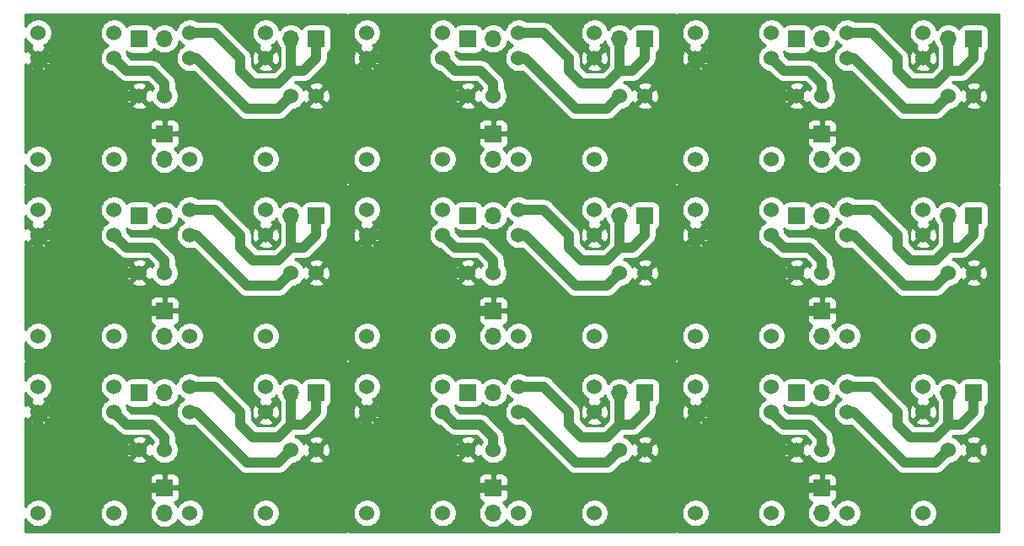
<source format=gbl>
G04 #@! TF.GenerationSoftware,KiCad,Pcbnew,(5.1.6)-1*
G04 #@! TF.CreationDate,2020-06-03T08:14:21+09:00*
G04 #@! TF.ProjectId,NADN___,4e41444e-62d8-4512-9e6b-696361645f70,rev?*
G04 #@! TF.SameCoordinates,Original*
G04 #@! TF.FileFunction,Copper,L2,Bot*
G04 #@! TF.FilePolarity,Positive*
%FSLAX46Y46*%
G04 Gerber Fmt 4.6, Leading zero omitted, Abs format (unit mm)*
G04 Created by KiCad (PCBNEW (5.1.6)-1) date 2020-06-03 08:14:21*
%MOMM*%
%LPD*%
G01*
G04 APERTURE LIST*
G04 #@! TA.AperFunction,ComponentPad*
%ADD10C,1.524000*%
G04 #@! TD*
G04 #@! TA.AperFunction,ComponentPad*
%ADD11R,1.700000X1.700000*%
G04 #@! TD*
G04 #@! TA.AperFunction,ComponentPad*
%ADD12O,1.700000X1.700000*%
G04 #@! TD*
G04 #@! TA.AperFunction,Conductor*
%ADD13C,1.000000*%
G04 #@! TD*
G04 #@! TA.AperFunction,Conductor*
%ADD14C,0.254000*%
G04 #@! TD*
G04 APERTURE END LIST*
D10*
X172720000Y-97790000D03*
X175260000Y-97790000D03*
X139700000Y-97790000D03*
X142240000Y-97790000D03*
X106680000Y-97790000D03*
X109220000Y-97790000D03*
X172720000Y-80010000D03*
X175260000Y-80010000D03*
X139700000Y-80010000D03*
X142240000Y-80010000D03*
X106680000Y-80010000D03*
X109220000Y-80010000D03*
X172720000Y-62230000D03*
X175260000Y-62230000D03*
X139700000Y-62230000D03*
X142240000Y-62230000D03*
D11*
X175260000Y-92040000D03*
D12*
X172720000Y-92040000D03*
D11*
X142240000Y-92040000D03*
D12*
X139700000Y-92040000D03*
D11*
X109220000Y-92040000D03*
D12*
X106680000Y-92040000D03*
D11*
X175260000Y-74260000D03*
D12*
X172720000Y-74260000D03*
D11*
X142240000Y-74260000D03*
D12*
X139700000Y-74260000D03*
D11*
X109220000Y-74260000D03*
D12*
X106680000Y-74260000D03*
D11*
X175260000Y-56480000D03*
D12*
X172720000Y-56480000D03*
D11*
X142240000Y-56480000D03*
D12*
X139700000Y-56480000D03*
D10*
X147320000Y-91440000D03*
X154940000Y-91440000D03*
X154940000Y-93980000D03*
X147320000Y-93980000D03*
X147320000Y-104140000D03*
X154940000Y-104140000D03*
X114300000Y-91440000D03*
X121920000Y-91440000D03*
X121920000Y-93980000D03*
X114300000Y-93980000D03*
X114300000Y-104140000D03*
X121920000Y-104140000D03*
X81280000Y-91440000D03*
X88900000Y-91440000D03*
X88900000Y-93980000D03*
X81280000Y-93980000D03*
X81280000Y-104140000D03*
X88900000Y-104140000D03*
X147320000Y-73660000D03*
X154940000Y-73660000D03*
X154940000Y-76200000D03*
X147320000Y-76200000D03*
X147320000Y-86360000D03*
X154940000Y-86360000D03*
X114300000Y-73660000D03*
X121920000Y-73660000D03*
X121920000Y-76200000D03*
X114300000Y-76200000D03*
X114300000Y-86360000D03*
X121920000Y-86360000D03*
X81280000Y-73660000D03*
X88900000Y-73660000D03*
X88900000Y-76200000D03*
X81280000Y-76200000D03*
X81280000Y-86360000D03*
X88900000Y-86360000D03*
X147320000Y-55880000D03*
X154940000Y-55880000D03*
X154940000Y-58420000D03*
X147320000Y-58420000D03*
X147320000Y-68580000D03*
X154940000Y-68580000D03*
X114300000Y-55880000D03*
X121920000Y-55880000D03*
X121920000Y-58420000D03*
X114300000Y-58420000D03*
X114300000Y-68580000D03*
X121920000Y-68580000D03*
D12*
X160020000Y-104140000D03*
D11*
X160020000Y-101600000D03*
D12*
X127000000Y-104140000D03*
D11*
X127000000Y-101600000D03*
D12*
X93980000Y-104140000D03*
D11*
X93980000Y-101600000D03*
D12*
X160020000Y-86360000D03*
D11*
X160020000Y-83820000D03*
D12*
X127000000Y-86360000D03*
D11*
X127000000Y-83820000D03*
D12*
X93980000Y-86360000D03*
D11*
X93980000Y-83820000D03*
D12*
X160020000Y-68580000D03*
D11*
X160020000Y-66040000D03*
D12*
X127000000Y-68580000D03*
D11*
X127000000Y-66040000D03*
D10*
X160020000Y-97790000D03*
X157480000Y-97790000D03*
X127000000Y-97790000D03*
X124460000Y-97790000D03*
X93980000Y-97790000D03*
X91440000Y-97790000D03*
X160020000Y-80010000D03*
X157480000Y-80010000D03*
X127000000Y-80010000D03*
X124460000Y-80010000D03*
X93980000Y-80010000D03*
X91440000Y-80010000D03*
X160020000Y-62230000D03*
X157480000Y-62230000D03*
X127000000Y-62230000D03*
X124460000Y-62230000D03*
X170180000Y-104140000D03*
X162560000Y-104140000D03*
X162560000Y-93980000D03*
X170180000Y-93980000D03*
X170180000Y-91440000D03*
X162560000Y-91440000D03*
X137160000Y-104140000D03*
X129540000Y-104140000D03*
X129540000Y-93980000D03*
X137160000Y-93980000D03*
X137160000Y-91440000D03*
X129540000Y-91440000D03*
X104140000Y-104140000D03*
X96520000Y-104140000D03*
X96520000Y-93980000D03*
X104140000Y-93980000D03*
X104140000Y-91440000D03*
X96520000Y-91440000D03*
X170180000Y-86360000D03*
X162560000Y-86360000D03*
X162560000Y-76200000D03*
X170180000Y-76200000D03*
X170180000Y-73660000D03*
X162560000Y-73660000D03*
X137160000Y-86360000D03*
X129540000Y-86360000D03*
X129540000Y-76200000D03*
X137160000Y-76200000D03*
X137160000Y-73660000D03*
X129540000Y-73660000D03*
X104140000Y-86360000D03*
X96520000Y-86360000D03*
X96520000Y-76200000D03*
X104140000Y-76200000D03*
X104140000Y-73660000D03*
X96520000Y-73660000D03*
X170180000Y-68580000D03*
X162560000Y-68580000D03*
X162560000Y-58420000D03*
X170180000Y-58420000D03*
X170180000Y-55880000D03*
X162560000Y-55880000D03*
X137160000Y-68580000D03*
X129540000Y-68580000D03*
X129540000Y-58420000D03*
X137160000Y-58420000D03*
X137160000Y-55880000D03*
X129540000Y-55880000D03*
D12*
X160020000Y-92040000D03*
D11*
X157480000Y-92040000D03*
D12*
X127000000Y-92040000D03*
D11*
X124460000Y-92040000D03*
D12*
X93980000Y-92040000D03*
D11*
X91440000Y-92040000D03*
D12*
X160020000Y-74260000D03*
D11*
X157480000Y-74260000D03*
D12*
X127000000Y-74260000D03*
D11*
X124460000Y-74260000D03*
D12*
X93980000Y-74260000D03*
D11*
X91440000Y-74260000D03*
D12*
X160020000Y-56480000D03*
D11*
X157480000Y-56480000D03*
D12*
X127000000Y-56480000D03*
D11*
X124460000Y-56480000D03*
D10*
X91440000Y-62230000D03*
X93980000Y-62230000D03*
X109220000Y-62230000D03*
X106680000Y-62230000D03*
D11*
X91440000Y-56480000D03*
D12*
X93980000Y-56480000D03*
D11*
X93980000Y-66040000D03*
D12*
X93980000Y-68580000D03*
X106680000Y-56480000D03*
D11*
X109220000Y-56480000D03*
D10*
X88900000Y-68580000D03*
X81280000Y-68580000D03*
X81280000Y-58420000D03*
X88900000Y-58420000D03*
X88900000Y-55880000D03*
X81280000Y-55880000D03*
X96520000Y-55880000D03*
X104140000Y-55880000D03*
X104140000Y-58420000D03*
X96520000Y-58420000D03*
X96520000Y-68580000D03*
X104140000Y-68580000D03*
D13*
X93980000Y-62230000D02*
X93980000Y-60960000D01*
X93980000Y-60960000D02*
X92710000Y-59690000D01*
X90170000Y-59690000D02*
X88900000Y-58420000D01*
X92710000Y-59690000D02*
X90170000Y-59690000D01*
X127000000Y-60960000D02*
X125730000Y-59690000D01*
X160020000Y-60960000D02*
X158750000Y-59690000D01*
X93980000Y-78740000D02*
X92710000Y-77470000D01*
X127000000Y-78740000D02*
X125730000Y-77470000D01*
X160020000Y-78740000D02*
X158750000Y-77470000D01*
X93980000Y-96520000D02*
X92710000Y-95250000D01*
X127000000Y-96520000D02*
X125730000Y-95250000D01*
X160020000Y-96520000D02*
X158750000Y-95250000D01*
X125730000Y-59690000D02*
X123190000Y-59690000D01*
X158750000Y-59690000D02*
X156210000Y-59690000D01*
X92710000Y-77470000D02*
X90170000Y-77470000D01*
X125730000Y-77470000D02*
X123190000Y-77470000D01*
X158750000Y-77470000D02*
X156210000Y-77470000D01*
X92710000Y-95250000D02*
X90170000Y-95250000D01*
X125730000Y-95250000D02*
X123190000Y-95250000D01*
X158750000Y-95250000D02*
X156210000Y-95250000D01*
X127000000Y-62230000D02*
X127000000Y-60960000D01*
X160020000Y-62230000D02*
X160020000Y-60960000D01*
X93980000Y-80010000D02*
X93980000Y-78740000D01*
X127000000Y-80010000D02*
X127000000Y-78740000D01*
X160020000Y-80010000D02*
X160020000Y-78740000D01*
X93980000Y-97790000D02*
X93980000Y-96520000D01*
X127000000Y-97790000D02*
X127000000Y-96520000D01*
X160020000Y-97790000D02*
X160020000Y-96520000D01*
X123190000Y-59690000D02*
X121920000Y-58420000D01*
X156210000Y-59690000D02*
X154940000Y-58420000D01*
X90170000Y-77470000D02*
X88900000Y-76200000D01*
X123190000Y-77470000D02*
X121920000Y-76200000D01*
X156210000Y-77470000D02*
X154940000Y-76200000D01*
X90170000Y-95250000D02*
X88900000Y-93980000D01*
X123190000Y-95250000D02*
X121920000Y-93980000D01*
X156210000Y-95250000D02*
X154940000Y-93980000D01*
X106680000Y-62230000D02*
X105410000Y-63500000D01*
X105410000Y-63500000D02*
X102235000Y-63500000D01*
X97155000Y-58420000D02*
X96520000Y-58420000D01*
X102235000Y-63500000D02*
X97155000Y-58420000D01*
X139700000Y-62230000D02*
X138430000Y-63500000D01*
X172720000Y-62230000D02*
X171450000Y-63500000D01*
X106680000Y-80010000D02*
X105410000Y-81280000D01*
X139700000Y-80010000D02*
X138430000Y-81280000D01*
X172720000Y-80010000D02*
X171450000Y-81280000D01*
X106680000Y-97790000D02*
X105410000Y-99060000D01*
X139700000Y-97790000D02*
X138430000Y-99060000D01*
X172720000Y-97790000D02*
X171450000Y-99060000D01*
X135255000Y-63500000D02*
X130175000Y-58420000D01*
X168275000Y-63500000D02*
X163195000Y-58420000D01*
X102235000Y-81280000D02*
X97155000Y-76200000D01*
X135255000Y-81280000D02*
X130175000Y-76200000D01*
X168275000Y-81280000D02*
X163195000Y-76200000D01*
X102235000Y-99060000D02*
X97155000Y-93980000D01*
X135255000Y-99060000D02*
X130175000Y-93980000D01*
X168275000Y-99060000D02*
X163195000Y-93980000D01*
X138430000Y-63500000D02*
X135255000Y-63500000D01*
X171450000Y-63500000D02*
X168275000Y-63500000D01*
X105410000Y-81280000D02*
X102235000Y-81280000D01*
X138430000Y-81280000D02*
X135255000Y-81280000D01*
X171450000Y-81280000D02*
X168275000Y-81280000D01*
X105410000Y-99060000D02*
X102235000Y-99060000D01*
X138430000Y-99060000D02*
X135255000Y-99060000D01*
X171450000Y-99060000D02*
X168275000Y-99060000D01*
X130175000Y-58420000D02*
X129540000Y-58420000D01*
X163195000Y-58420000D02*
X162560000Y-58420000D01*
X97155000Y-76200000D02*
X96520000Y-76200000D01*
X130175000Y-76200000D02*
X129540000Y-76200000D01*
X163195000Y-76200000D02*
X162560000Y-76200000D01*
X97155000Y-93980000D02*
X96520000Y-93980000D01*
X130175000Y-93980000D02*
X129540000Y-93980000D01*
X163195000Y-93980000D02*
X162560000Y-93980000D01*
X96520000Y-55880000D02*
X99060000Y-55880000D01*
X99060000Y-55880000D02*
X101600000Y-58420000D01*
X101600000Y-58420000D02*
X101600000Y-59690000D01*
X101600000Y-59690000D02*
X102870000Y-60960000D01*
X102870000Y-60960000D02*
X105410000Y-60960000D01*
X106680000Y-59690000D02*
X106680000Y-56480000D01*
X105410000Y-60960000D02*
X106680000Y-59690000D01*
X106680000Y-59690000D02*
X107950000Y-59690000D01*
X109220000Y-58420000D02*
X109220000Y-56480000D01*
X107950000Y-59690000D02*
X109220000Y-58420000D01*
X139700000Y-59690000D02*
X140970000Y-59690000D01*
X172720000Y-59690000D02*
X173990000Y-59690000D01*
X106680000Y-77470000D02*
X107950000Y-77470000D01*
X139700000Y-77470000D02*
X140970000Y-77470000D01*
X172720000Y-77470000D02*
X173990000Y-77470000D01*
X106680000Y-95250000D02*
X107950000Y-95250000D01*
X139700000Y-95250000D02*
X140970000Y-95250000D01*
X172720000Y-95250000D02*
X173990000Y-95250000D01*
X142240000Y-58420000D02*
X142240000Y-56480000D01*
X175260000Y-58420000D02*
X175260000Y-56480000D01*
X109220000Y-76200000D02*
X109220000Y-74260000D01*
X142240000Y-76200000D02*
X142240000Y-74260000D01*
X175260000Y-76200000D02*
X175260000Y-74260000D01*
X109220000Y-93980000D02*
X109220000Y-92040000D01*
X142240000Y-93980000D02*
X142240000Y-92040000D01*
X175260000Y-93980000D02*
X175260000Y-92040000D01*
X140970000Y-59690000D02*
X142240000Y-58420000D01*
X173990000Y-59690000D02*
X175260000Y-58420000D01*
X107950000Y-77470000D02*
X109220000Y-76200000D01*
X140970000Y-77470000D02*
X142240000Y-76200000D01*
X173990000Y-77470000D02*
X175260000Y-76200000D01*
X107950000Y-95250000D02*
X109220000Y-93980000D01*
X140970000Y-95250000D02*
X142240000Y-93980000D01*
X173990000Y-95250000D02*
X175260000Y-93980000D01*
X134620000Y-59690000D02*
X135890000Y-60960000D01*
X167640000Y-59690000D02*
X168910000Y-60960000D01*
X101600000Y-77470000D02*
X102870000Y-78740000D01*
X134620000Y-77470000D02*
X135890000Y-78740000D01*
X167640000Y-77470000D02*
X168910000Y-78740000D01*
X101600000Y-95250000D02*
X102870000Y-96520000D01*
X134620000Y-95250000D02*
X135890000Y-96520000D01*
X167640000Y-95250000D02*
X168910000Y-96520000D01*
X134620000Y-58420000D02*
X134620000Y-59690000D01*
X167640000Y-58420000D02*
X167640000Y-59690000D01*
X101600000Y-76200000D02*
X101600000Y-77470000D01*
X134620000Y-76200000D02*
X134620000Y-77470000D01*
X167640000Y-76200000D02*
X167640000Y-77470000D01*
X101600000Y-93980000D02*
X101600000Y-95250000D01*
X134620000Y-93980000D02*
X134620000Y-95250000D01*
X167640000Y-93980000D02*
X167640000Y-95250000D01*
X139700000Y-59690000D02*
X139700000Y-56480000D01*
X172720000Y-59690000D02*
X172720000Y-56480000D01*
X106680000Y-77470000D02*
X106680000Y-74260000D01*
X139700000Y-77470000D02*
X139700000Y-74260000D01*
X172720000Y-77470000D02*
X172720000Y-74260000D01*
X106680000Y-95250000D02*
X106680000Y-92040000D01*
X139700000Y-95250000D02*
X139700000Y-92040000D01*
X172720000Y-95250000D02*
X172720000Y-92040000D01*
X135890000Y-60960000D02*
X138430000Y-60960000D01*
X168910000Y-60960000D02*
X171450000Y-60960000D01*
X102870000Y-78740000D02*
X105410000Y-78740000D01*
X135890000Y-78740000D02*
X138430000Y-78740000D01*
X168910000Y-78740000D02*
X171450000Y-78740000D01*
X102870000Y-96520000D02*
X105410000Y-96520000D01*
X135890000Y-96520000D02*
X138430000Y-96520000D01*
X168910000Y-96520000D02*
X171450000Y-96520000D01*
X132080000Y-55880000D02*
X134620000Y-58420000D01*
X165100000Y-55880000D02*
X167640000Y-58420000D01*
X99060000Y-73660000D02*
X101600000Y-76200000D01*
X132080000Y-73660000D02*
X134620000Y-76200000D01*
X165100000Y-73660000D02*
X167640000Y-76200000D01*
X99060000Y-91440000D02*
X101600000Y-93980000D01*
X132080000Y-91440000D02*
X134620000Y-93980000D01*
X165100000Y-91440000D02*
X167640000Y-93980000D01*
X138430000Y-60960000D02*
X139700000Y-59690000D01*
X171450000Y-60960000D02*
X172720000Y-59690000D01*
X105410000Y-78740000D02*
X106680000Y-77470000D01*
X138430000Y-78740000D02*
X139700000Y-77470000D01*
X171450000Y-78740000D02*
X172720000Y-77470000D01*
X105410000Y-96520000D02*
X106680000Y-95250000D01*
X138430000Y-96520000D02*
X139700000Y-95250000D01*
X171450000Y-96520000D02*
X172720000Y-95250000D01*
X129540000Y-55880000D02*
X132080000Y-55880000D01*
X162560000Y-55880000D02*
X165100000Y-55880000D01*
X96520000Y-73660000D02*
X99060000Y-73660000D01*
X129540000Y-73660000D02*
X132080000Y-73660000D01*
X162560000Y-73660000D02*
X165100000Y-73660000D01*
X96520000Y-91440000D02*
X99060000Y-91440000D01*
X129540000Y-91440000D02*
X132080000Y-91440000D01*
X162560000Y-91440000D02*
X165100000Y-91440000D01*
X93980000Y-66040000D02*
X87630000Y-66040000D01*
X81280000Y-59690000D02*
X81280000Y-58420000D01*
X87630000Y-66040000D02*
X81280000Y-59690000D01*
X91440000Y-62230000D02*
X86995000Y-62230000D01*
X83185000Y-58420000D02*
X81280000Y-58420000D01*
X86995000Y-62230000D02*
X83185000Y-58420000D01*
X120015000Y-62230000D02*
X116205000Y-58420000D01*
X153035000Y-62230000D02*
X149225000Y-58420000D01*
X86995000Y-80010000D02*
X83185000Y-76200000D01*
X120015000Y-80010000D02*
X116205000Y-76200000D01*
X153035000Y-80010000D02*
X149225000Y-76200000D01*
X86995000Y-97790000D02*
X83185000Y-93980000D01*
X120015000Y-97790000D02*
X116205000Y-93980000D01*
X153035000Y-97790000D02*
X149225000Y-93980000D01*
X116205000Y-58420000D02*
X114300000Y-58420000D01*
X149225000Y-58420000D02*
X147320000Y-58420000D01*
X83185000Y-76200000D02*
X81280000Y-76200000D01*
X116205000Y-76200000D02*
X114300000Y-76200000D01*
X149225000Y-76200000D02*
X147320000Y-76200000D01*
X83185000Y-93980000D02*
X81280000Y-93980000D01*
X116205000Y-93980000D02*
X114300000Y-93980000D01*
X149225000Y-93980000D02*
X147320000Y-93980000D01*
X124460000Y-62230000D02*
X120015000Y-62230000D01*
X157480000Y-62230000D02*
X153035000Y-62230000D01*
X91440000Y-80010000D02*
X86995000Y-80010000D01*
X124460000Y-80010000D02*
X120015000Y-80010000D01*
X157480000Y-80010000D02*
X153035000Y-80010000D01*
X91440000Y-97790000D02*
X86995000Y-97790000D01*
X124460000Y-97790000D02*
X120015000Y-97790000D01*
X157480000Y-97790000D02*
X153035000Y-97790000D01*
X120650000Y-66040000D02*
X114300000Y-59690000D01*
X153670000Y-66040000D02*
X147320000Y-59690000D01*
X87630000Y-83820000D02*
X81280000Y-77470000D01*
X120650000Y-83820000D02*
X114300000Y-77470000D01*
X153670000Y-83820000D02*
X147320000Y-77470000D01*
X87630000Y-101600000D02*
X81280000Y-95250000D01*
X120650000Y-101600000D02*
X114300000Y-95250000D01*
X153670000Y-101600000D02*
X147320000Y-95250000D01*
X114300000Y-59690000D02*
X114300000Y-58420000D01*
X147320000Y-59690000D02*
X147320000Y-58420000D01*
X81280000Y-77470000D02*
X81280000Y-76200000D01*
X114300000Y-77470000D02*
X114300000Y-76200000D01*
X147320000Y-77470000D02*
X147320000Y-76200000D01*
X81280000Y-95250000D02*
X81280000Y-93980000D01*
X114300000Y-95250000D02*
X114300000Y-93980000D01*
X147320000Y-95250000D02*
X147320000Y-93980000D01*
X127000000Y-66040000D02*
X120650000Y-66040000D01*
X160020000Y-66040000D02*
X153670000Y-66040000D01*
X93980000Y-83820000D02*
X87630000Y-83820000D01*
X127000000Y-83820000D02*
X120650000Y-83820000D01*
X160020000Y-83820000D02*
X153670000Y-83820000D01*
X93980000Y-101600000D02*
X87630000Y-101600000D01*
X127000000Y-101600000D02*
X120650000Y-101600000D01*
X160020000Y-101600000D02*
X153670000Y-101600000D01*
D14*
G36*
X112268000Y-70993000D02*
G01*
X80035000Y-70993000D01*
X80035000Y-69224840D01*
X80041995Y-69241727D01*
X80194880Y-69470535D01*
X80389465Y-69665120D01*
X80618273Y-69818005D01*
X80872510Y-69923314D01*
X81142408Y-69977000D01*
X81417592Y-69977000D01*
X81687490Y-69923314D01*
X81941727Y-69818005D01*
X82170535Y-69665120D01*
X82365120Y-69470535D01*
X82518005Y-69241727D01*
X82623314Y-68987490D01*
X82677000Y-68717592D01*
X82677000Y-68442408D01*
X87503000Y-68442408D01*
X87503000Y-68717592D01*
X87556686Y-68987490D01*
X87661995Y-69241727D01*
X87814880Y-69470535D01*
X88009465Y-69665120D01*
X88238273Y-69818005D01*
X88492510Y-69923314D01*
X88762408Y-69977000D01*
X89037592Y-69977000D01*
X89307490Y-69923314D01*
X89561727Y-69818005D01*
X89790535Y-69665120D01*
X89985120Y-69470535D01*
X90138005Y-69241727D01*
X90243314Y-68987490D01*
X90297000Y-68717592D01*
X90297000Y-68442408D01*
X90243314Y-68172510D01*
X90138005Y-67918273D01*
X89985120Y-67689465D01*
X89790535Y-67494880D01*
X89561727Y-67341995D01*
X89307490Y-67236686D01*
X89037592Y-67183000D01*
X88762408Y-67183000D01*
X88492510Y-67236686D01*
X88238273Y-67341995D01*
X88009465Y-67494880D01*
X87814880Y-67689465D01*
X87661995Y-67918273D01*
X87556686Y-68172510D01*
X87503000Y-68442408D01*
X82677000Y-68442408D01*
X82623314Y-68172510D01*
X82518005Y-67918273D01*
X82365120Y-67689465D01*
X82170535Y-67494880D01*
X81941727Y-67341995D01*
X81687490Y-67236686D01*
X81417592Y-67183000D01*
X81142408Y-67183000D01*
X80872510Y-67236686D01*
X80618273Y-67341995D01*
X80389465Y-67494880D01*
X80194880Y-67689465D01*
X80041995Y-67918273D01*
X80035000Y-67935160D01*
X80035000Y-66890000D01*
X92491928Y-66890000D01*
X92504188Y-67014482D01*
X92540498Y-67134180D01*
X92599463Y-67244494D01*
X92678815Y-67341185D01*
X92775506Y-67420537D01*
X92885820Y-67479502D01*
X92958380Y-67501513D01*
X92826525Y-67633368D01*
X92664010Y-67876589D01*
X92552068Y-68146842D01*
X92495000Y-68433740D01*
X92495000Y-68726260D01*
X92552068Y-69013158D01*
X92664010Y-69283411D01*
X92826525Y-69526632D01*
X93033368Y-69733475D01*
X93276589Y-69895990D01*
X93546842Y-70007932D01*
X93833740Y-70065000D01*
X94126260Y-70065000D01*
X94413158Y-70007932D01*
X94683411Y-69895990D01*
X94926632Y-69733475D01*
X95133475Y-69526632D01*
X95295990Y-69283411D01*
X95301293Y-69270608D01*
X95434880Y-69470535D01*
X95629465Y-69665120D01*
X95858273Y-69818005D01*
X96112510Y-69923314D01*
X96382408Y-69977000D01*
X96657592Y-69977000D01*
X96927490Y-69923314D01*
X97181727Y-69818005D01*
X97410535Y-69665120D01*
X97605120Y-69470535D01*
X97758005Y-69241727D01*
X97863314Y-68987490D01*
X97917000Y-68717592D01*
X97917000Y-68442408D01*
X102743000Y-68442408D01*
X102743000Y-68717592D01*
X102796686Y-68987490D01*
X102901995Y-69241727D01*
X103054880Y-69470535D01*
X103249465Y-69665120D01*
X103478273Y-69818005D01*
X103732510Y-69923314D01*
X104002408Y-69977000D01*
X104277592Y-69977000D01*
X104547490Y-69923314D01*
X104801727Y-69818005D01*
X105030535Y-69665120D01*
X105225120Y-69470535D01*
X105378005Y-69241727D01*
X105483314Y-68987490D01*
X105537000Y-68717592D01*
X105537000Y-68442408D01*
X105483314Y-68172510D01*
X105378005Y-67918273D01*
X105225120Y-67689465D01*
X105030535Y-67494880D01*
X104801727Y-67341995D01*
X104547490Y-67236686D01*
X104277592Y-67183000D01*
X104002408Y-67183000D01*
X103732510Y-67236686D01*
X103478273Y-67341995D01*
X103249465Y-67494880D01*
X103054880Y-67689465D01*
X102901995Y-67918273D01*
X102796686Y-68172510D01*
X102743000Y-68442408D01*
X97917000Y-68442408D01*
X97863314Y-68172510D01*
X97758005Y-67918273D01*
X97605120Y-67689465D01*
X97410535Y-67494880D01*
X97181727Y-67341995D01*
X96927490Y-67236686D01*
X96657592Y-67183000D01*
X96382408Y-67183000D01*
X96112510Y-67236686D01*
X95858273Y-67341995D01*
X95629465Y-67494880D01*
X95434880Y-67689465D01*
X95301293Y-67889392D01*
X95295990Y-67876589D01*
X95133475Y-67633368D01*
X95001620Y-67501513D01*
X95074180Y-67479502D01*
X95184494Y-67420537D01*
X95281185Y-67341185D01*
X95360537Y-67244494D01*
X95419502Y-67134180D01*
X95455812Y-67014482D01*
X95468072Y-66890000D01*
X95465000Y-66325750D01*
X95306250Y-66167000D01*
X94107000Y-66167000D01*
X94107000Y-66187000D01*
X93853000Y-66187000D01*
X93853000Y-66167000D01*
X92653750Y-66167000D01*
X92495000Y-66325750D01*
X92491928Y-66890000D01*
X80035000Y-66890000D01*
X80035000Y-65190000D01*
X92491928Y-65190000D01*
X92495000Y-65754250D01*
X92653750Y-65913000D01*
X93853000Y-65913000D01*
X93853000Y-64713750D01*
X94107000Y-64713750D01*
X94107000Y-65913000D01*
X95306250Y-65913000D01*
X95465000Y-65754250D01*
X95468072Y-65190000D01*
X95455812Y-65065518D01*
X95419502Y-64945820D01*
X95360537Y-64835506D01*
X95281185Y-64738815D01*
X95184494Y-64659463D01*
X95074180Y-64600498D01*
X94954482Y-64564188D01*
X94830000Y-64551928D01*
X94265750Y-64555000D01*
X94107000Y-64713750D01*
X93853000Y-64713750D01*
X93694250Y-64555000D01*
X93130000Y-64551928D01*
X93005518Y-64564188D01*
X92885820Y-64600498D01*
X92775506Y-64659463D01*
X92678815Y-64738815D01*
X92599463Y-64835506D01*
X92540498Y-64945820D01*
X92504188Y-65065518D01*
X92491928Y-65190000D01*
X80035000Y-65190000D01*
X80035000Y-63195565D01*
X90654040Y-63195565D01*
X90721020Y-63435656D01*
X90970048Y-63552756D01*
X91237135Y-63619023D01*
X91512017Y-63631910D01*
X91784133Y-63590922D01*
X92043023Y-63497636D01*
X92158980Y-63435656D01*
X92225960Y-63195565D01*
X91440000Y-62409605D01*
X90654040Y-63195565D01*
X80035000Y-63195565D01*
X80035000Y-62302017D01*
X90038090Y-62302017D01*
X90079078Y-62574133D01*
X90172364Y-62833023D01*
X90234344Y-62948980D01*
X90474435Y-63015960D01*
X91260395Y-62230000D01*
X90474435Y-61444040D01*
X90234344Y-61511020D01*
X90117244Y-61760048D01*
X90050977Y-62027135D01*
X90038090Y-62302017D01*
X80035000Y-62302017D01*
X80035000Y-61264435D01*
X90654040Y-61264435D01*
X91440000Y-62050395D01*
X92225960Y-61264435D01*
X92158980Y-61024344D01*
X91909952Y-60907244D01*
X91642865Y-60840977D01*
X91367983Y-60828090D01*
X91095867Y-60869078D01*
X90836977Y-60962364D01*
X90721020Y-61024344D01*
X90654040Y-61264435D01*
X80035000Y-61264435D01*
X80035000Y-59385565D01*
X80494040Y-59385565D01*
X80561020Y-59625656D01*
X80810048Y-59742756D01*
X81077135Y-59809023D01*
X81352017Y-59821910D01*
X81624133Y-59780922D01*
X81883023Y-59687636D01*
X81998980Y-59625656D01*
X82065960Y-59385565D01*
X81280000Y-58599605D01*
X80494040Y-59385565D01*
X80035000Y-59385565D01*
X80035000Y-59065372D01*
X80074344Y-59138980D01*
X80314435Y-59205960D01*
X81100395Y-58420000D01*
X81459605Y-58420000D01*
X82245565Y-59205960D01*
X82485656Y-59138980D01*
X82602756Y-58889952D01*
X82669023Y-58622865D01*
X82681910Y-58347983D01*
X82640922Y-58075867D01*
X82547636Y-57816977D01*
X82485656Y-57701020D01*
X82245565Y-57634040D01*
X81459605Y-58420000D01*
X81100395Y-58420000D01*
X80314435Y-57634040D01*
X80074344Y-57701020D01*
X80035000Y-57784690D01*
X80035000Y-56524840D01*
X80041995Y-56541727D01*
X80194880Y-56770535D01*
X80389465Y-56965120D01*
X80618273Y-57118005D01*
X80689943Y-57147692D01*
X80676977Y-57152364D01*
X80561020Y-57214344D01*
X80494040Y-57454435D01*
X81280000Y-58240395D01*
X82065960Y-57454435D01*
X81998980Y-57214344D01*
X81863240Y-57150515D01*
X81941727Y-57118005D01*
X82170535Y-56965120D01*
X82365120Y-56770535D01*
X82518005Y-56541727D01*
X82623314Y-56287490D01*
X82677000Y-56017592D01*
X82677000Y-55742408D01*
X87503000Y-55742408D01*
X87503000Y-56017592D01*
X87556686Y-56287490D01*
X87661995Y-56541727D01*
X87814880Y-56770535D01*
X88009465Y-56965120D01*
X88238273Y-57118005D01*
X88315515Y-57150000D01*
X88238273Y-57181995D01*
X88009465Y-57334880D01*
X87814880Y-57529465D01*
X87661995Y-57758273D01*
X87556686Y-58012510D01*
X87503000Y-58282408D01*
X87503000Y-58557592D01*
X87556686Y-58827490D01*
X87661995Y-59081727D01*
X87814880Y-59310535D01*
X88009465Y-59505120D01*
X88238273Y-59658005D01*
X88492510Y-59763314D01*
X88674353Y-59799485D01*
X89328008Y-60453140D01*
X89363551Y-60496449D01*
X89536377Y-60638284D01*
X89733553Y-60743676D01*
X89897705Y-60793471D01*
X89947500Y-60808577D01*
X89968493Y-60810644D01*
X90114248Y-60825000D01*
X90114255Y-60825000D01*
X90169999Y-60830490D01*
X90225743Y-60825000D01*
X92239869Y-60825000D01*
X92838585Y-61423717D01*
X92741995Y-61568273D01*
X92712308Y-61639943D01*
X92707636Y-61626977D01*
X92645656Y-61511020D01*
X92405565Y-61444040D01*
X91619605Y-62230000D01*
X92405565Y-63015960D01*
X92645656Y-62948980D01*
X92709485Y-62813240D01*
X92741995Y-62891727D01*
X92894880Y-63120535D01*
X93089465Y-63315120D01*
X93318273Y-63468005D01*
X93572510Y-63573314D01*
X93842408Y-63627000D01*
X94117592Y-63627000D01*
X94387490Y-63573314D01*
X94641727Y-63468005D01*
X94870535Y-63315120D01*
X95065120Y-63120535D01*
X95218005Y-62891727D01*
X95323314Y-62637490D01*
X95377000Y-62367592D01*
X95377000Y-62092408D01*
X95323314Y-61822510D01*
X95218005Y-61568273D01*
X95115000Y-61414116D01*
X95115000Y-61015743D01*
X95120490Y-60959999D01*
X95115000Y-60904255D01*
X95115000Y-60904248D01*
X95098577Y-60737501D01*
X95033676Y-60523553D01*
X94928284Y-60326377D01*
X94786449Y-60153551D01*
X94743140Y-60118008D01*
X93551996Y-58926865D01*
X93516449Y-58883551D01*
X93343623Y-58741716D01*
X93146447Y-58636324D01*
X92932499Y-58571423D01*
X92765752Y-58555000D01*
X92765751Y-58555000D01*
X92710000Y-58549509D01*
X92654249Y-58555000D01*
X90640132Y-58555000D01*
X90279485Y-58194353D01*
X90243314Y-58012510D01*
X90151966Y-57791978D01*
X90235506Y-57860537D01*
X90345820Y-57919502D01*
X90465518Y-57955812D01*
X90590000Y-57968072D01*
X92290000Y-57968072D01*
X92414482Y-57955812D01*
X92534180Y-57919502D01*
X92644494Y-57860537D01*
X92741185Y-57781185D01*
X92820537Y-57684494D01*
X92879502Y-57574180D01*
X92901513Y-57501620D01*
X93033368Y-57633475D01*
X93276589Y-57795990D01*
X93546842Y-57907932D01*
X93833740Y-57965000D01*
X94126260Y-57965000D01*
X94413158Y-57907932D01*
X94683411Y-57795990D01*
X94926632Y-57633475D01*
X95133475Y-57426632D01*
X95295990Y-57183411D01*
X95407932Y-56913158D01*
X95436066Y-56771721D01*
X95629465Y-56965120D01*
X95858273Y-57118005D01*
X95935515Y-57150000D01*
X95858273Y-57181995D01*
X95629465Y-57334880D01*
X95434880Y-57529465D01*
X95281995Y-57758273D01*
X95176686Y-58012510D01*
X95123000Y-58282408D01*
X95123000Y-58557592D01*
X95176686Y-58827490D01*
X95281995Y-59081727D01*
X95434880Y-59310535D01*
X95629465Y-59505120D01*
X95858273Y-59658005D01*
X96112510Y-59763314D01*
X96382408Y-59817000D01*
X96657592Y-59817000D01*
X96898875Y-59769006D01*
X101393009Y-64263141D01*
X101428551Y-64306449D01*
X101601376Y-64448283D01*
X101601377Y-64448284D01*
X101798553Y-64553676D01*
X102012501Y-64618577D01*
X102235000Y-64640491D01*
X102290751Y-64635000D01*
X105354249Y-64635000D01*
X105410000Y-64640491D01*
X105465751Y-64635000D01*
X105465752Y-64635000D01*
X105632499Y-64618577D01*
X105846447Y-64553676D01*
X106043623Y-64448284D01*
X106216449Y-64306449D01*
X106251996Y-64263135D01*
X106905647Y-63609485D01*
X107087490Y-63573314D01*
X107341727Y-63468005D01*
X107570535Y-63315120D01*
X107690090Y-63195565D01*
X108434040Y-63195565D01*
X108501020Y-63435656D01*
X108750048Y-63552756D01*
X109017135Y-63619023D01*
X109292017Y-63631910D01*
X109564133Y-63590922D01*
X109823023Y-63497636D01*
X109938980Y-63435656D01*
X110005960Y-63195565D01*
X109220000Y-62409605D01*
X108434040Y-63195565D01*
X107690090Y-63195565D01*
X107765120Y-63120535D01*
X107918005Y-62891727D01*
X107947692Y-62820057D01*
X107952364Y-62833023D01*
X108014344Y-62948980D01*
X108254435Y-63015960D01*
X109040395Y-62230000D01*
X109399605Y-62230000D01*
X110185565Y-63015960D01*
X110425656Y-62948980D01*
X110542756Y-62699952D01*
X110609023Y-62432865D01*
X110621910Y-62157983D01*
X110580922Y-61885867D01*
X110487636Y-61626977D01*
X110425656Y-61511020D01*
X110185565Y-61444040D01*
X109399605Y-62230000D01*
X109040395Y-62230000D01*
X108254435Y-61444040D01*
X108014344Y-61511020D01*
X107950515Y-61646760D01*
X107918005Y-61568273D01*
X107765120Y-61339465D01*
X107690090Y-61264435D01*
X108434040Y-61264435D01*
X109220000Y-62050395D01*
X110005960Y-61264435D01*
X109938980Y-61024344D01*
X109689952Y-60907244D01*
X109422865Y-60840977D01*
X109147983Y-60828090D01*
X108875867Y-60869078D01*
X108616977Y-60962364D01*
X108501020Y-61024344D01*
X108434040Y-61264435D01*
X107690090Y-61264435D01*
X107570535Y-61144880D01*
X107341727Y-60991995D01*
X107088166Y-60886966D01*
X107150132Y-60825000D01*
X107894249Y-60825000D01*
X107950000Y-60830491D01*
X108005751Y-60825000D01*
X108005752Y-60825000D01*
X108172499Y-60808577D01*
X108386447Y-60743676D01*
X108583623Y-60638284D01*
X108756449Y-60496449D01*
X108791996Y-60453135D01*
X109983140Y-59261992D01*
X110026449Y-59226449D01*
X110168284Y-59053623D01*
X110273676Y-58856447D01*
X110338577Y-58642499D01*
X110355000Y-58475752D01*
X110355000Y-58475745D01*
X110360490Y-58420001D01*
X110355000Y-58364257D01*
X110355000Y-57897683D01*
X110424494Y-57860537D01*
X110521185Y-57781185D01*
X110600537Y-57684494D01*
X110659502Y-57574180D01*
X110695812Y-57454482D01*
X110708072Y-57330000D01*
X110708072Y-55630000D01*
X110695812Y-55505518D01*
X110659502Y-55385820D01*
X110600537Y-55275506D01*
X110521185Y-55178815D01*
X110424494Y-55099463D01*
X110314180Y-55040498D01*
X110194482Y-55004188D01*
X110070000Y-54991928D01*
X108370000Y-54991928D01*
X108245518Y-55004188D01*
X108125820Y-55040498D01*
X108015506Y-55099463D01*
X107918815Y-55178815D01*
X107839463Y-55275506D01*
X107780498Y-55385820D01*
X107758487Y-55458380D01*
X107626632Y-55326525D01*
X107383411Y-55164010D01*
X107113158Y-55052068D01*
X106826260Y-54995000D01*
X106533740Y-54995000D01*
X106246842Y-55052068D01*
X105976589Y-55164010D01*
X105733368Y-55326525D01*
X105526525Y-55533368D01*
X105502555Y-55569242D01*
X105483314Y-55472510D01*
X105378005Y-55218273D01*
X105225120Y-54989465D01*
X105030535Y-54794880D01*
X104801727Y-54641995D01*
X104547490Y-54536686D01*
X104277592Y-54483000D01*
X104002408Y-54483000D01*
X103732510Y-54536686D01*
X103478273Y-54641995D01*
X103249465Y-54794880D01*
X103054880Y-54989465D01*
X102901995Y-55218273D01*
X102796686Y-55472510D01*
X102743000Y-55742408D01*
X102743000Y-56017592D01*
X102796686Y-56287490D01*
X102901995Y-56541727D01*
X103054880Y-56770535D01*
X103249465Y-56965120D01*
X103478273Y-57118005D01*
X103549943Y-57147692D01*
X103536977Y-57152364D01*
X103421020Y-57214344D01*
X103354040Y-57454435D01*
X104140000Y-58240395D01*
X104925960Y-57454435D01*
X104858980Y-57214344D01*
X104723240Y-57150515D01*
X104801727Y-57118005D01*
X105030535Y-56965120D01*
X105223934Y-56771721D01*
X105252068Y-56913158D01*
X105364010Y-57183411D01*
X105526525Y-57426632D01*
X105545001Y-57445108D01*
X105545000Y-59219868D01*
X104939869Y-59825000D01*
X103340132Y-59825000D01*
X102900697Y-59385565D01*
X103354040Y-59385565D01*
X103421020Y-59625656D01*
X103670048Y-59742756D01*
X103937135Y-59809023D01*
X104212017Y-59821910D01*
X104484133Y-59780922D01*
X104743023Y-59687636D01*
X104858980Y-59625656D01*
X104925960Y-59385565D01*
X104140000Y-58599605D01*
X103354040Y-59385565D01*
X102900697Y-59385565D01*
X102735000Y-59219869D01*
X102735000Y-58492017D01*
X102738090Y-58492017D01*
X102779078Y-58764133D01*
X102872364Y-59023023D01*
X102934344Y-59138980D01*
X103174435Y-59205960D01*
X103960395Y-58420000D01*
X104319605Y-58420000D01*
X105105565Y-59205960D01*
X105345656Y-59138980D01*
X105462756Y-58889952D01*
X105529023Y-58622865D01*
X105541910Y-58347983D01*
X105500922Y-58075867D01*
X105407636Y-57816977D01*
X105345656Y-57701020D01*
X105105565Y-57634040D01*
X104319605Y-58420000D01*
X103960395Y-58420000D01*
X103174435Y-57634040D01*
X102934344Y-57701020D01*
X102817244Y-57950048D01*
X102750977Y-58217135D01*
X102738090Y-58492017D01*
X102735000Y-58492017D01*
X102735000Y-58475741D01*
X102740490Y-58419999D01*
X102735000Y-58364257D01*
X102735000Y-58364248D01*
X102718577Y-58197501D01*
X102653676Y-57983553D01*
X102548284Y-57786377D01*
X102406449Y-57613551D01*
X102363141Y-57578009D01*
X99901996Y-55116865D01*
X99866449Y-55073551D01*
X99693623Y-54931716D01*
X99496447Y-54826324D01*
X99282499Y-54761423D01*
X99115752Y-54745000D01*
X99115751Y-54745000D01*
X99060000Y-54739509D01*
X99004249Y-54745000D01*
X97335884Y-54745000D01*
X97181727Y-54641995D01*
X96927490Y-54536686D01*
X96657592Y-54483000D01*
X96382408Y-54483000D01*
X96112510Y-54536686D01*
X95858273Y-54641995D01*
X95629465Y-54794880D01*
X95434880Y-54989465D01*
X95281995Y-55218273D01*
X95176686Y-55472510D01*
X95157445Y-55569242D01*
X95133475Y-55533368D01*
X94926632Y-55326525D01*
X94683411Y-55164010D01*
X94413158Y-55052068D01*
X94126260Y-54995000D01*
X93833740Y-54995000D01*
X93546842Y-55052068D01*
X93276589Y-55164010D01*
X93033368Y-55326525D01*
X92901513Y-55458380D01*
X92879502Y-55385820D01*
X92820537Y-55275506D01*
X92741185Y-55178815D01*
X92644494Y-55099463D01*
X92534180Y-55040498D01*
X92414482Y-55004188D01*
X92290000Y-54991928D01*
X90590000Y-54991928D01*
X90465518Y-55004188D01*
X90345820Y-55040498D01*
X90235506Y-55099463D01*
X90138815Y-55178815D01*
X90123836Y-55197067D01*
X89985120Y-54989465D01*
X89790535Y-54794880D01*
X89561727Y-54641995D01*
X89307490Y-54536686D01*
X89037592Y-54483000D01*
X88762408Y-54483000D01*
X88492510Y-54536686D01*
X88238273Y-54641995D01*
X88009465Y-54794880D01*
X87814880Y-54989465D01*
X87661995Y-55218273D01*
X87556686Y-55472510D01*
X87503000Y-55742408D01*
X82677000Y-55742408D01*
X82623314Y-55472510D01*
X82518005Y-55218273D01*
X82365120Y-54989465D01*
X82170535Y-54794880D01*
X81941727Y-54641995D01*
X81687490Y-54536686D01*
X81417592Y-54483000D01*
X81142408Y-54483000D01*
X80872510Y-54536686D01*
X80618273Y-54641995D01*
X80389465Y-54794880D01*
X80194880Y-54989465D01*
X80041995Y-55218273D01*
X80035000Y-55235160D01*
X80035000Y-54000000D01*
X112268000Y-54000000D01*
X112268000Y-70993000D01*
G37*
X112268000Y-70993000D02*
X80035000Y-70993000D01*
X80035000Y-69224840D01*
X80041995Y-69241727D01*
X80194880Y-69470535D01*
X80389465Y-69665120D01*
X80618273Y-69818005D01*
X80872510Y-69923314D01*
X81142408Y-69977000D01*
X81417592Y-69977000D01*
X81687490Y-69923314D01*
X81941727Y-69818005D01*
X82170535Y-69665120D01*
X82365120Y-69470535D01*
X82518005Y-69241727D01*
X82623314Y-68987490D01*
X82677000Y-68717592D01*
X82677000Y-68442408D01*
X87503000Y-68442408D01*
X87503000Y-68717592D01*
X87556686Y-68987490D01*
X87661995Y-69241727D01*
X87814880Y-69470535D01*
X88009465Y-69665120D01*
X88238273Y-69818005D01*
X88492510Y-69923314D01*
X88762408Y-69977000D01*
X89037592Y-69977000D01*
X89307490Y-69923314D01*
X89561727Y-69818005D01*
X89790535Y-69665120D01*
X89985120Y-69470535D01*
X90138005Y-69241727D01*
X90243314Y-68987490D01*
X90297000Y-68717592D01*
X90297000Y-68442408D01*
X90243314Y-68172510D01*
X90138005Y-67918273D01*
X89985120Y-67689465D01*
X89790535Y-67494880D01*
X89561727Y-67341995D01*
X89307490Y-67236686D01*
X89037592Y-67183000D01*
X88762408Y-67183000D01*
X88492510Y-67236686D01*
X88238273Y-67341995D01*
X88009465Y-67494880D01*
X87814880Y-67689465D01*
X87661995Y-67918273D01*
X87556686Y-68172510D01*
X87503000Y-68442408D01*
X82677000Y-68442408D01*
X82623314Y-68172510D01*
X82518005Y-67918273D01*
X82365120Y-67689465D01*
X82170535Y-67494880D01*
X81941727Y-67341995D01*
X81687490Y-67236686D01*
X81417592Y-67183000D01*
X81142408Y-67183000D01*
X80872510Y-67236686D01*
X80618273Y-67341995D01*
X80389465Y-67494880D01*
X80194880Y-67689465D01*
X80041995Y-67918273D01*
X80035000Y-67935160D01*
X80035000Y-66890000D01*
X92491928Y-66890000D01*
X92504188Y-67014482D01*
X92540498Y-67134180D01*
X92599463Y-67244494D01*
X92678815Y-67341185D01*
X92775506Y-67420537D01*
X92885820Y-67479502D01*
X92958380Y-67501513D01*
X92826525Y-67633368D01*
X92664010Y-67876589D01*
X92552068Y-68146842D01*
X92495000Y-68433740D01*
X92495000Y-68726260D01*
X92552068Y-69013158D01*
X92664010Y-69283411D01*
X92826525Y-69526632D01*
X93033368Y-69733475D01*
X93276589Y-69895990D01*
X93546842Y-70007932D01*
X93833740Y-70065000D01*
X94126260Y-70065000D01*
X94413158Y-70007932D01*
X94683411Y-69895990D01*
X94926632Y-69733475D01*
X95133475Y-69526632D01*
X95295990Y-69283411D01*
X95301293Y-69270608D01*
X95434880Y-69470535D01*
X95629465Y-69665120D01*
X95858273Y-69818005D01*
X96112510Y-69923314D01*
X96382408Y-69977000D01*
X96657592Y-69977000D01*
X96927490Y-69923314D01*
X97181727Y-69818005D01*
X97410535Y-69665120D01*
X97605120Y-69470535D01*
X97758005Y-69241727D01*
X97863314Y-68987490D01*
X97917000Y-68717592D01*
X97917000Y-68442408D01*
X102743000Y-68442408D01*
X102743000Y-68717592D01*
X102796686Y-68987490D01*
X102901995Y-69241727D01*
X103054880Y-69470535D01*
X103249465Y-69665120D01*
X103478273Y-69818005D01*
X103732510Y-69923314D01*
X104002408Y-69977000D01*
X104277592Y-69977000D01*
X104547490Y-69923314D01*
X104801727Y-69818005D01*
X105030535Y-69665120D01*
X105225120Y-69470535D01*
X105378005Y-69241727D01*
X105483314Y-68987490D01*
X105537000Y-68717592D01*
X105537000Y-68442408D01*
X105483314Y-68172510D01*
X105378005Y-67918273D01*
X105225120Y-67689465D01*
X105030535Y-67494880D01*
X104801727Y-67341995D01*
X104547490Y-67236686D01*
X104277592Y-67183000D01*
X104002408Y-67183000D01*
X103732510Y-67236686D01*
X103478273Y-67341995D01*
X103249465Y-67494880D01*
X103054880Y-67689465D01*
X102901995Y-67918273D01*
X102796686Y-68172510D01*
X102743000Y-68442408D01*
X97917000Y-68442408D01*
X97863314Y-68172510D01*
X97758005Y-67918273D01*
X97605120Y-67689465D01*
X97410535Y-67494880D01*
X97181727Y-67341995D01*
X96927490Y-67236686D01*
X96657592Y-67183000D01*
X96382408Y-67183000D01*
X96112510Y-67236686D01*
X95858273Y-67341995D01*
X95629465Y-67494880D01*
X95434880Y-67689465D01*
X95301293Y-67889392D01*
X95295990Y-67876589D01*
X95133475Y-67633368D01*
X95001620Y-67501513D01*
X95074180Y-67479502D01*
X95184494Y-67420537D01*
X95281185Y-67341185D01*
X95360537Y-67244494D01*
X95419502Y-67134180D01*
X95455812Y-67014482D01*
X95468072Y-66890000D01*
X95465000Y-66325750D01*
X95306250Y-66167000D01*
X94107000Y-66167000D01*
X94107000Y-66187000D01*
X93853000Y-66187000D01*
X93853000Y-66167000D01*
X92653750Y-66167000D01*
X92495000Y-66325750D01*
X92491928Y-66890000D01*
X80035000Y-66890000D01*
X80035000Y-65190000D01*
X92491928Y-65190000D01*
X92495000Y-65754250D01*
X92653750Y-65913000D01*
X93853000Y-65913000D01*
X93853000Y-64713750D01*
X94107000Y-64713750D01*
X94107000Y-65913000D01*
X95306250Y-65913000D01*
X95465000Y-65754250D01*
X95468072Y-65190000D01*
X95455812Y-65065518D01*
X95419502Y-64945820D01*
X95360537Y-64835506D01*
X95281185Y-64738815D01*
X95184494Y-64659463D01*
X95074180Y-64600498D01*
X94954482Y-64564188D01*
X94830000Y-64551928D01*
X94265750Y-64555000D01*
X94107000Y-64713750D01*
X93853000Y-64713750D01*
X93694250Y-64555000D01*
X93130000Y-64551928D01*
X93005518Y-64564188D01*
X92885820Y-64600498D01*
X92775506Y-64659463D01*
X92678815Y-64738815D01*
X92599463Y-64835506D01*
X92540498Y-64945820D01*
X92504188Y-65065518D01*
X92491928Y-65190000D01*
X80035000Y-65190000D01*
X80035000Y-63195565D01*
X90654040Y-63195565D01*
X90721020Y-63435656D01*
X90970048Y-63552756D01*
X91237135Y-63619023D01*
X91512017Y-63631910D01*
X91784133Y-63590922D01*
X92043023Y-63497636D01*
X92158980Y-63435656D01*
X92225960Y-63195565D01*
X91440000Y-62409605D01*
X90654040Y-63195565D01*
X80035000Y-63195565D01*
X80035000Y-62302017D01*
X90038090Y-62302017D01*
X90079078Y-62574133D01*
X90172364Y-62833023D01*
X90234344Y-62948980D01*
X90474435Y-63015960D01*
X91260395Y-62230000D01*
X90474435Y-61444040D01*
X90234344Y-61511020D01*
X90117244Y-61760048D01*
X90050977Y-62027135D01*
X90038090Y-62302017D01*
X80035000Y-62302017D01*
X80035000Y-61264435D01*
X90654040Y-61264435D01*
X91440000Y-62050395D01*
X92225960Y-61264435D01*
X92158980Y-61024344D01*
X91909952Y-60907244D01*
X91642865Y-60840977D01*
X91367983Y-60828090D01*
X91095867Y-60869078D01*
X90836977Y-60962364D01*
X90721020Y-61024344D01*
X90654040Y-61264435D01*
X80035000Y-61264435D01*
X80035000Y-59385565D01*
X80494040Y-59385565D01*
X80561020Y-59625656D01*
X80810048Y-59742756D01*
X81077135Y-59809023D01*
X81352017Y-59821910D01*
X81624133Y-59780922D01*
X81883023Y-59687636D01*
X81998980Y-59625656D01*
X82065960Y-59385565D01*
X81280000Y-58599605D01*
X80494040Y-59385565D01*
X80035000Y-59385565D01*
X80035000Y-59065372D01*
X80074344Y-59138980D01*
X80314435Y-59205960D01*
X81100395Y-58420000D01*
X81459605Y-58420000D01*
X82245565Y-59205960D01*
X82485656Y-59138980D01*
X82602756Y-58889952D01*
X82669023Y-58622865D01*
X82681910Y-58347983D01*
X82640922Y-58075867D01*
X82547636Y-57816977D01*
X82485656Y-57701020D01*
X82245565Y-57634040D01*
X81459605Y-58420000D01*
X81100395Y-58420000D01*
X80314435Y-57634040D01*
X80074344Y-57701020D01*
X80035000Y-57784690D01*
X80035000Y-56524840D01*
X80041995Y-56541727D01*
X80194880Y-56770535D01*
X80389465Y-56965120D01*
X80618273Y-57118005D01*
X80689943Y-57147692D01*
X80676977Y-57152364D01*
X80561020Y-57214344D01*
X80494040Y-57454435D01*
X81280000Y-58240395D01*
X82065960Y-57454435D01*
X81998980Y-57214344D01*
X81863240Y-57150515D01*
X81941727Y-57118005D01*
X82170535Y-56965120D01*
X82365120Y-56770535D01*
X82518005Y-56541727D01*
X82623314Y-56287490D01*
X82677000Y-56017592D01*
X82677000Y-55742408D01*
X87503000Y-55742408D01*
X87503000Y-56017592D01*
X87556686Y-56287490D01*
X87661995Y-56541727D01*
X87814880Y-56770535D01*
X88009465Y-56965120D01*
X88238273Y-57118005D01*
X88315515Y-57150000D01*
X88238273Y-57181995D01*
X88009465Y-57334880D01*
X87814880Y-57529465D01*
X87661995Y-57758273D01*
X87556686Y-58012510D01*
X87503000Y-58282408D01*
X87503000Y-58557592D01*
X87556686Y-58827490D01*
X87661995Y-59081727D01*
X87814880Y-59310535D01*
X88009465Y-59505120D01*
X88238273Y-59658005D01*
X88492510Y-59763314D01*
X88674353Y-59799485D01*
X89328008Y-60453140D01*
X89363551Y-60496449D01*
X89536377Y-60638284D01*
X89733553Y-60743676D01*
X89897705Y-60793471D01*
X89947500Y-60808577D01*
X89968493Y-60810644D01*
X90114248Y-60825000D01*
X90114255Y-60825000D01*
X90169999Y-60830490D01*
X90225743Y-60825000D01*
X92239869Y-60825000D01*
X92838585Y-61423717D01*
X92741995Y-61568273D01*
X92712308Y-61639943D01*
X92707636Y-61626977D01*
X92645656Y-61511020D01*
X92405565Y-61444040D01*
X91619605Y-62230000D01*
X92405565Y-63015960D01*
X92645656Y-62948980D01*
X92709485Y-62813240D01*
X92741995Y-62891727D01*
X92894880Y-63120535D01*
X93089465Y-63315120D01*
X93318273Y-63468005D01*
X93572510Y-63573314D01*
X93842408Y-63627000D01*
X94117592Y-63627000D01*
X94387490Y-63573314D01*
X94641727Y-63468005D01*
X94870535Y-63315120D01*
X95065120Y-63120535D01*
X95218005Y-62891727D01*
X95323314Y-62637490D01*
X95377000Y-62367592D01*
X95377000Y-62092408D01*
X95323314Y-61822510D01*
X95218005Y-61568273D01*
X95115000Y-61414116D01*
X95115000Y-61015743D01*
X95120490Y-60959999D01*
X95115000Y-60904255D01*
X95115000Y-60904248D01*
X95098577Y-60737501D01*
X95033676Y-60523553D01*
X94928284Y-60326377D01*
X94786449Y-60153551D01*
X94743140Y-60118008D01*
X93551996Y-58926865D01*
X93516449Y-58883551D01*
X93343623Y-58741716D01*
X93146447Y-58636324D01*
X92932499Y-58571423D01*
X92765752Y-58555000D01*
X92765751Y-58555000D01*
X92710000Y-58549509D01*
X92654249Y-58555000D01*
X90640132Y-58555000D01*
X90279485Y-58194353D01*
X90243314Y-58012510D01*
X90151966Y-57791978D01*
X90235506Y-57860537D01*
X90345820Y-57919502D01*
X90465518Y-57955812D01*
X90590000Y-57968072D01*
X92290000Y-57968072D01*
X92414482Y-57955812D01*
X92534180Y-57919502D01*
X92644494Y-57860537D01*
X92741185Y-57781185D01*
X92820537Y-57684494D01*
X92879502Y-57574180D01*
X92901513Y-57501620D01*
X93033368Y-57633475D01*
X93276589Y-57795990D01*
X93546842Y-57907932D01*
X93833740Y-57965000D01*
X94126260Y-57965000D01*
X94413158Y-57907932D01*
X94683411Y-57795990D01*
X94926632Y-57633475D01*
X95133475Y-57426632D01*
X95295990Y-57183411D01*
X95407932Y-56913158D01*
X95436066Y-56771721D01*
X95629465Y-56965120D01*
X95858273Y-57118005D01*
X95935515Y-57150000D01*
X95858273Y-57181995D01*
X95629465Y-57334880D01*
X95434880Y-57529465D01*
X95281995Y-57758273D01*
X95176686Y-58012510D01*
X95123000Y-58282408D01*
X95123000Y-58557592D01*
X95176686Y-58827490D01*
X95281995Y-59081727D01*
X95434880Y-59310535D01*
X95629465Y-59505120D01*
X95858273Y-59658005D01*
X96112510Y-59763314D01*
X96382408Y-59817000D01*
X96657592Y-59817000D01*
X96898875Y-59769006D01*
X101393009Y-64263141D01*
X101428551Y-64306449D01*
X101601376Y-64448283D01*
X101601377Y-64448284D01*
X101798553Y-64553676D01*
X102012501Y-64618577D01*
X102235000Y-64640491D01*
X102290751Y-64635000D01*
X105354249Y-64635000D01*
X105410000Y-64640491D01*
X105465751Y-64635000D01*
X105465752Y-64635000D01*
X105632499Y-64618577D01*
X105846447Y-64553676D01*
X106043623Y-64448284D01*
X106216449Y-64306449D01*
X106251996Y-64263135D01*
X106905647Y-63609485D01*
X107087490Y-63573314D01*
X107341727Y-63468005D01*
X107570535Y-63315120D01*
X107690090Y-63195565D01*
X108434040Y-63195565D01*
X108501020Y-63435656D01*
X108750048Y-63552756D01*
X109017135Y-63619023D01*
X109292017Y-63631910D01*
X109564133Y-63590922D01*
X109823023Y-63497636D01*
X109938980Y-63435656D01*
X110005960Y-63195565D01*
X109220000Y-62409605D01*
X108434040Y-63195565D01*
X107690090Y-63195565D01*
X107765120Y-63120535D01*
X107918005Y-62891727D01*
X107947692Y-62820057D01*
X107952364Y-62833023D01*
X108014344Y-62948980D01*
X108254435Y-63015960D01*
X109040395Y-62230000D01*
X109399605Y-62230000D01*
X110185565Y-63015960D01*
X110425656Y-62948980D01*
X110542756Y-62699952D01*
X110609023Y-62432865D01*
X110621910Y-62157983D01*
X110580922Y-61885867D01*
X110487636Y-61626977D01*
X110425656Y-61511020D01*
X110185565Y-61444040D01*
X109399605Y-62230000D01*
X109040395Y-62230000D01*
X108254435Y-61444040D01*
X108014344Y-61511020D01*
X107950515Y-61646760D01*
X107918005Y-61568273D01*
X107765120Y-61339465D01*
X107690090Y-61264435D01*
X108434040Y-61264435D01*
X109220000Y-62050395D01*
X110005960Y-61264435D01*
X109938980Y-61024344D01*
X109689952Y-60907244D01*
X109422865Y-60840977D01*
X109147983Y-60828090D01*
X108875867Y-60869078D01*
X108616977Y-60962364D01*
X108501020Y-61024344D01*
X108434040Y-61264435D01*
X107690090Y-61264435D01*
X107570535Y-61144880D01*
X107341727Y-60991995D01*
X107088166Y-60886966D01*
X107150132Y-60825000D01*
X107894249Y-60825000D01*
X107950000Y-60830491D01*
X108005751Y-60825000D01*
X108005752Y-60825000D01*
X108172499Y-60808577D01*
X108386447Y-60743676D01*
X108583623Y-60638284D01*
X108756449Y-60496449D01*
X108791996Y-60453135D01*
X109983140Y-59261992D01*
X110026449Y-59226449D01*
X110168284Y-59053623D01*
X110273676Y-58856447D01*
X110338577Y-58642499D01*
X110355000Y-58475752D01*
X110355000Y-58475745D01*
X110360490Y-58420001D01*
X110355000Y-58364257D01*
X110355000Y-57897683D01*
X110424494Y-57860537D01*
X110521185Y-57781185D01*
X110600537Y-57684494D01*
X110659502Y-57574180D01*
X110695812Y-57454482D01*
X110708072Y-57330000D01*
X110708072Y-55630000D01*
X110695812Y-55505518D01*
X110659502Y-55385820D01*
X110600537Y-55275506D01*
X110521185Y-55178815D01*
X110424494Y-55099463D01*
X110314180Y-55040498D01*
X110194482Y-55004188D01*
X110070000Y-54991928D01*
X108370000Y-54991928D01*
X108245518Y-55004188D01*
X108125820Y-55040498D01*
X108015506Y-55099463D01*
X107918815Y-55178815D01*
X107839463Y-55275506D01*
X107780498Y-55385820D01*
X107758487Y-55458380D01*
X107626632Y-55326525D01*
X107383411Y-55164010D01*
X107113158Y-55052068D01*
X106826260Y-54995000D01*
X106533740Y-54995000D01*
X106246842Y-55052068D01*
X105976589Y-55164010D01*
X105733368Y-55326525D01*
X105526525Y-55533368D01*
X105502555Y-55569242D01*
X105483314Y-55472510D01*
X105378005Y-55218273D01*
X105225120Y-54989465D01*
X105030535Y-54794880D01*
X104801727Y-54641995D01*
X104547490Y-54536686D01*
X104277592Y-54483000D01*
X104002408Y-54483000D01*
X103732510Y-54536686D01*
X103478273Y-54641995D01*
X103249465Y-54794880D01*
X103054880Y-54989465D01*
X102901995Y-55218273D01*
X102796686Y-55472510D01*
X102743000Y-55742408D01*
X102743000Y-56017592D01*
X102796686Y-56287490D01*
X102901995Y-56541727D01*
X103054880Y-56770535D01*
X103249465Y-56965120D01*
X103478273Y-57118005D01*
X103549943Y-57147692D01*
X103536977Y-57152364D01*
X103421020Y-57214344D01*
X103354040Y-57454435D01*
X104140000Y-58240395D01*
X104925960Y-57454435D01*
X104858980Y-57214344D01*
X104723240Y-57150515D01*
X104801727Y-57118005D01*
X105030535Y-56965120D01*
X105223934Y-56771721D01*
X105252068Y-56913158D01*
X105364010Y-57183411D01*
X105526525Y-57426632D01*
X105545001Y-57445108D01*
X105545000Y-59219868D01*
X104939869Y-59825000D01*
X103340132Y-59825000D01*
X102900697Y-59385565D01*
X103354040Y-59385565D01*
X103421020Y-59625656D01*
X103670048Y-59742756D01*
X103937135Y-59809023D01*
X104212017Y-59821910D01*
X104484133Y-59780922D01*
X104743023Y-59687636D01*
X104858980Y-59625656D01*
X104925960Y-59385565D01*
X104140000Y-58599605D01*
X103354040Y-59385565D01*
X102900697Y-59385565D01*
X102735000Y-59219869D01*
X102735000Y-58492017D01*
X102738090Y-58492017D01*
X102779078Y-58764133D01*
X102872364Y-59023023D01*
X102934344Y-59138980D01*
X103174435Y-59205960D01*
X103960395Y-58420000D01*
X104319605Y-58420000D01*
X105105565Y-59205960D01*
X105345656Y-59138980D01*
X105462756Y-58889952D01*
X105529023Y-58622865D01*
X105541910Y-58347983D01*
X105500922Y-58075867D01*
X105407636Y-57816977D01*
X105345656Y-57701020D01*
X105105565Y-57634040D01*
X104319605Y-58420000D01*
X103960395Y-58420000D01*
X103174435Y-57634040D01*
X102934344Y-57701020D01*
X102817244Y-57950048D01*
X102750977Y-58217135D01*
X102738090Y-58492017D01*
X102735000Y-58492017D01*
X102735000Y-58475741D01*
X102740490Y-58419999D01*
X102735000Y-58364257D01*
X102735000Y-58364248D01*
X102718577Y-58197501D01*
X102653676Y-57983553D01*
X102548284Y-57786377D01*
X102406449Y-57613551D01*
X102363141Y-57578009D01*
X99901996Y-55116865D01*
X99866449Y-55073551D01*
X99693623Y-54931716D01*
X99496447Y-54826324D01*
X99282499Y-54761423D01*
X99115752Y-54745000D01*
X99115751Y-54745000D01*
X99060000Y-54739509D01*
X99004249Y-54745000D01*
X97335884Y-54745000D01*
X97181727Y-54641995D01*
X96927490Y-54536686D01*
X96657592Y-54483000D01*
X96382408Y-54483000D01*
X96112510Y-54536686D01*
X95858273Y-54641995D01*
X95629465Y-54794880D01*
X95434880Y-54989465D01*
X95281995Y-55218273D01*
X95176686Y-55472510D01*
X95157445Y-55569242D01*
X95133475Y-55533368D01*
X94926632Y-55326525D01*
X94683411Y-55164010D01*
X94413158Y-55052068D01*
X94126260Y-54995000D01*
X93833740Y-54995000D01*
X93546842Y-55052068D01*
X93276589Y-55164010D01*
X93033368Y-55326525D01*
X92901513Y-55458380D01*
X92879502Y-55385820D01*
X92820537Y-55275506D01*
X92741185Y-55178815D01*
X92644494Y-55099463D01*
X92534180Y-55040498D01*
X92414482Y-55004188D01*
X92290000Y-54991928D01*
X90590000Y-54991928D01*
X90465518Y-55004188D01*
X90345820Y-55040498D01*
X90235506Y-55099463D01*
X90138815Y-55178815D01*
X90123836Y-55197067D01*
X89985120Y-54989465D01*
X89790535Y-54794880D01*
X89561727Y-54641995D01*
X89307490Y-54536686D01*
X89037592Y-54483000D01*
X88762408Y-54483000D01*
X88492510Y-54536686D01*
X88238273Y-54641995D01*
X88009465Y-54794880D01*
X87814880Y-54989465D01*
X87661995Y-55218273D01*
X87556686Y-55472510D01*
X87503000Y-55742408D01*
X82677000Y-55742408D01*
X82623314Y-55472510D01*
X82518005Y-55218273D01*
X82365120Y-54989465D01*
X82170535Y-54794880D01*
X81941727Y-54641995D01*
X81687490Y-54536686D01*
X81417592Y-54483000D01*
X81142408Y-54483000D01*
X80872510Y-54536686D01*
X80618273Y-54641995D01*
X80389465Y-54794880D01*
X80194880Y-54989465D01*
X80041995Y-55218273D01*
X80035000Y-55235160D01*
X80035000Y-54000000D01*
X112268000Y-54000000D01*
X112268000Y-70993000D01*
G36*
X145288000Y-70993000D02*
G01*
X112522000Y-70993000D01*
X112522000Y-68442408D01*
X112903000Y-68442408D01*
X112903000Y-68717592D01*
X112956686Y-68987490D01*
X113061995Y-69241727D01*
X113214880Y-69470535D01*
X113409465Y-69665120D01*
X113638273Y-69818005D01*
X113892510Y-69923314D01*
X114162408Y-69977000D01*
X114437592Y-69977000D01*
X114707490Y-69923314D01*
X114961727Y-69818005D01*
X115190535Y-69665120D01*
X115385120Y-69470535D01*
X115538005Y-69241727D01*
X115643314Y-68987490D01*
X115697000Y-68717592D01*
X115697000Y-68442408D01*
X120523000Y-68442408D01*
X120523000Y-68717592D01*
X120576686Y-68987490D01*
X120681995Y-69241727D01*
X120834880Y-69470535D01*
X121029465Y-69665120D01*
X121258273Y-69818005D01*
X121512510Y-69923314D01*
X121782408Y-69977000D01*
X122057592Y-69977000D01*
X122327490Y-69923314D01*
X122581727Y-69818005D01*
X122810535Y-69665120D01*
X123005120Y-69470535D01*
X123158005Y-69241727D01*
X123263314Y-68987490D01*
X123317000Y-68717592D01*
X123317000Y-68442408D01*
X123263314Y-68172510D01*
X123158005Y-67918273D01*
X123005120Y-67689465D01*
X122810535Y-67494880D01*
X122581727Y-67341995D01*
X122327490Y-67236686D01*
X122057592Y-67183000D01*
X121782408Y-67183000D01*
X121512510Y-67236686D01*
X121258273Y-67341995D01*
X121029465Y-67494880D01*
X120834880Y-67689465D01*
X120681995Y-67918273D01*
X120576686Y-68172510D01*
X120523000Y-68442408D01*
X115697000Y-68442408D01*
X115643314Y-68172510D01*
X115538005Y-67918273D01*
X115385120Y-67689465D01*
X115190535Y-67494880D01*
X114961727Y-67341995D01*
X114707490Y-67236686D01*
X114437592Y-67183000D01*
X114162408Y-67183000D01*
X113892510Y-67236686D01*
X113638273Y-67341995D01*
X113409465Y-67494880D01*
X113214880Y-67689465D01*
X113061995Y-67918273D01*
X112956686Y-68172510D01*
X112903000Y-68442408D01*
X112522000Y-68442408D01*
X112522000Y-66890000D01*
X125511928Y-66890000D01*
X125524188Y-67014482D01*
X125560498Y-67134180D01*
X125619463Y-67244494D01*
X125698815Y-67341185D01*
X125795506Y-67420537D01*
X125905820Y-67479502D01*
X125978380Y-67501513D01*
X125846525Y-67633368D01*
X125684010Y-67876589D01*
X125572068Y-68146842D01*
X125515000Y-68433740D01*
X125515000Y-68726260D01*
X125572068Y-69013158D01*
X125684010Y-69283411D01*
X125846525Y-69526632D01*
X126053368Y-69733475D01*
X126296589Y-69895990D01*
X126566842Y-70007932D01*
X126853740Y-70065000D01*
X127146260Y-70065000D01*
X127433158Y-70007932D01*
X127703411Y-69895990D01*
X127946632Y-69733475D01*
X128153475Y-69526632D01*
X128315990Y-69283411D01*
X128321293Y-69270608D01*
X128454880Y-69470535D01*
X128649465Y-69665120D01*
X128878273Y-69818005D01*
X129132510Y-69923314D01*
X129402408Y-69977000D01*
X129677592Y-69977000D01*
X129947490Y-69923314D01*
X130201727Y-69818005D01*
X130430535Y-69665120D01*
X130625120Y-69470535D01*
X130778005Y-69241727D01*
X130883314Y-68987490D01*
X130937000Y-68717592D01*
X130937000Y-68442408D01*
X135763000Y-68442408D01*
X135763000Y-68717592D01*
X135816686Y-68987490D01*
X135921995Y-69241727D01*
X136074880Y-69470535D01*
X136269465Y-69665120D01*
X136498273Y-69818005D01*
X136752510Y-69923314D01*
X137022408Y-69977000D01*
X137297592Y-69977000D01*
X137567490Y-69923314D01*
X137821727Y-69818005D01*
X138050535Y-69665120D01*
X138245120Y-69470535D01*
X138398005Y-69241727D01*
X138503314Y-68987490D01*
X138557000Y-68717592D01*
X138557000Y-68442408D01*
X138503314Y-68172510D01*
X138398005Y-67918273D01*
X138245120Y-67689465D01*
X138050535Y-67494880D01*
X137821727Y-67341995D01*
X137567490Y-67236686D01*
X137297592Y-67183000D01*
X137022408Y-67183000D01*
X136752510Y-67236686D01*
X136498273Y-67341995D01*
X136269465Y-67494880D01*
X136074880Y-67689465D01*
X135921995Y-67918273D01*
X135816686Y-68172510D01*
X135763000Y-68442408D01*
X130937000Y-68442408D01*
X130883314Y-68172510D01*
X130778005Y-67918273D01*
X130625120Y-67689465D01*
X130430535Y-67494880D01*
X130201727Y-67341995D01*
X129947490Y-67236686D01*
X129677592Y-67183000D01*
X129402408Y-67183000D01*
X129132510Y-67236686D01*
X128878273Y-67341995D01*
X128649465Y-67494880D01*
X128454880Y-67689465D01*
X128321293Y-67889392D01*
X128315990Y-67876589D01*
X128153475Y-67633368D01*
X128021620Y-67501513D01*
X128094180Y-67479502D01*
X128204494Y-67420537D01*
X128301185Y-67341185D01*
X128380537Y-67244494D01*
X128439502Y-67134180D01*
X128475812Y-67014482D01*
X128488072Y-66890000D01*
X128485000Y-66325750D01*
X128326250Y-66167000D01*
X127127000Y-66167000D01*
X127127000Y-66187000D01*
X126873000Y-66187000D01*
X126873000Y-66167000D01*
X125673750Y-66167000D01*
X125515000Y-66325750D01*
X125511928Y-66890000D01*
X112522000Y-66890000D01*
X112522000Y-65190000D01*
X125511928Y-65190000D01*
X125515000Y-65754250D01*
X125673750Y-65913000D01*
X126873000Y-65913000D01*
X126873000Y-64713750D01*
X127127000Y-64713750D01*
X127127000Y-65913000D01*
X128326250Y-65913000D01*
X128485000Y-65754250D01*
X128488072Y-65190000D01*
X128475812Y-65065518D01*
X128439502Y-64945820D01*
X128380537Y-64835506D01*
X128301185Y-64738815D01*
X128204494Y-64659463D01*
X128094180Y-64600498D01*
X127974482Y-64564188D01*
X127850000Y-64551928D01*
X127285750Y-64555000D01*
X127127000Y-64713750D01*
X126873000Y-64713750D01*
X126714250Y-64555000D01*
X126150000Y-64551928D01*
X126025518Y-64564188D01*
X125905820Y-64600498D01*
X125795506Y-64659463D01*
X125698815Y-64738815D01*
X125619463Y-64835506D01*
X125560498Y-64945820D01*
X125524188Y-65065518D01*
X125511928Y-65190000D01*
X112522000Y-65190000D01*
X112522000Y-63195565D01*
X123674040Y-63195565D01*
X123741020Y-63435656D01*
X123990048Y-63552756D01*
X124257135Y-63619023D01*
X124532017Y-63631910D01*
X124804133Y-63590922D01*
X125063023Y-63497636D01*
X125178980Y-63435656D01*
X125245960Y-63195565D01*
X124460000Y-62409605D01*
X123674040Y-63195565D01*
X112522000Y-63195565D01*
X112522000Y-62302017D01*
X123058090Y-62302017D01*
X123099078Y-62574133D01*
X123192364Y-62833023D01*
X123254344Y-62948980D01*
X123494435Y-63015960D01*
X124280395Y-62230000D01*
X123494435Y-61444040D01*
X123254344Y-61511020D01*
X123137244Y-61760048D01*
X123070977Y-62027135D01*
X123058090Y-62302017D01*
X112522000Y-62302017D01*
X112522000Y-61264435D01*
X123674040Y-61264435D01*
X124460000Y-62050395D01*
X125245960Y-61264435D01*
X125178980Y-61024344D01*
X124929952Y-60907244D01*
X124662865Y-60840977D01*
X124387983Y-60828090D01*
X124115867Y-60869078D01*
X123856977Y-60962364D01*
X123741020Y-61024344D01*
X123674040Y-61264435D01*
X112522000Y-61264435D01*
X112522000Y-59385565D01*
X113514040Y-59385565D01*
X113581020Y-59625656D01*
X113830048Y-59742756D01*
X114097135Y-59809023D01*
X114372017Y-59821910D01*
X114644133Y-59780922D01*
X114903023Y-59687636D01*
X115018980Y-59625656D01*
X115085960Y-59385565D01*
X114300000Y-58599605D01*
X113514040Y-59385565D01*
X112522000Y-59385565D01*
X112522000Y-58492017D01*
X112898090Y-58492017D01*
X112939078Y-58764133D01*
X113032364Y-59023023D01*
X113094344Y-59138980D01*
X113334435Y-59205960D01*
X114120395Y-58420000D01*
X114479605Y-58420000D01*
X115265565Y-59205960D01*
X115505656Y-59138980D01*
X115622756Y-58889952D01*
X115689023Y-58622865D01*
X115701910Y-58347983D01*
X115660922Y-58075867D01*
X115567636Y-57816977D01*
X115505656Y-57701020D01*
X115265565Y-57634040D01*
X114479605Y-58420000D01*
X114120395Y-58420000D01*
X113334435Y-57634040D01*
X113094344Y-57701020D01*
X112977244Y-57950048D01*
X112910977Y-58217135D01*
X112898090Y-58492017D01*
X112522000Y-58492017D01*
X112522000Y-55742408D01*
X112903000Y-55742408D01*
X112903000Y-56017592D01*
X112956686Y-56287490D01*
X113061995Y-56541727D01*
X113214880Y-56770535D01*
X113409465Y-56965120D01*
X113638273Y-57118005D01*
X113709943Y-57147692D01*
X113696977Y-57152364D01*
X113581020Y-57214344D01*
X113514040Y-57454435D01*
X114300000Y-58240395D01*
X115085960Y-57454435D01*
X115018980Y-57214344D01*
X114883240Y-57150515D01*
X114961727Y-57118005D01*
X115190535Y-56965120D01*
X115385120Y-56770535D01*
X115538005Y-56541727D01*
X115643314Y-56287490D01*
X115697000Y-56017592D01*
X115697000Y-55742408D01*
X120523000Y-55742408D01*
X120523000Y-56017592D01*
X120576686Y-56287490D01*
X120681995Y-56541727D01*
X120834880Y-56770535D01*
X121029465Y-56965120D01*
X121258273Y-57118005D01*
X121335515Y-57150000D01*
X121258273Y-57181995D01*
X121029465Y-57334880D01*
X120834880Y-57529465D01*
X120681995Y-57758273D01*
X120576686Y-58012510D01*
X120523000Y-58282408D01*
X120523000Y-58557592D01*
X120576686Y-58827490D01*
X120681995Y-59081727D01*
X120834880Y-59310535D01*
X121029465Y-59505120D01*
X121258273Y-59658005D01*
X121512510Y-59763314D01*
X121694353Y-59799485D01*
X122348008Y-60453140D01*
X122383551Y-60496449D01*
X122556377Y-60638284D01*
X122753553Y-60743676D01*
X122917705Y-60793471D01*
X122967500Y-60808577D01*
X122988493Y-60810644D01*
X123134248Y-60825000D01*
X123134255Y-60825000D01*
X123189999Y-60830490D01*
X123245743Y-60825000D01*
X125259869Y-60825000D01*
X125858585Y-61423717D01*
X125761995Y-61568273D01*
X125732308Y-61639943D01*
X125727636Y-61626977D01*
X125665656Y-61511020D01*
X125425565Y-61444040D01*
X124639605Y-62230000D01*
X125425565Y-63015960D01*
X125665656Y-62948980D01*
X125729485Y-62813240D01*
X125761995Y-62891727D01*
X125914880Y-63120535D01*
X126109465Y-63315120D01*
X126338273Y-63468005D01*
X126592510Y-63573314D01*
X126862408Y-63627000D01*
X127137592Y-63627000D01*
X127407490Y-63573314D01*
X127661727Y-63468005D01*
X127890535Y-63315120D01*
X128085120Y-63120535D01*
X128238005Y-62891727D01*
X128343314Y-62637490D01*
X128397000Y-62367592D01*
X128397000Y-62092408D01*
X128343314Y-61822510D01*
X128238005Y-61568273D01*
X128135000Y-61414116D01*
X128135000Y-61015743D01*
X128140490Y-60959999D01*
X128135000Y-60904255D01*
X128135000Y-60904248D01*
X128118577Y-60737501D01*
X128053676Y-60523553D01*
X127948284Y-60326377D01*
X127806449Y-60153551D01*
X127763140Y-60118008D01*
X126571996Y-58926865D01*
X126536449Y-58883551D01*
X126363623Y-58741716D01*
X126166447Y-58636324D01*
X125952499Y-58571423D01*
X125785752Y-58555000D01*
X125785751Y-58555000D01*
X125730000Y-58549509D01*
X125674249Y-58555000D01*
X123660132Y-58555000D01*
X123299485Y-58194353D01*
X123263314Y-58012510D01*
X123171966Y-57791978D01*
X123255506Y-57860537D01*
X123365820Y-57919502D01*
X123485518Y-57955812D01*
X123610000Y-57968072D01*
X125310000Y-57968072D01*
X125434482Y-57955812D01*
X125554180Y-57919502D01*
X125664494Y-57860537D01*
X125761185Y-57781185D01*
X125840537Y-57684494D01*
X125899502Y-57574180D01*
X125921513Y-57501620D01*
X126053368Y-57633475D01*
X126296589Y-57795990D01*
X126566842Y-57907932D01*
X126853740Y-57965000D01*
X127146260Y-57965000D01*
X127433158Y-57907932D01*
X127703411Y-57795990D01*
X127946632Y-57633475D01*
X128153475Y-57426632D01*
X128315990Y-57183411D01*
X128427932Y-56913158D01*
X128456066Y-56771721D01*
X128649465Y-56965120D01*
X128878273Y-57118005D01*
X128955515Y-57150000D01*
X128878273Y-57181995D01*
X128649465Y-57334880D01*
X128454880Y-57529465D01*
X128301995Y-57758273D01*
X128196686Y-58012510D01*
X128143000Y-58282408D01*
X128143000Y-58557592D01*
X128196686Y-58827490D01*
X128301995Y-59081727D01*
X128454880Y-59310535D01*
X128649465Y-59505120D01*
X128878273Y-59658005D01*
X129132510Y-59763314D01*
X129402408Y-59817000D01*
X129677592Y-59817000D01*
X129918875Y-59769006D01*
X134413009Y-64263141D01*
X134448551Y-64306449D01*
X134621376Y-64448283D01*
X134621377Y-64448284D01*
X134818553Y-64553676D01*
X135032501Y-64618577D01*
X135255000Y-64640491D01*
X135310751Y-64635000D01*
X138374249Y-64635000D01*
X138430000Y-64640491D01*
X138485751Y-64635000D01*
X138485752Y-64635000D01*
X138652499Y-64618577D01*
X138866447Y-64553676D01*
X139063623Y-64448284D01*
X139236449Y-64306449D01*
X139271996Y-64263135D01*
X139925647Y-63609485D01*
X140107490Y-63573314D01*
X140361727Y-63468005D01*
X140590535Y-63315120D01*
X140710090Y-63195565D01*
X141454040Y-63195565D01*
X141521020Y-63435656D01*
X141770048Y-63552756D01*
X142037135Y-63619023D01*
X142312017Y-63631910D01*
X142584133Y-63590922D01*
X142843023Y-63497636D01*
X142958980Y-63435656D01*
X143025960Y-63195565D01*
X142240000Y-62409605D01*
X141454040Y-63195565D01*
X140710090Y-63195565D01*
X140785120Y-63120535D01*
X140938005Y-62891727D01*
X140967692Y-62820057D01*
X140972364Y-62833023D01*
X141034344Y-62948980D01*
X141274435Y-63015960D01*
X142060395Y-62230000D01*
X142419605Y-62230000D01*
X143205565Y-63015960D01*
X143445656Y-62948980D01*
X143562756Y-62699952D01*
X143629023Y-62432865D01*
X143641910Y-62157983D01*
X143600922Y-61885867D01*
X143507636Y-61626977D01*
X143445656Y-61511020D01*
X143205565Y-61444040D01*
X142419605Y-62230000D01*
X142060395Y-62230000D01*
X141274435Y-61444040D01*
X141034344Y-61511020D01*
X140970515Y-61646760D01*
X140938005Y-61568273D01*
X140785120Y-61339465D01*
X140710090Y-61264435D01*
X141454040Y-61264435D01*
X142240000Y-62050395D01*
X143025960Y-61264435D01*
X142958980Y-61024344D01*
X142709952Y-60907244D01*
X142442865Y-60840977D01*
X142167983Y-60828090D01*
X141895867Y-60869078D01*
X141636977Y-60962364D01*
X141521020Y-61024344D01*
X141454040Y-61264435D01*
X140710090Y-61264435D01*
X140590535Y-61144880D01*
X140361727Y-60991995D01*
X140108166Y-60886966D01*
X140170132Y-60825000D01*
X140914249Y-60825000D01*
X140970000Y-60830491D01*
X141025751Y-60825000D01*
X141025752Y-60825000D01*
X141192499Y-60808577D01*
X141406447Y-60743676D01*
X141603623Y-60638284D01*
X141776449Y-60496449D01*
X141811996Y-60453135D01*
X143003140Y-59261992D01*
X143046449Y-59226449D01*
X143188284Y-59053623D01*
X143293676Y-58856447D01*
X143358577Y-58642499D01*
X143375000Y-58475752D01*
X143375000Y-58475745D01*
X143380490Y-58420001D01*
X143375000Y-58364257D01*
X143375000Y-57897683D01*
X143444494Y-57860537D01*
X143541185Y-57781185D01*
X143620537Y-57684494D01*
X143679502Y-57574180D01*
X143715812Y-57454482D01*
X143728072Y-57330000D01*
X143728072Y-55630000D01*
X143715812Y-55505518D01*
X143679502Y-55385820D01*
X143620537Y-55275506D01*
X143541185Y-55178815D01*
X143444494Y-55099463D01*
X143334180Y-55040498D01*
X143214482Y-55004188D01*
X143090000Y-54991928D01*
X141390000Y-54991928D01*
X141265518Y-55004188D01*
X141145820Y-55040498D01*
X141035506Y-55099463D01*
X140938815Y-55178815D01*
X140859463Y-55275506D01*
X140800498Y-55385820D01*
X140778487Y-55458380D01*
X140646632Y-55326525D01*
X140403411Y-55164010D01*
X140133158Y-55052068D01*
X139846260Y-54995000D01*
X139553740Y-54995000D01*
X139266842Y-55052068D01*
X138996589Y-55164010D01*
X138753368Y-55326525D01*
X138546525Y-55533368D01*
X138522555Y-55569242D01*
X138503314Y-55472510D01*
X138398005Y-55218273D01*
X138245120Y-54989465D01*
X138050535Y-54794880D01*
X137821727Y-54641995D01*
X137567490Y-54536686D01*
X137297592Y-54483000D01*
X137022408Y-54483000D01*
X136752510Y-54536686D01*
X136498273Y-54641995D01*
X136269465Y-54794880D01*
X136074880Y-54989465D01*
X135921995Y-55218273D01*
X135816686Y-55472510D01*
X135763000Y-55742408D01*
X135763000Y-56017592D01*
X135816686Y-56287490D01*
X135921995Y-56541727D01*
X136074880Y-56770535D01*
X136269465Y-56965120D01*
X136498273Y-57118005D01*
X136569943Y-57147692D01*
X136556977Y-57152364D01*
X136441020Y-57214344D01*
X136374040Y-57454435D01*
X137160000Y-58240395D01*
X137945960Y-57454435D01*
X137878980Y-57214344D01*
X137743240Y-57150515D01*
X137821727Y-57118005D01*
X138050535Y-56965120D01*
X138243934Y-56771721D01*
X138272068Y-56913158D01*
X138384010Y-57183411D01*
X138546525Y-57426632D01*
X138565001Y-57445108D01*
X138565000Y-59219868D01*
X137959869Y-59825000D01*
X136360132Y-59825000D01*
X135920697Y-59385565D01*
X136374040Y-59385565D01*
X136441020Y-59625656D01*
X136690048Y-59742756D01*
X136957135Y-59809023D01*
X137232017Y-59821910D01*
X137504133Y-59780922D01*
X137763023Y-59687636D01*
X137878980Y-59625656D01*
X137945960Y-59385565D01*
X137160000Y-58599605D01*
X136374040Y-59385565D01*
X135920697Y-59385565D01*
X135755000Y-59219869D01*
X135755000Y-58492017D01*
X135758090Y-58492017D01*
X135799078Y-58764133D01*
X135892364Y-59023023D01*
X135954344Y-59138980D01*
X136194435Y-59205960D01*
X136980395Y-58420000D01*
X137339605Y-58420000D01*
X138125565Y-59205960D01*
X138365656Y-59138980D01*
X138482756Y-58889952D01*
X138549023Y-58622865D01*
X138561910Y-58347983D01*
X138520922Y-58075867D01*
X138427636Y-57816977D01*
X138365656Y-57701020D01*
X138125565Y-57634040D01*
X137339605Y-58420000D01*
X136980395Y-58420000D01*
X136194435Y-57634040D01*
X135954344Y-57701020D01*
X135837244Y-57950048D01*
X135770977Y-58217135D01*
X135758090Y-58492017D01*
X135755000Y-58492017D01*
X135755000Y-58475741D01*
X135760490Y-58419999D01*
X135755000Y-58364257D01*
X135755000Y-58364248D01*
X135738577Y-58197501D01*
X135673676Y-57983553D01*
X135568284Y-57786377D01*
X135426449Y-57613551D01*
X135383141Y-57578009D01*
X132921996Y-55116865D01*
X132886449Y-55073551D01*
X132713623Y-54931716D01*
X132516447Y-54826324D01*
X132302499Y-54761423D01*
X132135752Y-54745000D01*
X132135751Y-54745000D01*
X132080000Y-54739509D01*
X132024249Y-54745000D01*
X130355884Y-54745000D01*
X130201727Y-54641995D01*
X129947490Y-54536686D01*
X129677592Y-54483000D01*
X129402408Y-54483000D01*
X129132510Y-54536686D01*
X128878273Y-54641995D01*
X128649465Y-54794880D01*
X128454880Y-54989465D01*
X128301995Y-55218273D01*
X128196686Y-55472510D01*
X128177445Y-55569242D01*
X128153475Y-55533368D01*
X127946632Y-55326525D01*
X127703411Y-55164010D01*
X127433158Y-55052068D01*
X127146260Y-54995000D01*
X126853740Y-54995000D01*
X126566842Y-55052068D01*
X126296589Y-55164010D01*
X126053368Y-55326525D01*
X125921513Y-55458380D01*
X125899502Y-55385820D01*
X125840537Y-55275506D01*
X125761185Y-55178815D01*
X125664494Y-55099463D01*
X125554180Y-55040498D01*
X125434482Y-55004188D01*
X125310000Y-54991928D01*
X123610000Y-54991928D01*
X123485518Y-55004188D01*
X123365820Y-55040498D01*
X123255506Y-55099463D01*
X123158815Y-55178815D01*
X123143836Y-55197067D01*
X123005120Y-54989465D01*
X122810535Y-54794880D01*
X122581727Y-54641995D01*
X122327490Y-54536686D01*
X122057592Y-54483000D01*
X121782408Y-54483000D01*
X121512510Y-54536686D01*
X121258273Y-54641995D01*
X121029465Y-54794880D01*
X120834880Y-54989465D01*
X120681995Y-55218273D01*
X120576686Y-55472510D01*
X120523000Y-55742408D01*
X115697000Y-55742408D01*
X115643314Y-55472510D01*
X115538005Y-55218273D01*
X115385120Y-54989465D01*
X115190535Y-54794880D01*
X114961727Y-54641995D01*
X114707490Y-54536686D01*
X114437592Y-54483000D01*
X114162408Y-54483000D01*
X113892510Y-54536686D01*
X113638273Y-54641995D01*
X113409465Y-54794880D01*
X113214880Y-54989465D01*
X113061995Y-55218273D01*
X112956686Y-55472510D01*
X112903000Y-55742408D01*
X112522000Y-55742408D01*
X112522000Y-54000000D01*
X145288000Y-54000000D01*
X145288000Y-70993000D01*
G37*
X145288000Y-70993000D02*
X112522000Y-70993000D01*
X112522000Y-68442408D01*
X112903000Y-68442408D01*
X112903000Y-68717592D01*
X112956686Y-68987490D01*
X113061995Y-69241727D01*
X113214880Y-69470535D01*
X113409465Y-69665120D01*
X113638273Y-69818005D01*
X113892510Y-69923314D01*
X114162408Y-69977000D01*
X114437592Y-69977000D01*
X114707490Y-69923314D01*
X114961727Y-69818005D01*
X115190535Y-69665120D01*
X115385120Y-69470535D01*
X115538005Y-69241727D01*
X115643314Y-68987490D01*
X115697000Y-68717592D01*
X115697000Y-68442408D01*
X120523000Y-68442408D01*
X120523000Y-68717592D01*
X120576686Y-68987490D01*
X120681995Y-69241727D01*
X120834880Y-69470535D01*
X121029465Y-69665120D01*
X121258273Y-69818005D01*
X121512510Y-69923314D01*
X121782408Y-69977000D01*
X122057592Y-69977000D01*
X122327490Y-69923314D01*
X122581727Y-69818005D01*
X122810535Y-69665120D01*
X123005120Y-69470535D01*
X123158005Y-69241727D01*
X123263314Y-68987490D01*
X123317000Y-68717592D01*
X123317000Y-68442408D01*
X123263314Y-68172510D01*
X123158005Y-67918273D01*
X123005120Y-67689465D01*
X122810535Y-67494880D01*
X122581727Y-67341995D01*
X122327490Y-67236686D01*
X122057592Y-67183000D01*
X121782408Y-67183000D01*
X121512510Y-67236686D01*
X121258273Y-67341995D01*
X121029465Y-67494880D01*
X120834880Y-67689465D01*
X120681995Y-67918273D01*
X120576686Y-68172510D01*
X120523000Y-68442408D01*
X115697000Y-68442408D01*
X115643314Y-68172510D01*
X115538005Y-67918273D01*
X115385120Y-67689465D01*
X115190535Y-67494880D01*
X114961727Y-67341995D01*
X114707490Y-67236686D01*
X114437592Y-67183000D01*
X114162408Y-67183000D01*
X113892510Y-67236686D01*
X113638273Y-67341995D01*
X113409465Y-67494880D01*
X113214880Y-67689465D01*
X113061995Y-67918273D01*
X112956686Y-68172510D01*
X112903000Y-68442408D01*
X112522000Y-68442408D01*
X112522000Y-66890000D01*
X125511928Y-66890000D01*
X125524188Y-67014482D01*
X125560498Y-67134180D01*
X125619463Y-67244494D01*
X125698815Y-67341185D01*
X125795506Y-67420537D01*
X125905820Y-67479502D01*
X125978380Y-67501513D01*
X125846525Y-67633368D01*
X125684010Y-67876589D01*
X125572068Y-68146842D01*
X125515000Y-68433740D01*
X125515000Y-68726260D01*
X125572068Y-69013158D01*
X125684010Y-69283411D01*
X125846525Y-69526632D01*
X126053368Y-69733475D01*
X126296589Y-69895990D01*
X126566842Y-70007932D01*
X126853740Y-70065000D01*
X127146260Y-70065000D01*
X127433158Y-70007932D01*
X127703411Y-69895990D01*
X127946632Y-69733475D01*
X128153475Y-69526632D01*
X128315990Y-69283411D01*
X128321293Y-69270608D01*
X128454880Y-69470535D01*
X128649465Y-69665120D01*
X128878273Y-69818005D01*
X129132510Y-69923314D01*
X129402408Y-69977000D01*
X129677592Y-69977000D01*
X129947490Y-69923314D01*
X130201727Y-69818005D01*
X130430535Y-69665120D01*
X130625120Y-69470535D01*
X130778005Y-69241727D01*
X130883314Y-68987490D01*
X130937000Y-68717592D01*
X130937000Y-68442408D01*
X135763000Y-68442408D01*
X135763000Y-68717592D01*
X135816686Y-68987490D01*
X135921995Y-69241727D01*
X136074880Y-69470535D01*
X136269465Y-69665120D01*
X136498273Y-69818005D01*
X136752510Y-69923314D01*
X137022408Y-69977000D01*
X137297592Y-69977000D01*
X137567490Y-69923314D01*
X137821727Y-69818005D01*
X138050535Y-69665120D01*
X138245120Y-69470535D01*
X138398005Y-69241727D01*
X138503314Y-68987490D01*
X138557000Y-68717592D01*
X138557000Y-68442408D01*
X138503314Y-68172510D01*
X138398005Y-67918273D01*
X138245120Y-67689465D01*
X138050535Y-67494880D01*
X137821727Y-67341995D01*
X137567490Y-67236686D01*
X137297592Y-67183000D01*
X137022408Y-67183000D01*
X136752510Y-67236686D01*
X136498273Y-67341995D01*
X136269465Y-67494880D01*
X136074880Y-67689465D01*
X135921995Y-67918273D01*
X135816686Y-68172510D01*
X135763000Y-68442408D01*
X130937000Y-68442408D01*
X130883314Y-68172510D01*
X130778005Y-67918273D01*
X130625120Y-67689465D01*
X130430535Y-67494880D01*
X130201727Y-67341995D01*
X129947490Y-67236686D01*
X129677592Y-67183000D01*
X129402408Y-67183000D01*
X129132510Y-67236686D01*
X128878273Y-67341995D01*
X128649465Y-67494880D01*
X128454880Y-67689465D01*
X128321293Y-67889392D01*
X128315990Y-67876589D01*
X128153475Y-67633368D01*
X128021620Y-67501513D01*
X128094180Y-67479502D01*
X128204494Y-67420537D01*
X128301185Y-67341185D01*
X128380537Y-67244494D01*
X128439502Y-67134180D01*
X128475812Y-67014482D01*
X128488072Y-66890000D01*
X128485000Y-66325750D01*
X128326250Y-66167000D01*
X127127000Y-66167000D01*
X127127000Y-66187000D01*
X126873000Y-66187000D01*
X126873000Y-66167000D01*
X125673750Y-66167000D01*
X125515000Y-66325750D01*
X125511928Y-66890000D01*
X112522000Y-66890000D01*
X112522000Y-65190000D01*
X125511928Y-65190000D01*
X125515000Y-65754250D01*
X125673750Y-65913000D01*
X126873000Y-65913000D01*
X126873000Y-64713750D01*
X127127000Y-64713750D01*
X127127000Y-65913000D01*
X128326250Y-65913000D01*
X128485000Y-65754250D01*
X128488072Y-65190000D01*
X128475812Y-65065518D01*
X128439502Y-64945820D01*
X128380537Y-64835506D01*
X128301185Y-64738815D01*
X128204494Y-64659463D01*
X128094180Y-64600498D01*
X127974482Y-64564188D01*
X127850000Y-64551928D01*
X127285750Y-64555000D01*
X127127000Y-64713750D01*
X126873000Y-64713750D01*
X126714250Y-64555000D01*
X126150000Y-64551928D01*
X126025518Y-64564188D01*
X125905820Y-64600498D01*
X125795506Y-64659463D01*
X125698815Y-64738815D01*
X125619463Y-64835506D01*
X125560498Y-64945820D01*
X125524188Y-65065518D01*
X125511928Y-65190000D01*
X112522000Y-65190000D01*
X112522000Y-63195565D01*
X123674040Y-63195565D01*
X123741020Y-63435656D01*
X123990048Y-63552756D01*
X124257135Y-63619023D01*
X124532017Y-63631910D01*
X124804133Y-63590922D01*
X125063023Y-63497636D01*
X125178980Y-63435656D01*
X125245960Y-63195565D01*
X124460000Y-62409605D01*
X123674040Y-63195565D01*
X112522000Y-63195565D01*
X112522000Y-62302017D01*
X123058090Y-62302017D01*
X123099078Y-62574133D01*
X123192364Y-62833023D01*
X123254344Y-62948980D01*
X123494435Y-63015960D01*
X124280395Y-62230000D01*
X123494435Y-61444040D01*
X123254344Y-61511020D01*
X123137244Y-61760048D01*
X123070977Y-62027135D01*
X123058090Y-62302017D01*
X112522000Y-62302017D01*
X112522000Y-61264435D01*
X123674040Y-61264435D01*
X124460000Y-62050395D01*
X125245960Y-61264435D01*
X125178980Y-61024344D01*
X124929952Y-60907244D01*
X124662865Y-60840977D01*
X124387983Y-60828090D01*
X124115867Y-60869078D01*
X123856977Y-60962364D01*
X123741020Y-61024344D01*
X123674040Y-61264435D01*
X112522000Y-61264435D01*
X112522000Y-59385565D01*
X113514040Y-59385565D01*
X113581020Y-59625656D01*
X113830048Y-59742756D01*
X114097135Y-59809023D01*
X114372017Y-59821910D01*
X114644133Y-59780922D01*
X114903023Y-59687636D01*
X115018980Y-59625656D01*
X115085960Y-59385565D01*
X114300000Y-58599605D01*
X113514040Y-59385565D01*
X112522000Y-59385565D01*
X112522000Y-58492017D01*
X112898090Y-58492017D01*
X112939078Y-58764133D01*
X113032364Y-59023023D01*
X113094344Y-59138980D01*
X113334435Y-59205960D01*
X114120395Y-58420000D01*
X114479605Y-58420000D01*
X115265565Y-59205960D01*
X115505656Y-59138980D01*
X115622756Y-58889952D01*
X115689023Y-58622865D01*
X115701910Y-58347983D01*
X115660922Y-58075867D01*
X115567636Y-57816977D01*
X115505656Y-57701020D01*
X115265565Y-57634040D01*
X114479605Y-58420000D01*
X114120395Y-58420000D01*
X113334435Y-57634040D01*
X113094344Y-57701020D01*
X112977244Y-57950048D01*
X112910977Y-58217135D01*
X112898090Y-58492017D01*
X112522000Y-58492017D01*
X112522000Y-55742408D01*
X112903000Y-55742408D01*
X112903000Y-56017592D01*
X112956686Y-56287490D01*
X113061995Y-56541727D01*
X113214880Y-56770535D01*
X113409465Y-56965120D01*
X113638273Y-57118005D01*
X113709943Y-57147692D01*
X113696977Y-57152364D01*
X113581020Y-57214344D01*
X113514040Y-57454435D01*
X114300000Y-58240395D01*
X115085960Y-57454435D01*
X115018980Y-57214344D01*
X114883240Y-57150515D01*
X114961727Y-57118005D01*
X115190535Y-56965120D01*
X115385120Y-56770535D01*
X115538005Y-56541727D01*
X115643314Y-56287490D01*
X115697000Y-56017592D01*
X115697000Y-55742408D01*
X120523000Y-55742408D01*
X120523000Y-56017592D01*
X120576686Y-56287490D01*
X120681995Y-56541727D01*
X120834880Y-56770535D01*
X121029465Y-56965120D01*
X121258273Y-57118005D01*
X121335515Y-57150000D01*
X121258273Y-57181995D01*
X121029465Y-57334880D01*
X120834880Y-57529465D01*
X120681995Y-57758273D01*
X120576686Y-58012510D01*
X120523000Y-58282408D01*
X120523000Y-58557592D01*
X120576686Y-58827490D01*
X120681995Y-59081727D01*
X120834880Y-59310535D01*
X121029465Y-59505120D01*
X121258273Y-59658005D01*
X121512510Y-59763314D01*
X121694353Y-59799485D01*
X122348008Y-60453140D01*
X122383551Y-60496449D01*
X122556377Y-60638284D01*
X122753553Y-60743676D01*
X122917705Y-60793471D01*
X122967500Y-60808577D01*
X122988493Y-60810644D01*
X123134248Y-60825000D01*
X123134255Y-60825000D01*
X123189999Y-60830490D01*
X123245743Y-60825000D01*
X125259869Y-60825000D01*
X125858585Y-61423717D01*
X125761995Y-61568273D01*
X125732308Y-61639943D01*
X125727636Y-61626977D01*
X125665656Y-61511020D01*
X125425565Y-61444040D01*
X124639605Y-62230000D01*
X125425565Y-63015960D01*
X125665656Y-62948980D01*
X125729485Y-62813240D01*
X125761995Y-62891727D01*
X125914880Y-63120535D01*
X126109465Y-63315120D01*
X126338273Y-63468005D01*
X126592510Y-63573314D01*
X126862408Y-63627000D01*
X127137592Y-63627000D01*
X127407490Y-63573314D01*
X127661727Y-63468005D01*
X127890535Y-63315120D01*
X128085120Y-63120535D01*
X128238005Y-62891727D01*
X128343314Y-62637490D01*
X128397000Y-62367592D01*
X128397000Y-62092408D01*
X128343314Y-61822510D01*
X128238005Y-61568273D01*
X128135000Y-61414116D01*
X128135000Y-61015743D01*
X128140490Y-60959999D01*
X128135000Y-60904255D01*
X128135000Y-60904248D01*
X128118577Y-60737501D01*
X128053676Y-60523553D01*
X127948284Y-60326377D01*
X127806449Y-60153551D01*
X127763140Y-60118008D01*
X126571996Y-58926865D01*
X126536449Y-58883551D01*
X126363623Y-58741716D01*
X126166447Y-58636324D01*
X125952499Y-58571423D01*
X125785752Y-58555000D01*
X125785751Y-58555000D01*
X125730000Y-58549509D01*
X125674249Y-58555000D01*
X123660132Y-58555000D01*
X123299485Y-58194353D01*
X123263314Y-58012510D01*
X123171966Y-57791978D01*
X123255506Y-57860537D01*
X123365820Y-57919502D01*
X123485518Y-57955812D01*
X123610000Y-57968072D01*
X125310000Y-57968072D01*
X125434482Y-57955812D01*
X125554180Y-57919502D01*
X125664494Y-57860537D01*
X125761185Y-57781185D01*
X125840537Y-57684494D01*
X125899502Y-57574180D01*
X125921513Y-57501620D01*
X126053368Y-57633475D01*
X126296589Y-57795990D01*
X126566842Y-57907932D01*
X126853740Y-57965000D01*
X127146260Y-57965000D01*
X127433158Y-57907932D01*
X127703411Y-57795990D01*
X127946632Y-57633475D01*
X128153475Y-57426632D01*
X128315990Y-57183411D01*
X128427932Y-56913158D01*
X128456066Y-56771721D01*
X128649465Y-56965120D01*
X128878273Y-57118005D01*
X128955515Y-57150000D01*
X128878273Y-57181995D01*
X128649465Y-57334880D01*
X128454880Y-57529465D01*
X128301995Y-57758273D01*
X128196686Y-58012510D01*
X128143000Y-58282408D01*
X128143000Y-58557592D01*
X128196686Y-58827490D01*
X128301995Y-59081727D01*
X128454880Y-59310535D01*
X128649465Y-59505120D01*
X128878273Y-59658005D01*
X129132510Y-59763314D01*
X129402408Y-59817000D01*
X129677592Y-59817000D01*
X129918875Y-59769006D01*
X134413009Y-64263141D01*
X134448551Y-64306449D01*
X134621376Y-64448283D01*
X134621377Y-64448284D01*
X134818553Y-64553676D01*
X135032501Y-64618577D01*
X135255000Y-64640491D01*
X135310751Y-64635000D01*
X138374249Y-64635000D01*
X138430000Y-64640491D01*
X138485751Y-64635000D01*
X138485752Y-64635000D01*
X138652499Y-64618577D01*
X138866447Y-64553676D01*
X139063623Y-64448284D01*
X139236449Y-64306449D01*
X139271996Y-64263135D01*
X139925647Y-63609485D01*
X140107490Y-63573314D01*
X140361727Y-63468005D01*
X140590535Y-63315120D01*
X140710090Y-63195565D01*
X141454040Y-63195565D01*
X141521020Y-63435656D01*
X141770048Y-63552756D01*
X142037135Y-63619023D01*
X142312017Y-63631910D01*
X142584133Y-63590922D01*
X142843023Y-63497636D01*
X142958980Y-63435656D01*
X143025960Y-63195565D01*
X142240000Y-62409605D01*
X141454040Y-63195565D01*
X140710090Y-63195565D01*
X140785120Y-63120535D01*
X140938005Y-62891727D01*
X140967692Y-62820057D01*
X140972364Y-62833023D01*
X141034344Y-62948980D01*
X141274435Y-63015960D01*
X142060395Y-62230000D01*
X142419605Y-62230000D01*
X143205565Y-63015960D01*
X143445656Y-62948980D01*
X143562756Y-62699952D01*
X143629023Y-62432865D01*
X143641910Y-62157983D01*
X143600922Y-61885867D01*
X143507636Y-61626977D01*
X143445656Y-61511020D01*
X143205565Y-61444040D01*
X142419605Y-62230000D01*
X142060395Y-62230000D01*
X141274435Y-61444040D01*
X141034344Y-61511020D01*
X140970515Y-61646760D01*
X140938005Y-61568273D01*
X140785120Y-61339465D01*
X140710090Y-61264435D01*
X141454040Y-61264435D01*
X142240000Y-62050395D01*
X143025960Y-61264435D01*
X142958980Y-61024344D01*
X142709952Y-60907244D01*
X142442865Y-60840977D01*
X142167983Y-60828090D01*
X141895867Y-60869078D01*
X141636977Y-60962364D01*
X141521020Y-61024344D01*
X141454040Y-61264435D01*
X140710090Y-61264435D01*
X140590535Y-61144880D01*
X140361727Y-60991995D01*
X140108166Y-60886966D01*
X140170132Y-60825000D01*
X140914249Y-60825000D01*
X140970000Y-60830491D01*
X141025751Y-60825000D01*
X141025752Y-60825000D01*
X141192499Y-60808577D01*
X141406447Y-60743676D01*
X141603623Y-60638284D01*
X141776449Y-60496449D01*
X141811996Y-60453135D01*
X143003140Y-59261992D01*
X143046449Y-59226449D01*
X143188284Y-59053623D01*
X143293676Y-58856447D01*
X143358577Y-58642499D01*
X143375000Y-58475752D01*
X143375000Y-58475745D01*
X143380490Y-58420001D01*
X143375000Y-58364257D01*
X143375000Y-57897683D01*
X143444494Y-57860537D01*
X143541185Y-57781185D01*
X143620537Y-57684494D01*
X143679502Y-57574180D01*
X143715812Y-57454482D01*
X143728072Y-57330000D01*
X143728072Y-55630000D01*
X143715812Y-55505518D01*
X143679502Y-55385820D01*
X143620537Y-55275506D01*
X143541185Y-55178815D01*
X143444494Y-55099463D01*
X143334180Y-55040498D01*
X143214482Y-55004188D01*
X143090000Y-54991928D01*
X141390000Y-54991928D01*
X141265518Y-55004188D01*
X141145820Y-55040498D01*
X141035506Y-55099463D01*
X140938815Y-55178815D01*
X140859463Y-55275506D01*
X140800498Y-55385820D01*
X140778487Y-55458380D01*
X140646632Y-55326525D01*
X140403411Y-55164010D01*
X140133158Y-55052068D01*
X139846260Y-54995000D01*
X139553740Y-54995000D01*
X139266842Y-55052068D01*
X138996589Y-55164010D01*
X138753368Y-55326525D01*
X138546525Y-55533368D01*
X138522555Y-55569242D01*
X138503314Y-55472510D01*
X138398005Y-55218273D01*
X138245120Y-54989465D01*
X138050535Y-54794880D01*
X137821727Y-54641995D01*
X137567490Y-54536686D01*
X137297592Y-54483000D01*
X137022408Y-54483000D01*
X136752510Y-54536686D01*
X136498273Y-54641995D01*
X136269465Y-54794880D01*
X136074880Y-54989465D01*
X135921995Y-55218273D01*
X135816686Y-55472510D01*
X135763000Y-55742408D01*
X135763000Y-56017592D01*
X135816686Y-56287490D01*
X135921995Y-56541727D01*
X136074880Y-56770535D01*
X136269465Y-56965120D01*
X136498273Y-57118005D01*
X136569943Y-57147692D01*
X136556977Y-57152364D01*
X136441020Y-57214344D01*
X136374040Y-57454435D01*
X137160000Y-58240395D01*
X137945960Y-57454435D01*
X137878980Y-57214344D01*
X137743240Y-57150515D01*
X137821727Y-57118005D01*
X138050535Y-56965120D01*
X138243934Y-56771721D01*
X138272068Y-56913158D01*
X138384010Y-57183411D01*
X138546525Y-57426632D01*
X138565001Y-57445108D01*
X138565000Y-59219868D01*
X137959869Y-59825000D01*
X136360132Y-59825000D01*
X135920697Y-59385565D01*
X136374040Y-59385565D01*
X136441020Y-59625656D01*
X136690048Y-59742756D01*
X136957135Y-59809023D01*
X137232017Y-59821910D01*
X137504133Y-59780922D01*
X137763023Y-59687636D01*
X137878980Y-59625656D01*
X137945960Y-59385565D01*
X137160000Y-58599605D01*
X136374040Y-59385565D01*
X135920697Y-59385565D01*
X135755000Y-59219869D01*
X135755000Y-58492017D01*
X135758090Y-58492017D01*
X135799078Y-58764133D01*
X135892364Y-59023023D01*
X135954344Y-59138980D01*
X136194435Y-59205960D01*
X136980395Y-58420000D01*
X137339605Y-58420000D01*
X138125565Y-59205960D01*
X138365656Y-59138980D01*
X138482756Y-58889952D01*
X138549023Y-58622865D01*
X138561910Y-58347983D01*
X138520922Y-58075867D01*
X138427636Y-57816977D01*
X138365656Y-57701020D01*
X138125565Y-57634040D01*
X137339605Y-58420000D01*
X136980395Y-58420000D01*
X136194435Y-57634040D01*
X135954344Y-57701020D01*
X135837244Y-57950048D01*
X135770977Y-58217135D01*
X135758090Y-58492017D01*
X135755000Y-58492017D01*
X135755000Y-58475741D01*
X135760490Y-58419999D01*
X135755000Y-58364257D01*
X135755000Y-58364248D01*
X135738577Y-58197501D01*
X135673676Y-57983553D01*
X135568284Y-57786377D01*
X135426449Y-57613551D01*
X135383141Y-57578009D01*
X132921996Y-55116865D01*
X132886449Y-55073551D01*
X132713623Y-54931716D01*
X132516447Y-54826324D01*
X132302499Y-54761423D01*
X132135752Y-54745000D01*
X132135751Y-54745000D01*
X132080000Y-54739509D01*
X132024249Y-54745000D01*
X130355884Y-54745000D01*
X130201727Y-54641995D01*
X129947490Y-54536686D01*
X129677592Y-54483000D01*
X129402408Y-54483000D01*
X129132510Y-54536686D01*
X128878273Y-54641995D01*
X128649465Y-54794880D01*
X128454880Y-54989465D01*
X128301995Y-55218273D01*
X128196686Y-55472510D01*
X128177445Y-55569242D01*
X128153475Y-55533368D01*
X127946632Y-55326525D01*
X127703411Y-55164010D01*
X127433158Y-55052068D01*
X127146260Y-54995000D01*
X126853740Y-54995000D01*
X126566842Y-55052068D01*
X126296589Y-55164010D01*
X126053368Y-55326525D01*
X125921513Y-55458380D01*
X125899502Y-55385820D01*
X125840537Y-55275506D01*
X125761185Y-55178815D01*
X125664494Y-55099463D01*
X125554180Y-55040498D01*
X125434482Y-55004188D01*
X125310000Y-54991928D01*
X123610000Y-54991928D01*
X123485518Y-55004188D01*
X123365820Y-55040498D01*
X123255506Y-55099463D01*
X123158815Y-55178815D01*
X123143836Y-55197067D01*
X123005120Y-54989465D01*
X122810535Y-54794880D01*
X122581727Y-54641995D01*
X122327490Y-54536686D01*
X122057592Y-54483000D01*
X121782408Y-54483000D01*
X121512510Y-54536686D01*
X121258273Y-54641995D01*
X121029465Y-54794880D01*
X120834880Y-54989465D01*
X120681995Y-55218273D01*
X120576686Y-55472510D01*
X120523000Y-55742408D01*
X115697000Y-55742408D01*
X115643314Y-55472510D01*
X115538005Y-55218273D01*
X115385120Y-54989465D01*
X115190535Y-54794880D01*
X114961727Y-54641995D01*
X114707490Y-54536686D01*
X114437592Y-54483000D01*
X114162408Y-54483000D01*
X113892510Y-54536686D01*
X113638273Y-54641995D01*
X113409465Y-54794880D01*
X113214880Y-54989465D01*
X113061995Y-55218273D01*
X112956686Y-55472510D01*
X112903000Y-55742408D01*
X112522000Y-55742408D01*
X112522000Y-54000000D01*
X145288000Y-54000000D01*
X145288000Y-70993000D01*
G36*
X177775001Y-70993000D02*
G01*
X145542000Y-70993000D01*
X145542000Y-68442408D01*
X145923000Y-68442408D01*
X145923000Y-68717592D01*
X145976686Y-68987490D01*
X146081995Y-69241727D01*
X146234880Y-69470535D01*
X146429465Y-69665120D01*
X146658273Y-69818005D01*
X146912510Y-69923314D01*
X147182408Y-69977000D01*
X147457592Y-69977000D01*
X147727490Y-69923314D01*
X147981727Y-69818005D01*
X148210535Y-69665120D01*
X148405120Y-69470535D01*
X148558005Y-69241727D01*
X148663314Y-68987490D01*
X148717000Y-68717592D01*
X148717000Y-68442408D01*
X153543000Y-68442408D01*
X153543000Y-68717592D01*
X153596686Y-68987490D01*
X153701995Y-69241727D01*
X153854880Y-69470535D01*
X154049465Y-69665120D01*
X154278273Y-69818005D01*
X154532510Y-69923314D01*
X154802408Y-69977000D01*
X155077592Y-69977000D01*
X155347490Y-69923314D01*
X155601727Y-69818005D01*
X155830535Y-69665120D01*
X156025120Y-69470535D01*
X156178005Y-69241727D01*
X156283314Y-68987490D01*
X156337000Y-68717592D01*
X156337000Y-68442408D01*
X156283314Y-68172510D01*
X156178005Y-67918273D01*
X156025120Y-67689465D01*
X155830535Y-67494880D01*
X155601727Y-67341995D01*
X155347490Y-67236686D01*
X155077592Y-67183000D01*
X154802408Y-67183000D01*
X154532510Y-67236686D01*
X154278273Y-67341995D01*
X154049465Y-67494880D01*
X153854880Y-67689465D01*
X153701995Y-67918273D01*
X153596686Y-68172510D01*
X153543000Y-68442408D01*
X148717000Y-68442408D01*
X148663314Y-68172510D01*
X148558005Y-67918273D01*
X148405120Y-67689465D01*
X148210535Y-67494880D01*
X147981727Y-67341995D01*
X147727490Y-67236686D01*
X147457592Y-67183000D01*
X147182408Y-67183000D01*
X146912510Y-67236686D01*
X146658273Y-67341995D01*
X146429465Y-67494880D01*
X146234880Y-67689465D01*
X146081995Y-67918273D01*
X145976686Y-68172510D01*
X145923000Y-68442408D01*
X145542000Y-68442408D01*
X145542000Y-66890000D01*
X158531928Y-66890000D01*
X158544188Y-67014482D01*
X158580498Y-67134180D01*
X158639463Y-67244494D01*
X158718815Y-67341185D01*
X158815506Y-67420537D01*
X158925820Y-67479502D01*
X158998380Y-67501513D01*
X158866525Y-67633368D01*
X158704010Y-67876589D01*
X158592068Y-68146842D01*
X158535000Y-68433740D01*
X158535000Y-68726260D01*
X158592068Y-69013158D01*
X158704010Y-69283411D01*
X158866525Y-69526632D01*
X159073368Y-69733475D01*
X159316589Y-69895990D01*
X159586842Y-70007932D01*
X159873740Y-70065000D01*
X160166260Y-70065000D01*
X160453158Y-70007932D01*
X160723411Y-69895990D01*
X160966632Y-69733475D01*
X161173475Y-69526632D01*
X161335990Y-69283411D01*
X161341293Y-69270608D01*
X161474880Y-69470535D01*
X161669465Y-69665120D01*
X161898273Y-69818005D01*
X162152510Y-69923314D01*
X162422408Y-69977000D01*
X162697592Y-69977000D01*
X162967490Y-69923314D01*
X163221727Y-69818005D01*
X163450535Y-69665120D01*
X163645120Y-69470535D01*
X163798005Y-69241727D01*
X163903314Y-68987490D01*
X163957000Y-68717592D01*
X163957000Y-68442408D01*
X168783000Y-68442408D01*
X168783000Y-68717592D01*
X168836686Y-68987490D01*
X168941995Y-69241727D01*
X169094880Y-69470535D01*
X169289465Y-69665120D01*
X169518273Y-69818005D01*
X169772510Y-69923314D01*
X170042408Y-69977000D01*
X170317592Y-69977000D01*
X170587490Y-69923314D01*
X170841727Y-69818005D01*
X171070535Y-69665120D01*
X171265120Y-69470535D01*
X171418005Y-69241727D01*
X171523314Y-68987490D01*
X171577000Y-68717592D01*
X171577000Y-68442408D01*
X171523314Y-68172510D01*
X171418005Y-67918273D01*
X171265120Y-67689465D01*
X171070535Y-67494880D01*
X170841727Y-67341995D01*
X170587490Y-67236686D01*
X170317592Y-67183000D01*
X170042408Y-67183000D01*
X169772510Y-67236686D01*
X169518273Y-67341995D01*
X169289465Y-67494880D01*
X169094880Y-67689465D01*
X168941995Y-67918273D01*
X168836686Y-68172510D01*
X168783000Y-68442408D01*
X163957000Y-68442408D01*
X163903314Y-68172510D01*
X163798005Y-67918273D01*
X163645120Y-67689465D01*
X163450535Y-67494880D01*
X163221727Y-67341995D01*
X162967490Y-67236686D01*
X162697592Y-67183000D01*
X162422408Y-67183000D01*
X162152510Y-67236686D01*
X161898273Y-67341995D01*
X161669465Y-67494880D01*
X161474880Y-67689465D01*
X161341293Y-67889392D01*
X161335990Y-67876589D01*
X161173475Y-67633368D01*
X161041620Y-67501513D01*
X161114180Y-67479502D01*
X161224494Y-67420537D01*
X161321185Y-67341185D01*
X161400537Y-67244494D01*
X161459502Y-67134180D01*
X161495812Y-67014482D01*
X161508072Y-66890000D01*
X161505000Y-66325750D01*
X161346250Y-66167000D01*
X160147000Y-66167000D01*
X160147000Y-66187000D01*
X159893000Y-66187000D01*
X159893000Y-66167000D01*
X158693750Y-66167000D01*
X158535000Y-66325750D01*
X158531928Y-66890000D01*
X145542000Y-66890000D01*
X145542000Y-65190000D01*
X158531928Y-65190000D01*
X158535000Y-65754250D01*
X158693750Y-65913000D01*
X159893000Y-65913000D01*
X159893000Y-64713750D01*
X160147000Y-64713750D01*
X160147000Y-65913000D01*
X161346250Y-65913000D01*
X161505000Y-65754250D01*
X161508072Y-65190000D01*
X161495812Y-65065518D01*
X161459502Y-64945820D01*
X161400537Y-64835506D01*
X161321185Y-64738815D01*
X161224494Y-64659463D01*
X161114180Y-64600498D01*
X160994482Y-64564188D01*
X160870000Y-64551928D01*
X160305750Y-64555000D01*
X160147000Y-64713750D01*
X159893000Y-64713750D01*
X159734250Y-64555000D01*
X159170000Y-64551928D01*
X159045518Y-64564188D01*
X158925820Y-64600498D01*
X158815506Y-64659463D01*
X158718815Y-64738815D01*
X158639463Y-64835506D01*
X158580498Y-64945820D01*
X158544188Y-65065518D01*
X158531928Y-65190000D01*
X145542000Y-65190000D01*
X145542000Y-63195565D01*
X156694040Y-63195565D01*
X156761020Y-63435656D01*
X157010048Y-63552756D01*
X157277135Y-63619023D01*
X157552017Y-63631910D01*
X157824133Y-63590922D01*
X158083023Y-63497636D01*
X158198980Y-63435656D01*
X158265960Y-63195565D01*
X157480000Y-62409605D01*
X156694040Y-63195565D01*
X145542000Y-63195565D01*
X145542000Y-62302017D01*
X156078090Y-62302017D01*
X156119078Y-62574133D01*
X156212364Y-62833023D01*
X156274344Y-62948980D01*
X156514435Y-63015960D01*
X157300395Y-62230000D01*
X156514435Y-61444040D01*
X156274344Y-61511020D01*
X156157244Y-61760048D01*
X156090977Y-62027135D01*
X156078090Y-62302017D01*
X145542000Y-62302017D01*
X145542000Y-61264435D01*
X156694040Y-61264435D01*
X157480000Y-62050395D01*
X158265960Y-61264435D01*
X158198980Y-61024344D01*
X157949952Y-60907244D01*
X157682865Y-60840977D01*
X157407983Y-60828090D01*
X157135867Y-60869078D01*
X156876977Y-60962364D01*
X156761020Y-61024344D01*
X156694040Y-61264435D01*
X145542000Y-61264435D01*
X145542000Y-59385565D01*
X146534040Y-59385565D01*
X146601020Y-59625656D01*
X146850048Y-59742756D01*
X147117135Y-59809023D01*
X147392017Y-59821910D01*
X147664133Y-59780922D01*
X147923023Y-59687636D01*
X148038980Y-59625656D01*
X148105960Y-59385565D01*
X147320000Y-58599605D01*
X146534040Y-59385565D01*
X145542000Y-59385565D01*
X145542000Y-58492017D01*
X145918090Y-58492017D01*
X145959078Y-58764133D01*
X146052364Y-59023023D01*
X146114344Y-59138980D01*
X146354435Y-59205960D01*
X147140395Y-58420000D01*
X147499605Y-58420000D01*
X148285565Y-59205960D01*
X148525656Y-59138980D01*
X148642756Y-58889952D01*
X148709023Y-58622865D01*
X148721910Y-58347983D01*
X148680922Y-58075867D01*
X148587636Y-57816977D01*
X148525656Y-57701020D01*
X148285565Y-57634040D01*
X147499605Y-58420000D01*
X147140395Y-58420000D01*
X146354435Y-57634040D01*
X146114344Y-57701020D01*
X145997244Y-57950048D01*
X145930977Y-58217135D01*
X145918090Y-58492017D01*
X145542000Y-58492017D01*
X145542000Y-55742408D01*
X145923000Y-55742408D01*
X145923000Y-56017592D01*
X145976686Y-56287490D01*
X146081995Y-56541727D01*
X146234880Y-56770535D01*
X146429465Y-56965120D01*
X146658273Y-57118005D01*
X146729943Y-57147692D01*
X146716977Y-57152364D01*
X146601020Y-57214344D01*
X146534040Y-57454435D01*
X147320000Y-58240395D01*
X148105960Y-57454435D01*
X148038980Y-57214344D01*
X147903240Y-57150515D01*
X147981727Y-57118005D01*
X148210535Y-56965120D01*
X148405120Y-56770535D01*
X148558005Y-56541727D01*
X148663314Y-56287490D01*
X148717000Y-56017592D01*
X148717000Y-55742408D01*
X153543000Y-55742408D01*
X153543000Y-56017592D01*
X153596686Y-56287490D01*
X153701995Y-56541727D01*
X153854880Y-56770535D01*
X154049465Y-56965120D01*
X154278273Y-57118005D01*
X154355515Y-57150000D01*
X154278273Y-57181995D01*
X154049465Y-57334880D01*
X153854880Y-57529465D01*
X153701995Y-57758273D01*
X153596686Y-58012510D01*
X153543000Y-58282408D01*
X153543000Y-58557592D01*
X153596686Y-58827490D01*
X153701995Y-59081727D01*
X153854880Y-59310535D01*
X154049465Y-59505120D01*
X154278273Y-59658005D01*
X154532510Y-59763314D01*
X154714353Y-59799485D01*
X155368008Y-60453140D01*
X155403551Y-60496449D01*
X155576377Y-60638284D01*
X155773553Y-60743676D01*
X155937705Y-60793471D01*
X155987500Y-60808577D01*
X156008493Y-60810644D01*
X156154248Y-60825000D01*
X156154255Y-60825000D01*
X156209999Y-60830490D01*
X156265743Y-60825000D01*
X158279869Y-60825000D01*
X158878585Y-61423717D01*
X158781995Y-61568273D01*
X158752308Y-61639943D01*
X158747636Y-61626977D01*
X158685656Y-61511020D01*
X158445565Y-61444040D01*
X157659605Y-62230000D01*
X158445565Y-63015960D01*
X158685656Y-62948980D01*
X158749485Y-62813240D01*
X158781995Y-62891727D01*
X158934880Y-63120535D01*
X159129465Y-63315120D01*
X159358273Y-63468005D01*
X159612510Y-63573314D01*
X159882408Y-63627000D01*
X160157592Y-63627000D01*
X160427490Y-63573314D01*
X160681727Y-63468005D01*
X160910535Y-63315120D01*
X161105120Y-63120535D01*
X161258005Y-62891727D01*
X161363314Y-62637490D01*
X161417000Y-62367592D01*
X161417000Y-62092408D01*
X161363314Y-61822510D01*
X161258005Y-61568273D01*
X161155000Y-61414116D01*
X161155000Y-61015743D01*
X161160490Y-60959999D01*
X161155000Y-60904255D01*
X161155000Y-60904248D01*
X161138577Y-60737501D01*
X161073676Y-60523553D01*
X160968284Y-60326377D01*
X160826449Y-60153551D01*
X160783140Y-60118008D01*
X159591996Y-58926865D01*
X159556449Y-58883551D01*
X159383623Y-58741716D01*
X159186447Y-58636324D01*
X158972499Y-58571423D01*
X158805752Y-58555000D01*
X158805751Y-58555000D01*
X158750000Y-58549509D01*
X158694249Y-58555000D01*
X156680132Y-58555000D01*
X156319485Y-58194353D01*
X156283314Y-58012510D01*
X156191966Y-57791978D01*
X156275506Y-57860537D01*
X156385820Y-57919502D01*
X156505518Y-57955812D01*
X156630000Y-57968072D01*
X158330000Y-57968072D01*
X158454482Y-57955812D01*
X158574180Y-57919502D01*
X158684494Y-57860537D01*
X158781185Y-57781185D01*
X158860537Y-57684494D01*
X158919502Y-57574180D01*
X158941513Y-57501620D01*
X159073368Y-57633475D01*
X159316589Y-57795990D01*
X159586842Y-57907932D01*
X159873740Y-57965000D01*
X160166260Y-57965000D01*
X160453158Y-57907932D01*
X160723411Y-57795990D01*
X160966632Y-57633475D01*
X161173475Y-57426632D01*
X161335990Y-57183411D01*
X161447932Y-56913158D01*
X161476066Y-56771721D01*
X161669465Y-56965120D01*
X161898273Y-57118005D01*
X161975515Y-57150000D01*
X161898273Y-57181995D01*
X161669465Y-57334880D01*
X161474880Y-57529465D01*
X161321995Y-57758273D01*
X161216686Y-58012510D01*
X161163000Y-58282408D01*
X161163000Y-58557592D01*
X161216686Y-58827490D01*
X161321995Y-59081727D01*
X161474880Y-59310535D01*
X161669465Y-59505120D01*
X161898273Y-59658005D01*
X162152510Y-59763314D01*
X162422408Y-59817000D01*
X162697592Y-59817000D01*
X162938875Y-59769006D01*
X167433009Y-64263141D01*
X167468551Y-64306449D01*
X167641376Y-64448283D01*
X167641377Y-64448284D01*
X167838553Y-64553676D01*
X168052501Y-64618577D01*
X168275000Y-64640491D01*
X168330751Y-64635000D01*
X171394249Y-64635000D01*
X171450000Y-64640491D01*
X171505751Y-64635000D01*
X171505752Y-64635000D01*
X171672499Y-64618577D01*
X171886447Y-64553676D01*
X172083623Y-64448284D01*
X172256449Y-64306449D01*
X172291996Y-64263135D01*
X172945647Y-63609485D01*
X173127490Y-63573314D01*
X173381727Y-63468005D01*
X173610535Y-63315120D01*
X173730090Y-63195565D01*
X174474040Y-63195565D01*
X174541020Y-63435656D01*
X174790048Y-63552756D01*
X175057135Y-63619023D01*
X175332017Y-63631910D01*
X175604133Y-63590922D01*
X175863023Y-63497636D01*
X175978980Y-63435656D01*
X176045960Y-63195565D01*
X175260000Y-62409605D01*
X174474040Y-63195565D01*
X173730090Y-63195565D01*
X173805120Y-63120535D01*
X173958005Y-62891727D01*
X173987692Y-62820057D01*
X173992364Y-62833023D01*
X174054344Y-62948980D01*
X174294435Y-63015960D01*
X175080395Y-62230000D01*
X175439605Y-62230000D01*
X176225565Y-63015960D01*
X176465656Y-62948980D01*
X176582756Y-62699952D01*
X176649023Y-62432865D01*
X176661910Y-62157983D01*
X176620922Y-61885867D01*
X176527636Y-61626977D01*
X176465656Y-61511020D01*
X176225565Y-61444040D01*
X175439605Y-62230000D01*
X175080395Y-62230000D01*
X174294435Y-61444040D01*
X174054344Y-61511020D01*
X173990515Y-61646760D01*
X173958005Y-61568273D01*
X173805120Y-61339465D01*
X173730090Y-61264435D01*
X174474040Y-61264435D01*
X175260000Y-62050395D01*
X176045960Y-61264435D01*
X175978980Y-61024344D01*
X175729952Y-60907244D01*
X175462865Y-60840977D01*
X175187983Y-60828090D01*
X174915867Y-60869078D01*
X174656977Y-60962364D01*
X174541020Y-61024344D01*
X174474040Y-61264435D01*
X173730090Y-61264435D01*
X173610535Y-61144880D01*
X173381727Y-60991995D01*
X173128166Y-60886966D01*
X173190132Y-60825000D01*
X173934249Y-60825000D01*
X173990000Y-60830491D01*
X174045751Y-60825000D01*
X174045752Y-60825000D01*
X174212499Y-60808577D01*
X174426447Y-60743676D01*
X174623623Y-60638284D01*
X174796449Y-60496449D01*
X174831996Y-60453135D01*
X176023140Y-59261992D01*
X176066449Y-59226449D01*
X176208284Y-59053623D01*
X176313676Y-58856447D01*
X176378577Y-58642499D01*
X176395000Y-58475752D01*
X176395000Y-58475745D01*
X176400490Y-58420001D01*
X176395000Y-58364257D01*
X176395000Y-57897683D01*
X176464494Y-57860537D01*
X176561185Y-57781185D01*
X176640537Y-57684494D01*
X176699502Y-57574180D01*
X176735812Y-57454482D01*
X176748072Y-57330000D01*
X176748072Y-55630000D01*
X176735812Y-55505518D01*
X176699502Y-55385820D01*
X176640537Y-55275506D01*
X176561185Y-55178815D01*
X176464494Y-55099463D01*
X176354180Y-55040498D01*
X176234482Y-55004188D01*
X176110000Y-54991928D01*
X174410000Y-54991928D01*
X174285518Y-55004188D01*
X174165820Y-55040498D01*
X174055506Y-55099463D01*
X173958815Y-55178815D01*
X173879463Y-55275506D01*
X173820498Y-55385820D01*
X173798487Y-55458380D01*
X173666632Y-55326525D01*
X173423411Y-55164010D01*
X173153158Y-55052068D01*
X172866260Y-54995000D01*
X172573740Y-54995000D01*
X172286842Y-55052068D01*
X172016589Y-55164010D01*
X171773368Y-55326525D01*
X171566525Y-55533368D01*
X171542555Y-55569242D01*
X171523314Y-55472510D01*
X171418005Y-55218273D01*
X171265120Y-54989465D01*
X171070535Y-54794880D01*
X170841727Y-54641995D01*
X170587490Y-54536686D01*
X170317592Y-54483000D01*
X170042408Y-54483000D01*
X169772510Y-54536686D01*
X169518273Y-54641995D01*
X169289465Y-54794880D01*
X169094880Y-54989465D01*
X168941995Y-55218273D01*
X168836686Y-55472510D01*
X168783000Y-55742408D01*
X168783000Y-56017592D01*
X168836686Y-56287490D01*
X168941995Y-56541727D01*
X169094880Y-56770535D01*
X169289465Y-56965120D01*
X169518273Y-57118005D01*
X169589943Y-57147692D01*
X169576977Y-57152364D01*
X169461020Y-57214344D01*
X169394040Y-57454435D01*
X170180000Y-58240395D01*
X170965960Y-57454435D01*
X170898980Y-57214344D01*
X170763240Y-57150515D01*
X170841727Y-57118005D01*
X171070535Y-56965120D01*
X171263934Y-56771721D01*
X171292068Y-56913158D01*
X171404010Y-57183411D01*
X171566525Y-57426632D01*
X171585001Y-57445108D01*
X171585000Y-59219868D01*
X170979869Y-59825000D01*
X169380132Y-59825000D01*
X168940697Y-59385565D01*
X169394040Y-59385565D01*
X169461020Y-59625656D01*
X169710048Y-59742756D01*
X169977135Y-59809023D01*
X170252017Y-59821910D01*
X170524133Y-59780922D01*
X170783023Y-59687636D01*
X170898980Y-59625656D01*
X170965960Y-59385565D01*
X170180000Y-58599605D01*
X169394040Y-59385565D01*
X168940697Y-59385565D01*
X168775000Y-59219869D01*
X168775000Y-58492017D01*
X168778090Y-58492017D01*
X168819078Y-58764133D01*
X168912364Y-59023023D01*
X168974344Y-59138980D01*
X169214435Y-59205960D01*
X170000395Y-58420000D01*
X170359605Y-58420000D01*
X171145565Y-59205960D01*
X171385656Y-59138980D01*
X171502756Y-58889952D01*
X171569023Y-58622865D01*
X171581910Y-58347983D01*
X171540922Y-58075867D01*
X171447636Y-57816977D01*
X171385656Y-57701020D01*
X171145565Y-57634040D01*
X170359605Y-58420000D01*
X170000395Y-58420000D01*
X169214435Y-57634040D01*
X168974344Y-57701020D01*
X168857244Y-57950048D01*
X168790977Y-58217135D01*
X168778090Y-58492017D01*
X168775000Y-58492017D01*
X168775000Y-58475741D01*
X168780490Y-58419999D01*
X168775000Y-58364257D01*
X168775000Y-58364248D01*
X168758577Y-58197501D01*
X168693676Y-57983553D01*
X168588284Y-57786377D01*
X168446449Y-57613551D01*
X168403141Y-57578009D01*
X165941996Y-55116865D01*
X165906449Y-55073551D01*
X165733623Y-54931716D01*
X165536447Y-54826324D01*
X165322499Y-54761423D01*
X165155752Y-54745000D01*
X165155751Y-54745000D01*
X165100000Y-54739509D01*
X165044249Y-54745000D01*
X163375884Y-54745000D01*
X163221727Y-54641995D01*
X162967490Y-54536686D01*
X162697592Y-54483000D01*
X162422408Y-54483000D01*
X162152510Y-54536686D01*
X161898273Y-54641995D01*
X161669465Y-54794880D01*
X161474880Y-54989465D01*
X161321995Y-55218273D01*
X161216686Y-55472510D01*
X161197445Y-55569242D01*
X161173475Y-55533368D01*
X160966632Y-55326525D01*
X160723411Y-55164010D01*
X160453158Y-55052068D01*
X160166260Y-54995000D01*
X159873740Y-54995000D01*
X159586842Y-55052068D01*
X159316589Y-55164010D01*
X159073368Y-55326525D01*
X158941513Y-55458380D01*
X158919502Y-55385820D01*
X158860537Y-55275506D01*
X158781185Y-55178815D01*
X158684494Y-55099463D01*
X158574180Y-55040498D01*
X158454482Y-55004188D01*
X158330000Y-54991928D01*
X156630000Y-54991928D01*
X156505518Y-55004188D01*
X156385820Y-55040498D01*
X156275506Y-55099463D01*
X156178815Y-55178815D01*
X156163836Y-55197067D01*
X156025120Y-54989465D01*
X155830535Y-54794880D01*
X155601727Y-54641995D01*
X155347490Y-54536686D01*
X155077592Y-54483000D01*
X154802408Y-54483000D01*
X154532510Y-54536686D01*
X154278273Y-54641995D01*
X154049465Y-54794880D01*
X153854880Y-54989465D01*
X153701995Y-55218273D01*
X153596686Y-55472510D01*
X153543000Y-55742408D01*
X148717000Y-55742408D01*
X148663314Y-55472510D01*
X148558005Y-55218273D01*
X148405120Y-54989465D01*
X148210535Y-54794880D01*
X147981727Y-54641995D01*
X147727490Y-54536686D01*
X147457592Y-54483000D01*
X147182408Y-54483000D01*
X146912510Y-54536686D01*
X146658273Y-54641995D01*
X146429465Y-54794880D01*
X146234880Y-54989465D01*
X146081995Y-55218273D01*
X145976686Y-55472510D01*
X145923000Y-55742408D01*
X145542000Y-55742408D01*
X145542000Y-54000000D01*
X177775000Y-54000000D01*
X177775001Y-70993000D01*
G37*
X177775001Y-70993000D02*
X145542000Y-70993000D01*
X145542000Y-68442408D01*
X145923000Y-68442408D01*
X145923000Y-68717592D01*
X145976686Y-68987490D01*
X146081995Y-69241727D01*
X146234880Y-69470535D01*
X146429465Y-69665120D01*
X146658273Y-69818005D01*
X146912510Y-69923314D01*
X147182408Y-69977000D01*
X147457592Y-69977000D01*
X147727490Y-69923314D01*
X147981727Y-69818005D01*
X148210535Y-69665120D01*
X148405120Y-69470535D01*
X148558005Y-69241727D01*
X148663314Y-68987490D01*
X148717000Y-68717592D01*
X148717000Y-68442408D01*
X153543000Y-68442408D01*
X153543000Y-68717592D01*
X153596686Y-68987490D01*
X153701995Y-69241727D01*
X153854880Y-69470535D01*
X154049465Y-69665120D01*
X154278273Y-69818005D01*
X154532510Y-69923314D01*
X154802408Y-69977000D01*
X155077592Y-69977000D01*
X155347490Y-69923314D01*
X155601727Y-69818005D01*
X155830535Y-69665120D01*
X156025120Y-69470535D01*
X156178005Y-69241727D01*
X156283314Y-68987490D01*
X156337000Y-68717592D01*
X156337000Y-68442408D01*
X156283314Y-68172510D01*
X156178005Y-67918273D01*
X156025120Y-67689465D01*
X155830535Y-67494880D01*
X155601727Y-67341995D01*
X155347490Y-67236686D01*
X155077592Y-67183000D01*
X154802408Y-67183000D01*
X154532510Y-67236686D01*
X154278273Y-67341995D01*
X154049465Y-67494880D01*
X153854880Y-67689465D01*
X153701995Y-67918273D01*
X153596686Y-68172510D01*
X153543000Y-68442408D01*
X148717000Y-68442408D01*
X148663314Y-68172510D01*
X148558005Y-67918273D01*
X148405120Y-67689465D01*
X148210535Y-67494880D01*
X147981727Y-67341995D01*
X147727490Y-67236686D01*
X147457592Y-67183000D01*
X147182408Y-67183000D01*
X146912510Y-67236686D01*
X146658273Y-67341995D01*
X146429465Y-67494880D01*
X146234880Y-67689465D01*
X146081995Y-67918273D01*
X145976686Y-68172510D01*
X145923000Y-68442408D01*
X145542000Y-68442408D01*
X145542000Y-66890000D01*
X158531928Y-66890000D01*
X158544188Y-67014482D01*
X158580498Y-67134180D01*
X158639463Y-67244494D01*
X158718815Y-67341185D01*
X158815506Y-67420537D01*
X158925820Y-67479502D01*
X158998380Y-67501513D01*
X158866525Y-67633368D01*
X158704010Y-67876589D01*
X158592068Y-68146842D01*
X158535000Y-68433740D01*
X158535000Y-68726260D01*
X158592068Y-69013158D01*
X158704010Y-69283411D01*
X158866525Y-69526632D01*
X159073368Y-69733475D01*
X159316589Y-69895990D01*
X159586842Y-70007932D01*
X159873740Y-70065000D01*
X160166260Y-70065000D01*
X160453158Y-70007932D01*
X160723411Y-69895990D01*
X160966632Y-69733475D01*
X161173475Y-69526632D01*
X161335990Y-69283411D01*
X161341293Y-69270608D01*
X161474880Y-69470535D01*
X161669465Y-69665120D01*
X161898273Y-69818005D01*
X162152510Y-69923314D01*
X162422408Y-69977000D01*
X162697592Y-69977000D01*
X162967490Y-69923314D01*
X163221727Y-69818005D01*
X163450535Y-69665120D01*
X163645120Y-69470535D01*
X163798005Y-69241727D01*
X163903314Y-68987490D01*
X163957000Y-68717592D01*
X163957000Y-68442408D01*
X168783000Y-68442408D01*
X168783000Y-68717592D01*
X168836686Y-68987490D01*
X168941995Y-69241727D01*
X169094880Y-69470535D01*
X169289465Y-69665120D01*
X169518273Y-69818005D01*
X169772510Y-69923314D01*
X170042408Y-69977000D01*
X170317592Y-69977000D01*
X170587490Y-69923314D01*
X170841727Y-69818005D01*
X171070535Y-69665120D01*
X171265120Y-69470535D01*
X171418005Y-69241727D01*
X171523314Y-68987490D01*
X171577000Y-68717592D01*
X171577000Y-68442408D01*
X171523314Y-68172510D01*
X171418005Y-67918273D01*
X171265120Y-67689465D01*
X171070535Y-67494880D01*
X170841727Y-67341995D01*
X170587490Y-67236686D01*
X170317592Y-67183000D01*
X170042408Y-67183000D01*
X169772510Y-67236686D01*
X169518273Y-67341995D01*
X169289465Y-67494880D01*
X169094880Y-67689465D01*
X168941995Y-67918273D01*
X168836686Y-68172510D01*
X168783000Y-68442408D01*
X163957000Y-68442408D01*
X163903314Y-68172510D01*
X163798005Y-67918273D01*
X163645120Y-67689465D01*
X163450535Y-67494880D01*
X163221727Y-67341995D01*
X162967490Y-67236686D01*
X162697592Y-67183000D01*
X162422408Y-67183000D01*
X162152510Y-67236686D01*
X161898273Y-67341995D01*
X161669465Y-67494880D01*
X161474880Y-67689465D01*
X161341293Y-67889392D01*
X161335990Y-67876589D01*
X161173475Y-67633368D01*
X161041620Y-67501513D01*
X161114180Y-67479502D01*
X161224494Y-67420537D01*
X161321185Y-67341185D01*
X161400537Y-67244494D01*
X161459502Y-67134180D01*
X161495812Y-67014482D01*
X161508072Y-66890000D01*
X161505000Y-66325750D01*
X161346250Y-66167000D01*
X160147000Y-66167000D01*
X160147000Y-66187000D01*
X159893000Y-66187000D01*
X159893000Y-66167000D01*
X158693750Y-66167000D01*
X158535000Y-66325750D01*
X158531928Y-66890000D01*
X145542000Y-66890000D01*
X145542000Y-65190000D01*
X158531928Y-65190000D01*
X158535000Y-65754250D01*
X158693750Y-65913000D01*
X159893000Y-65913000D01*
X159893000Y-64713750D01*
X160147000Y-64713750D01*
X160147000Y-65913000D01*
X161346250Y-65913000D01*
X161505000Y-65754250D01*
X161508072Y-65190000D01*
X161495812Y-65065518D01*
X161459502Y-64945820D01*
X161400537Y-64835506D01*
X161321185Y-64738815D01*
X161224494Y-64659463D01*
X161114180Y-64600498D01*
X160994482Y-64564188D01*
X160870000Y-64551928D01*
X160305750Y-64555000D01*
X160147000Y-64713750D01*
X159893000Y-64713750D01*
X159734250Y-64555000D01*
X159170000Y-64551928D01*
X159045518Y-64564188D01*
X158925820Y-64600498D01*
X158815506Y-64659463D01*
X158718815Y-64738815D01*
X158639463Y-64835506D01*
X158580498Y-64945820D01*
X158544188Y-65065518D01*
X158531928Y-65190000D01*
X145542000Y-65190000D01*
X145542000Y-63195565D01*
X156694040Y-63195565D01*
X156761020Y-63435656D01*
X157010048Y-63552756D01*
X157277135Y-63619023D01*
X157552017Y-63631910D01*
X157824133Y-63590922D01*
X158083023Y-63497636D01*
X158198980Y-63435656D01*
X158265960Y-63195565D01*
X157480000Y-62409605D01*
X156694040Y-63195565D01*
X145542000Y-63195565D01*
X145542000Y-62302017D01*
X156078090Y-62302017D01*
X156119078Y-62574133D01*
X156212364Y-62833023D01*
X156274344Y-62948980D01*
X156514435Y-63015960D01*
X157300395Y-62230000D01*
X156514435Y-61444040D01*
X156274344Y-61511020D01*
X156157244Y-61760048D01*
X156090977Y-62027135D01*
X156078090Y-62302017D01*
X145542000Y-62302017D01*
X145542000Y-61264435D01*
X156694040Y-61264435D01*
X157480000Y-62050395D01*
X158265960Y-61264435D01*
X158198980Y-61024344D01*
X157949952Y-60907244D01*
X157682865Y-60840977D01*
X157407983Y-60828090D01*
X157135867Y-60869078D01*
X156876977Y-60962364D01*
X156761020Y-61024344D01*
X156694040Y-61264435D01*
X145542000Y-61264435D01*
X145542000Y-59385565D01*
X146534040Y-59385565D01*
X146601020Y-59625656D01*
X146850048Y-59742756D01*
X147117135Y-59809023D01*
X147392017Y-59821910D01*
X147664133Y-59780922D01*
X147923023Y-59687636D01*
X148038980Y-59625656D01*
X148105960Y-59385565D01*
X147320000Y-58599605D01*
X146534040Y-59385565D01*
X145542000Y-59385565D01*
X145542000Y-58492017D01*
X145918090Y-58492017D01*
X145959078Y-58764133D01*
X146052364Y-59023023D01*
X146114344Y-59138980D01*
X146354435Y-59205960D01*
X147140395Y-58420000D01*
X147499605Y-58420000D01*
X148285565Y-59205960D01*
X148525656Y-59138980D01*
X148642756Y-58889952D01*
X148709023Y-58622865D01*
X148721910Y-58347983D01*
X148680922Y-58075867D01*
X148587636Y-57816977D01*
X148525656Y-57701020D01*
X148285565Y-57634040D01*
X147499605Y-58420000D01*
X147140395Y-58420000D01*
X146354435Y-57634040D01*
X146114344Y-57701020D01*
X145997244Y-57950048D01*
X145930977Y-58217135D01*
X145918090Y-58492017D01*
X145542000Y-58492017D01*
X145542000Y-55742408D01*
X145923000Y-55742408D01*
X145923000Y-56017592D01*
X145976686Y-56287490D01*
X146081995Y-56541727D01*
X146234880Y-56770535D01*
X146429465Y-56965120D01*
X146658273Y-57118005D01*
X146729943Y-57147692D01*
X146716977Y-57152364D01*
X146601020Y-57214344D01*
X146534040Y-57454435D01*
X147320000Y-58240395D01*
X148105960Y-57454435D01*
X148038980Y-57214344D01*
X147903240Y-57150515D01*
X147981727Y-57118005D01*
X148210535Y-56965120D01*
X148405120Y-56770535D01*
X148558005Y-56541727D01*
X148663314Y-56287490D01*
X148717000Y-56017592D01*
X148717000Y-55742408D01*
X153543000Y-55742408D01*
X153543000Y-56017592D01*
X153596686Y-56287490D01*
X153701995Y-56541727D01*
X153854880Y-56770535D01*
X154049465Y-56965120D01*
X154278273Y-57118005D01*
X154355515Y-57150000D01*
X154278273Y-57181995D01*
X154049465Y-57334880D01*
X153854880Y-57529465D01*
X153701995Y-57758273D01*
X153596686Y-58012510D01*
X153543000Y-58282408D01*
X153543000Y-58557592D01*
X153596686Y-58827490D01*
X153701995Y-59081727D01*
X153854880Y-59310535D01*
X154049465Y-59505120D01*
X154278273Y-59658005D01*
X154532510Y-59763314D01*
X154714353Y-59799485D01*
X155368008Y-60453140D01*
X155403551Y-60496449D01*
X155576377Y-60638284D01*
X155773553Y-60743676D01*
X155937705Y-60793471D01*
X155987500Y-60808577D01*
X156008493Y-60810644D01*
X156154248Y-60825000D01*
X156154255Y-60825000D01*
X156209999Y-60830490D01*
X156265743Y-60825000D01*
X158279869Y-60825000D01*
X158878585Y-61423717D01*
X158781995Y-61568273D01*
X158752308Y-61639943D01*
X158747636Y-61626977D01*
X158685656Y-61511020D01*
X158445565Y-61444040D01*
X157659605Y-62230000D01*
X158445565Y-63015960D01*
X158685656Y-62948980D01*
X158749485Y-62813240D01*
X158781995Y-62891727D01*
X158934880Y-63120535D01*
X159129465Y-63315120D01*
X159358273Y-63468005D01*
X159612510Y-63573314D01*
X159882408Y-63627000D01*
X160157592Y-63627000D01*
X160427490Y-63573314D01*
X160681727Y-63468005D01*
X160910535Y-63315120D01*
X161105120Y-63120535D01*
X161258005Y-62891727D01*
X161363314Y-62637490D01*
X161417000Y-62367592D01*
X161417000Y-62092408D01*
X161363314Y-61822510D01*
X161258005Y-61568273D01*
X161155000Y-61414116D01*
X161155000Y-61015743D01*
X161160490Y-60959999D01*
X161155000Y-60904255D01*
X161155000Y-60904248D01*
X161138577Y-60737501D01*
X161073676Y-60523553D01*
X160968284Y-60326377D01*
X160826449Y-60153551D01*
X160783140Y-60118008D01*
X159591996Y-58926865D01*
X159556449Y-58883551D01*
X159383623Y-58741716D01*
X159186447Y-58636324D01*
X158972499Y-58571423D01*
X158805752Y-58555000D01*
X158805751Y-58555000D01*
X158750000Y-58549509D01*
X158694249Y-58555000D01*
X156680132Y-58555000D01*
X156319485Y-58194353D01*
X156283314Y-58012510D01*
X156191966Y-57791978D01*
X156275506Y-57860537D01*
X156385820Y-57919502D01*
X156505518Y-57955812D01*
X156630000Y-57968072D01*
X158330000Y-57968072D01*
X158454482Y-57955812D01*
X158574180Y-57919502D01*
X158684494Y-57860537D01*
X158781185Y-57781185D01*
X158860537Y-57684494D01*
X158919502Y-57574180D01*
X158941513Y-57501620D01*
X159073368Y-57633475D01*
X159316589Y-57795990D01*
X159586842Y-57907932D01*
X159873740Y-57965000D01*
X160166260Y-57965000D01*
X160453158Y-57907932D01*
X160723411Y-57795990D01*
X160966632Y-57633475D01*
X161173475Y-57426632D01*
X161335990Y-57183411D01*
X161447932Y-56913158D01*
X161476066Y-56771721D01*
X161669465Y-56965120D01*
X161898273Y-57118005D01*
X161975515Y-57150000D01*
X161898273Y-57181995D01*
X161669465Y-57334880D01*
X161474880Y-57529465D01*
X161321995Y-57758273D01*
X161216686Y-58012510D01*
X161163000Y-58282408D01*
X161163000Y-58557592D01*
X161216686Y-58827490D01*
X161321995Y-59081727D01*
X161474880Y-59310535D01*
X161669465Y-59505120D01*
X161898273Y-59658005D01*
X162152510Y-59763314D01*
X162422408Y-59817000D01*
X162697592Y-59817000D01*
X162938875Y-59769006D01*
X167433009Y-64263141D01*
X167468551Y-64306449D01*
X167641376Y-64448283D01*
X167641377Y-64448284D01*
X167838553Y-64553676D01*
X168052501Y-64618577D01*
X168275000Y-64640491D01*
X168330751Y-64635000D01*
X171394249Y-64635000D01*
X171450000Y-64640491D01*
X171505751Y-64635000D01*
X171505752Y-64635000D01*
X171672499Y-64618577D01*
X171886447Y-64553676D01*
X172083623Y-64448284D01*
X172256449Y-64306449D01*
X172291996Y-64263135D01*
X172945647Y-63609485D01*
X173127490Y-63573314D01*
X173381727Y-63468005D01*
X173610535Y-63315120D01*
X173730090Y-63195565D01*
X174474040Y-63195565D01*
X174541020Y-63435656D01*
X174790048Y-63552756D01*
X175057135Y-63619023D01*
X175332017Y-63631910D01*
X175604133Y-63590922D01*
X175863023Y-63497636D01*
X175978980Y-63435656D01*
X176045960Y-63195565D01*
X175260000Y-62409605D01*
X174474040Y-63195565D01*
X173730090Y-63195565D01*
X173805120Y-63120535D01*
X173958005Y-62891727D01*
X173987692Y-62820057D01*
X173992364Y-62833023D01*
X174054344Y-62948980D01*
X174294435Y-63015960D01*
X175080395Y-62230000D01*
X175439605Y-62230000D01*
X176225565Y-63015960D01*
X176465656Y-62948980D01*
X176582756Y-62699952D01*
X176649023Y-62432865D01*
X176661910Y-62157983D01*
X176620922Y-61885867D01*
X176527636Y-61626977D01*
X176465656Y-61511020D01*
X176225565Y-61444040D01*
X175439605Y-62230000D01*
X175080395Y-62230000D01*
X174294435Y-61444040D01*
X174054344Y-61511020D01*
X173990515Y-61646760D01*
X173958005Y-61568273D01*
X173805120Y-61339465D01*
X173730090Y-61264435D01*
X174474040Y-61264435D01*
X175260000Y-62050395D01*
X176045960Y-61264435D01*
X175978980Y-61024344D01*
X175729952Y-60907244D01*
X175462865Y-60840977D01*
X175187983Y-60828090D01*
X174915867Y-60869078D01*
X174656977Y-60962364D01*
X174541020Y-61024344D01*
X174474040Y-61264435D01*
X173730090Y-61264435D01*
X173610535Y-61144880D01*
X173381727Y-60991995D01*
X173128166Y-60886966D01*
X173190132Y-60825000D01*
X173934249Y-60825000D01*
X173990000Y-60830491D01*
X174045751Y-60825000D01*
X174045752Y-60825000D01*
X174212499Y-60808577D01*
X174426447Y-60743676D01*
X174623623Y-60638284D01*
X174796449Y-60496449D01*
X174831996Y-60453135D01*
X176023140Y-59261992D01*
X176066449Y-59226449D01*
X176208284Y-59053623D01*
X176313676Y-58856447D01*
X176378577Y-58642499D01*
X176395000Y-58475752D01*
X176395000Y-58475745D01*
X176400490Y-58420001D01*
X176395000Y-58364257D01*
X176395000Y-57897683D01*
X176464494Y-57860537D01*
X176561185Y-57781185D01*
X176640537Y-57684494D01*
X176699502Y-57574180D01*
X176735812Y-57454482D01*
X176748072Y-57330000D01*
X176748072Y-55630000D01*
X176735812Y-55505518D01*
X176699502Y-55385820D01*
X176640537Y-55275506D01*
X176561185Y-55178815D01*
X176464494Y-55099463D01*
X176354180Y-55040498D01*
X176234482Y-55004188D01*
X176110000Y-54991928D01*
X174410000Y-54991928D01*
X174285518Y-55004188D01*
X174165820Y-55040498D01*
X174055506Y-55099463D01*
X173958815Y-55178815D01*
X173879463Y-55275506D01*
X173820498Y-55385820D01*
X173798487Y-55458380D01*
X173666632Y-55326525D01*
X173423411Y-55164010D01*
X173153158Y-55052068D01*
X172866260Y-54995000D01*
X172573740Y-54995000D01*
X172286842Y-55052068D01*
X172016589Y-55164010D01*
X171773368Y-55326525D01*
X171566525Y-55533368D01*
X171542555Y-55569242D01*
X171523314Y-55472510D01*
X171418005Y-55218273D01*
X171265120Y-54989465D01*
X171070535Y-54794880D01*
X170841727Y-54641995D01*
X170587490Y-54536686D01*
X170317592Y-54483000D01*
X170042408Y-54483000D01*
X169772510Y-54536686D01*
X169518273Y-54641995D01*
X169289465Y-54794880D01*
X169094880Y-54989465D01*
X168941995Y-55218273D01*
X168836686Y-55472510D01*
X168783000Y-55742408D01*
X168783000Y-56017592D01*
X168836686Y-56287490D01*
X168941995Y-56541727D01*
X169094880Y-56770535D01*
X169289465Y-56965120D01*
X169518273Y-57118005D01*
X169589943Y-57147692D01*
X169576977Y-57152364D01*
X169461020Y-57214344D01*
X169394040Y-57454435D01*
X170180000Y-58240395D01*
X170965960Y-57454435D01*
X170898980Y-57214344D01*
X170763240Y-57150515D01*
X170841727Y-57118005D01*
X171070535Y-56965120D01*
X171263934Y-56771721D01*
X171292068Y-56913158D01*
X171404010Y-57183411D01*
X171566525Y-57426632D01*
X171585001Y-57445108D01*
X171585000Y-59219868D01*
X170979869Y-59825000D01*
X169380132Y-59825000D01*
X168940697Y-59385565D01*
X169394040Y-59385565D01*
X169461020Y-59625656D01*
X169710048Y-59742756D01*
X169977135Y-59809023D01*
X170252017Y-59821910D01*
X170524133Y-59780922D01*
X170783023Y-59687636D01*
X170898980Y-59625656D01*
X170965960Y-59385565D01*
X170180000Y-58599605D01*
X169394040Y-59385565D01*
X168940697Y-59385565D01*
X168775000Y-59219869D01*
X168775000Y-58492017D01*
X168778090Y-58492017D01*
X168819078Y-58764133D01*
X168912364Y-59023023D01*
X168974344Y-59138980D01*
X169214435Y-59205960D01*
X170000395Y-58420000D01*
X170359605Y-58420000D01*
X171145565Y-59205960D01*
X171385656Y-59138980D01*
X171502756Y-58889952D01*
X171569023Y-58622865D01*
X171581910Y-58347983D01*
X171540922Y-58075867D01*
X171447636Y-57816977D01*
X171385656Y-57701020D01*
X171145565Y-57634040D01*
X170359605Y-58420000D01*
X170000395Y-58420000D01*
X169214435Y-57634040D01*
X168974344Y-57701020D01*
X168857244Y-57950048D01*
X168790977Y-58217135D01*
X168778090Y-58492017D01*
X168775000Y-58492017D01*
X168775000Y-58475741D01*
X168780490Y-58419999D01*
X168775000Y-58364257D01*
X168775000Y-58364248D01*
X168758577Y-58197501D01*
X168693676Y-57983553D01*
X168588284Y-57786377D01*
X168446449Y-57613551D01*
X168403141Y-57578009D01*
X165941996Y-55116865D01*
X165906449Y-55073551D01*
X165733623Y-54931716D01*
X165536447Y-54826324D01*
X165322499Y-54761423D01*
X165155752Y-54745000D01*
X165155751Y-54745000D01*
X165100000Y-54739509D01*
X165044249Y-54745000D01*
X163375884Y-54745000D01*
X163221727Y-54641995D01*
X162967490Y-54536686D01*
X162697592Y-54483000D01*
X162422408Y-54483000D01*
X162152510Y-54536686D01*
X161898273Y-54641995D01*
X161669465Y-54794880D01*
X161474880Y-54989465D01*
X161321995Y-55218273D01*
X161216686Y-55472510D01*
X161197445Y-55569242D01*
X161173475Y-55533368D01*
X160966632Y-55326525D01*
X160723411Y-55164010D01*
X160453158Y-55052068D01*
X160166260Y-54995000D01*
X159873740Y-54995000D01*
X159586842Y-55052068D01*
X159316589Y-55164010D01*
X159073368Y-55326525D01*
X158941513Y-55458380D01*
X158919502Y-55385820D01*
X158860537Y-55275506D01*
X158781185Y-55178815D01*
X158684494Y-55099463D01*
X158574180Y-55040498D01*
X158454482Y-55004188D01*
X158330000Y-54991928D01*
X156630000Y-54991928D01*
X156505518Y-55004188D01*
X156385820Y-55040498D01*
X156275506Y-55099463D01*
X156178815Y-55178815D01*
X156163836Y-55197067D01*
X156025120Y-54989465D01*
X155830535Y-54794880D01*
X155601727Y-54641995D01*
X155347490Y-54536686D01*
X155077592Y-54483000D01*
X154802408Y-54483000D01*
X154532510Y-54536686D01*
X154278273Y-54641995D01*
X154049465Y-54794880D01*
X153854880Y-54989465D01*
X153701995Y-55218273D01*
X153596686Y-55472510D01*
X153543000Y-55742408D01*
X148717000Y-55742408D01*
X148663314Y-55472510D01*
X148558005Y-55218273D01*
X148405120Y-54989465D01*
X148210535Y-54794880D01*
X147981727Y-54641995D01*
X147727490Y-54536686D01*
X147457592Y-54483000D01*
X147182408Y-54483000D01*
X146912510Y-54536686D01*
X146658273Y-54641995D01*
X146429465Y-54794880D01*
X146234880Y-54989465D01*
X146081995Y-55218273D01*
X145976686Y-55472510D01*
X145923000Y-55742408D01*
X145542000Y-55742408D01*
X145542000Y-54000000D01*
X177775000Y-54000000D01*
X177775001Y-70993000D01*
G36*
X112268000Y-88773000D02*
G01*
X80035000Y-88773000D01*
X80035000Y-87004840D01*
X80041995Y-87021727D01*
X80194880Y-87250535D01*
X80389465Y-87445120D01*
X80618273Y-87598005D01*
X80872510Y-87703314D01*
X81142408Y-87757000D01*
X81417592Y-87757000D01*
X81687490Y-87703314D01*
X81941727Y-87598005D01*
X82170535Y-87445120D01*
X82365120Y-87250535D01*
X82518005Y-87021727D01*
X82623314Y-86767490D01*
X82677000Y-86497592D01*
X82677000Y-86222408D01*
X87503000Y-86222408D01*
X87503000Y-86497592D01*
X87556686Y-86767490D01*
X87661995Y-87021727D01*
X87814880Y-87250535D01*
X88009465Y-87445120D01*
X88238273Y-87598005D01*
X88492510Y-87703314D01*
X88762408Y-87757000D01*
X89037592Y-87757000D01*
X89307490Y-87703314D01*
X89561727Y-87598005D01*
X89790535Y-87445120D01*
X89985120Y-87250535D01*
X90138005Y-87021727D01*
X90243314Y-86767490D01*
X90297000Y-86497592D01*
X90297000Y-86222408D01*
X90243314Y-85952510D01*
X90138005Y-85698273D01*
X89985120Y-85469465D01*
X89790535Y-85274880D01*
X89561727Y-85121995D01*
X89307490Y-85016686D01*
X89037592Y-84963000D01*
X88762408Y-84963000D01*
X88492510Y-85016686D01*
X88238273Y-85121995D01*
X88009465Y-85274880D01*
X87814880Y-85469465D01*
X87661995Y-85698273D01*
X87556686Y-85952510D01*
X87503000Y-86222408D01*
X82677000Y-86222408D01*
X82623314Y-85952510D01*
X82518005Y-85698273D01*
X82365120Y-85469465D01*
X82170535Y-85274880D01*
X81941727Y-85121995D01*
X81687490Y-85016686D01*
X81417592Y-84963000D01*
X81142408Y-84963000D01*
X80872510Y-85016686D01*
X80618273Y-85121995D01*
X80389465Y-85274880D01*
X80194880Y-85469465D01*
X80041995Y-85698273D01*
X80035000Y-85715160D01*
X80035000Y-84670000D01*
X92491928Y-84670000D01*
X92504188Y-84794482D01*
X92540498Y-84914180D01*
X92599463Y-85024494D01*
X92678815Y-85121185D01*
X92775506Y-85200537D01*
X92885820Y-85259502D01*
X92958380Y-85281513D01*
X92826525Y-85413368D01*
X92664010Y-85656589D01*
X92552068Y-85926842D01*
X92495000Y-86213740D01*
X92495000Y-86506260D01*
X92552068Y-86793158D01*
X92664010Y-87063411D01*
X92826525Y-87306632D01*
X93033368Y-87513475D01*
X93276589Y-87675990D01*
X93546842Y-87787932D01*
X93833740Y-87845000D01*
X94126260Y-87845000D01*
X94413158Y-87787932D01*
X94683411Y-87675990D01*
X94926632Y-87513475D01*
X95133475Y-87306632D01*
X95295990Y-87063411D01*
X95301293Y-87050608D01*
X95434880Y-87250535D01*
X95629465Y-87445120D01*
X95858273Y-87598005D01*
X96112510Y-87703314D01*
X96382408Y-87757000D01*
X96657592Y-87757000D01*
X96927490Y-87703314D01*
X97181727Y-87598005D01*
X97410535Y-87445120D01*
X97605120Y-87250535D01*
X97758005Y-87021727D01*
X97863314Y-86767490D01*
X97917000Y-86497592D01*
X97917000Y-86222408D01*
X102743000Y-86222408D01*
X102743000Y-86497592D01*
X102796686Y-86767490D01*
X102901995Y-87021727D01*
X103054880Y-87250535D01*
X103249465Y-87445120D01*
X103478273Y-87598005D01*
X103732510Y-87703314D01*
X104002408Y-87757000D01*
X104277592Y-87757000D01*
X104547490Y-87703314D01*
X104801727Y-87598005D01*
X105030535Y-87445120D01*
X105225120Y-87250535D01*
X105378005Y-87021727D01*
X105483314Y-86767490D01*
X105537000Y-86497592D01*
X105537000Y-86222408D01*
X105483314Y-85952510D01*
X105378005Y-85698273D01*
X105225120Y-85469465D01*
X105030535Y-85274880D01*
X104801727Y-85121995D01*
X104547490Y-85016686D01*
X104277592Y-84963000D01*
X104002408Y-84963000D01*
X103732510Y-85016686D01*
X103478273Y-85121995D01*
X103249465Y-85274880D01*
X103054880Y-85469465D01*
X102901995Y-85698273D01*
X102796686Y-85952510D01*
X102743000Y-86222408D01*
X97917000Y-86222408D01*
X97863314Y-85952510D01*
X97758005Y-85698273D01*
X97605120Y-85469465D01*
X97410535Y-85274880D01*
X97181727Y-85121995D01*
X96927490Y-85016686D01*
X96657592Y-84963000D01*
X96382408Y-84963000D01*
X96112510Y-85016686D01*
X95858273Y-85121995D01*
X95629465Y-85274880D01*
X95434880Y-85469465D01*
X95301293Y-85669392D01*
X95295990Y-85656589D01*
X95133475Y-85413368D01*
X95001620Y-85281513D01*
X95074180Y-85259502D01*
X95184494Y-85200537D01*
X95281185Y-85121185D01*
X95360537Y-85024494D01*
X95419502Y-84914180D01*
X95455812Y-84794482D01*
X95468072Y-84670000D01*
X95465000Y-84105750D01*
X95306250Y-83947000D01*
X94107000Y-83947000D01*
X94107000Y-83967000D01*
X93853000Y-83967000D01*
X93853000Y-83947000D01*
X92653750Y-83947000D01*
X92495000Y-84105750D01*
X92491928Y-84670000D01*
X80035000Y-84670000D01*
X80035000Y-82970000D01*
X92491928Y-82970000D01*
X92495000Y-83534250D01*
X92653750Y-83693000D01*
X93853000Y-83693000D01*
X93853000Y-82493750D01*
X94107000Y-82493750D01*
X94107000Y-83693000D01*
X95306250Y-83693000D01*
X95465000Y-83534250D01*
X95468072Y-82970000D01*
X95455812Y-82845518D01*
X95419502Y-82725820D01*
X95360537Y-82615506D01*
X95281185Y-82518815D01*
X95184494Y-82439463D01*
X95074180Y-82380498D01*
X94954482Y-82344188D01*
X94830000Y-82331928D01*
X94265750Y-82335000D01*
X94107000Y-82493750D01*
X93853000Y-82493750D01*
X93694250Y-82335000D01*
X93130000Y-82331928D01*
X93005518Y-82344188D01*
X92885820Y-82380498D01*
X92775506Y-82439463D01*
X92678815Y-82518815D01*
X92599463Y-82615506D01*
X92540498Y-82725820D01*
X92504188Y-82845518D01*
X92491928Y-82970000D01*
X80035000Y-82970000D01*
X80035000Y-80975565D01*
X90654040Y-80975565D01*
X90721020Y-81215656D01*
X90970048Y-81332756D01*
X91237135Y-81399023D01*
X91512017Y-81411910D01*
X91784133Y-81370922D01*
X92043023Y-81277636D01*
X92158980Y-81215656D01*
X92225960Y-80975565D01*
X91440000Y-80189605D01*
X90654040Y-80975565D01*
X80035000Y-80975565D01*
X80035000Y-80082017D01*
X90038090Y-80082017D01*
X90079078Y-80354133D01*
X90172364Y-80613023D01*
X90234344Y-80728980D01*
X90474435Y-80795960D01*
X91260395Y-80010000D01*
X90474435Y-79224040D01*
X90234344Y-79291020D01*
X90117244Y-79540048D01*
X90050977Y-79807135D01*
X90038090Y-80082017D01*
X80035000Y-80082017D01*
X80035000Y-79044435D01*
X90654040Y-79044435D01*
X91440000Y-79830395D01*
X92225960Y-79044435D01*
X92158980Y-78804344D01*
X91909952Y-78687244D01*
X91642865Y-78620977D01*
X91367983Y-78608090D01*
X91095867Y-78649078D01*
X90836977Y-78742364D01*
X90721020Y-78804344D01*
X90654040Y-79044435D01*
X80035000Y-79044435D01*
X80035000Y-77165565D01*
X80494040Y-77165565D01*
X80561020Y-77405656D01*
X80810048Y-77522756D01*
X81077135Y-77589023D01*
X81352017Y-77601910D01*
X81624133Y-77560922D01*
X81883023Y-77467636D01*
X81998980Y-77405656D01*
X82065960Y-77165565D01*
X81280000Y-76379605D01*
X80494040Y-77165565D01*
X80035000Y-77165565D01*
X80035000Y-76845372D01*
X80074344Y-76918980D01*
X80314435Y-76985960D01*
X81100395Y-76200000D01*
X81459605Y-76200000D01*
X82245565Y-76985960D01*
X82485656Y-76918980D01*
X82602756Y-76669952D01*
X82669023Y-76402865D01*
X82681910Y-76127983D01*
X82640922Y-75855867D01*
X82547636Y-75596977D01*
X82485656Y-75481020D01*
X82245565Y-75414040D01*
X81459605Y-76200000D01*
X81100395Y-76200000D01*
X80314435Y-75414040D01*
X80074344Y-75481020D01*
X80035000Y-75564690D01*
X80035000Y-74304840D01*
X80041995Y-74321727D01*
X80194880Y-74550535D01*
X80389465Y-74745120D01*
X80618273Y-74898005D01*
X80689943Y-74927692D01*
X80676977Y-74932364D01*
X80561020Y-74994344D01*
X80494040Y-75234435D01*
X81280000Y-76020395D01*
X82065960Y-75234435D01*
X81998980Y-74994344D01*
X81863240Y-74930515D01*
X81941727Y-74898005D01*
X82170535Y-74745120D01*
X82365120Y-74550535D01*
X82518005Y-74321727D01*
X82623314Y-74067490D01*
X82677000Y-73797592D01*
X82677000Y-73522408D01*
X87503000Y-73522408D01*
X87503000Y-73797592D01*
X87556686Y-74067490D01*
X87661995Y-74321727D01*
X87814880Y-74550535D01*
X88009465Y-74745120D01*
X88238273Y-74898005D01*
X88315515Y-74930000D01*
X88238273Y-74961995D01*
X88009465Y-75114880D01*
X87814880Y-75309465D01*
X87661995Y-75538273D01*
X87556686Y-75792510D01*
X87503000Y-76062408D01*
X87503000Y-76337592D01*
X87556686Y-76607490D01*
X87661995Y-76861727D01*
X87814880Y-77090535D01*
X88009465Y-77285120D01*
X88238273Y-77438005D01*
X88492510Y-77543314D01*
X88674353Y-77579485D01*
X89328008Y-78233140D01*
X89363551Y-78276449D01*
X89536377Y-78418284D01*
X89733553Y-78523676D01*
X89897705Y-78573471D01*
X89947500Y-78588577D01*
X89968493Y-78590644D01*
X90114248Y-78605000D01*
X90114255Y-78605000D01*
X90169999Y-78610490D01*
X90225743Y-78605000D01*
X92239869Y-78605000D01*
X92838585Y-79203717D01*
X92741995Y-79348273D01*
X92712308Y-79419943D01*
X92707636Y-79406977D01*
X92645656Y-79291020D01*
X92405565Y-79224040D01*
X91619605Y-80010000D01*
X92405565Y-80795960D01*
X92645656Y-80728980D01*
X92709485Y-80593240D01*
X92741995Y-80671727D01*
X92894880Y-80900535D01*
X93089465Y-81095120D01*
X93318273Y-81248005D01*
X93572510Y-81353314D01*
X93842408Y-81407000D01*
X94117592Y-81407000D01*
X94387490Y-81353314D01*
X94641727Y-81248005D01*
X94870535Y-81095120D01*
X95065120Y-80900535D01*
X95218005Y-80671727D01*
X95323314Y-80417490D01*
X95377000Y-80147592D01*
X95377000Y-79872408D01*
X95323314Y-79602510D01*
X95218005Y-79348273D01*
X95115000Y-79194116D01*
X95115000Y-78795743D01*
X95120490Y-78739999D01*
X95115000Y-78684255D01*
X95115000Y-78684248D01*
X95098577Y-78517501D01*
X95033676Y-78303553D01*
X94928284Y-78106377D01*
X94786449Y-77933551D01*
X94743140Y-77898008D01*
X93551996Y-76706865D01*
X93516449Y-76663551D01*
X93343623Y-76521716D01*
X93146447Y-76416324D01*
X92932499Y-76351423D01*
X92765752Y-76335000D01*
X92765751Y-76335000D01*
X92710000Y-76329509D01*
X92654249Y-76335000D01*
X90640132Y-76335000D01*
X90279485Y-75974353D01*
X90243314Y-75792510D01*
X90151966Y-75571978D01*
X90235506Y-75640537D01*
X90345820Y-75699502D01*
X90465518Y-75735812D01*
X90590000Y-75748072D01*
X92290000Y-75748072D01*
X92414482Y-75735812D01*
X92534180Y-75699502D01*
X92644494Y-75640537D01*
X92741185Y-75561185D01*
X92820537Y-75464494D01*
X92879502Y-75354180D01*
X92901513Y-75281620D01*
X93033368Y-75413475D01*
X93276589Y-75575990D01*
X93546842Y-75687932D01*
X93833740Y-75745000D01*
X94126260Y-75745000D01*
X94413158Y-75687932D01*
X94683411Y-75575990D01*
X94926632Y-75413475D01*
X95133475Y-75206632D01*
X95295990Y-74963411D01*
X95407932Y-74693158D01*
X95436066Y-74551721D01*
X95629465Y-74745120D01*
X95858273Y-74898005D01*
X95935515Y-74930000D01*
X95858273Y-74961995D01*
X95629465Y-75114880D01*
X95434880Y-75309465D01*
X95281995Y-75538273D01*
X95176686Y-75792510D01*
X95123000Y-76062408D01*
X95123000Y-76337592D01*
X95176686Y-76607490D01*
X95281995Y-76861727D01*
X95434880Y-77090535D01*
X95629465Y-77285120D01*
X95858273Y-77438005D01*
X96112510Y-77543314D01*
X96382408Y-77597000D01*
X96657592Y-77597000D01*
X96898875Y-77549006D01*
X101393009Y-82043141D01*
X101428551Y-82086449D01*
X101601376Y-82228283D01*
X101601377Y-82228284D01*
X101798553Y-82333676D01*
X102012501Y-82398577D01*
X102235000Y-82420491D01*
X102290751Y-82415000D01*
X105354249Y-82415000D01*
X105410000Y-82420491D01*
X105465751Y-82415000D01*
X105465752Y-82415000D01*
X105632499Y-82398577D01*
X105846447Y-82333676D01*
X106043623Y-82228284D01*
X106216449Y-82086449D01*
X106251996Y-82043135D01*
X106905647Y-81389485D01*
X107087490Y-81353314D01*
X107341727Y-81248005D01*
X107570535Y-81095120D01*
X107690090Y-80975565D01*
X108434040Y-80975565D01*
X108501020Y-81215656D01*
X108750048Y-81332756D01*
X109017135Y-81399023D01*
X109292017Y-81411910D01*
X109564133Y-81370922D01*
X109823023Y-81277636D01*
X109938980Y-81215656D01*
X110005960Y-80975565D01*
X109220000Y-80189605D01*
X108434040Y-80975565D01*
X107690090Y-80975565D01*
X107765120Y-80900535D01*
X107918005Y-80671727D01*
X107947692Y-80600057D01*
X107952364Y-80613023D01*
X108014344Y-80728980D01*
X108254435Y-80795960D01*
X109040395Y-80010000D01*
X109399605Y-80010000D01*
X110185565Y-80795960D01*
X110425656Y-80728980D01*
X110542756Y-80479952D01*
X110609023Y-80212865D01*
X110621910Y-79937983D01*
X110580922Y-79665867D01*
X110487636Y-79406977D01*
X110425656Y-79291020D01*
X110185565Y-79224040D01*
X109399605Y-80010000D01*
X109040395Y-80010000D01*
X108254435Y-79224040D01*
X108014344Y-79291020D01*
X107950515Y-79426760D01*
X107918005Y-79348273D01*
X107765120Y-79119465D01*
X107690090Y-79044435D01*
X108434040Y-79044435D01*
X109220000Y-79830395D01*
X110005960Y-79044435D01*
X109938980Y-78804344D01*
X109689952Y-78687244D01*
X109422865Y-78620977D01*
X109147983Y-78608090D01*
X108875867Y-78649078D01*
X108616977Y-78742364D01*
X108501020Y-78804344D01*
X108434040Y-79044435D01*
X107690090Y-79044435D01*
X107570535Y-78924880D01*
X107341727Y-78771995D01*
X107088166Y-78666966D01*
X107150132Y-78605000D01*
X107894249Y-78605000D01*
X107950000Y-78610491D01*
X108005751Y-78605000D01*
X108005752Y-78605000D01*
X108172499Y-78588577D01*
X108386447Y-78523676D01*
X108583623Y-78418284D01*
X108756449Y-78276449D01*
X108791996Y-78233135D01*
X109983140Y-77041992D01*
X110026449Y-77006449D01*
X110168284Y-76833623D01*
X110273676Y-76636447D01*
X110338577Y-76422499D01*
X110355000Y-76255752D01*
X110355000Y-76255745D01*
X110360490Y-76200001D01*
X110355000Y-76144257D01*
X110355000Y-75677683D01*
X110424494Y-75640537D01*
X110521185Y-75561185D01*
X110600537Y-75464494D01*
X110659502Y-75354180D01*
X110695812Y-75234482D01*
X110708072Y-75110000D01*
X110708072Y-73410000D01*
X110695812Y-73285518D01*
X110659502Y-73165820D01*
X110600537Y-73055506D01*
X110521185Y-72958815D01*
X110424494Y-72879463D01*
X110314180Y-72820498D01*
X110194482Y-72784188D01*
X110070000Y-72771928D01*
X108370000Y-72771928D01*
X108245518Y-72784188D01*
X108125820Y-72820498D01*
X108015506Y-72879463D01*
X107918815Y-72958815D01*
X107839463Y-73055506D01*
X107780498Y-73165820D01*
X107758487Y-73238380D01*
X107626632Y-73106525D01*
X107383411Y-72944010D01*
X107113158Y-72832068D01*
X106826260Y-72775000D01*
X106533740Y-72775000D01*
X106246842Y-72832068D01*
X105976589Y-72944010D01*
X105733368Y-73106525D01*
X105526525Y-73313368D01*
X105502555Y-73349242D01*
X105483314Y-73252510D01*
X105378005Y-72998273D01*
X105225120Y-72769465D01*
X105030535Y-72574880D01*
X104801727Y-72421995D01*
X104547490Y-72316686D01*
X104277592Y-72263000D01*
X104002408Y-72263000D01*
X103732510Y-72316686D01*
X103478273Y-72421995D01*
X103249465Y-72574880D01*
X103054880Y-72769465D01*
X102901995Y-72998273D01*
X102796686Y-73252510D01*
X102743000Y-73522408D01*
X102743000Y-73797592D01*
X102796686Y-74067490D01*
X102901995Y-74321727D01*
X103054880Y-74550535D01*
X103249465Y-74745120D01*
X103478273Y-74898005D01*
X103549943Y-74927692D01*
X103536977Y-74932364D01*
X103421020Y-74994344D01*
X103354040Y-75234435D01*
X104140000Y-76020395D01*
X104925960Y-75234435D01*
X104858980Y-74994344D01*
X104723240Y-74930515D01*
X104801727Y-74898005D01*
X105030535Y-74745120D01*
X105223934Y-74551721D01*
X105252068Y-74693158D01*
X105364010Y-74963411D01*
X105526525Y-75206632D01*
X105545001Y-75225108D01*
X105545000Y-76999868D01*
X104939869Y-77605000D01*
X103340132Y-77605000D01*
X102900697Y-77165565D01*
X103354040Y-77165565D01*
X103421020Y-77405656D01*
X103670048Y-77522756D01*
X103937135Y-77589023D01*
X104212017Y-77601910D01*
X104484133Y-77560922D01*
X104743023Y-77467636D01*
X104858980Y-77405656D01*
X104925960Y-77165565D01*
X104140000Y-76379605D01*
X103354040Y-77165565D01*
X102900697Y-77165565D01*
X102735000Y-76999869D01*
X102735000Y-76272017D01*
X102738090Y-76272017D01*
X102779078Y-76544133D01*
X102872364Y-76803023D01*
X102934344Y-76918980D01*
X103174435Y-76985960D01*
X103960395Y-76200000D01*
X104319605Y-76200000D01*
X105105565Y-76985960D01*
X105345656Y-76918980D01*
X105462756Y-76669952D01*
X105529023Y-76402865D01*
X105541910Y-76127983D01*
X105500922Y-75855867D01*
X105407636Y-75596977D01*
X105345656Y-75481020D01*
X105105565Y-75414040D01*
X104319605Y-76200000D01*
X103960395Y-76200000D01*
X103174435Y-75414040D01*
X102934344Y-75481020D01*
X102817244Y-75730048D01*
X102750977Y-75997135D01*
X102738090Y-76272017D01*
X102735000Y-76272017D01*
X102735000Y-76255741D01*
X102740490Y-76199999D01*
X102735000Y-76144257D01*
X102735000Y-76144248D01*
X102718577Y-75977501D01*
X102653676Y-75763553D01*
X102548284Y-75566377D01*
X102406449Y-75393551D01*
X102363141Y-75358009D01*
X99901996Y-72896865D01*
X99866449Y-72853551D01*
X99693623Y-72711716D01*
X99496447Y-72606324D01*
X99282499Y-72541423D01*
X99115752Y-72525000D01*
X99115751Y-72525000D01*
X99060000Y-72519509D01*
X99004249Y-72525000D01*
X97335884Y-72525000D01*
X97181727Y-72421995D01*
X96927490Y-72316686D01*
X96657592Y-72263000D01*
X96382408Y-72263000D01*
X96112510Y-72316686D01*
X95858273Y-72421995D01*
X95629465Y-72574880D01*
X95434880Y-72769465D01*
X95281995Y-72998273D01*
X95176686Y-73252510D01*
X95157445Y-73349242D01*
X95133475Y-73313368D01*
X94926632Y-73106525D01*
X94683411Y-72944010D01*
X94413158Y-72832068D01*
X94126260Y-72775000D01*
X93833740Y-72775000D01*
X93546842Y-72832068D01*
X93276589Y-72944010D01*
X93033368Y-73106525D01*
X92901513Y-73238380D01*
X92879502Y-73165820D01*
X92820537Y-73055506D01*
X92741185Y-72958815D01*
X92644494Y-72879463D01*
X92534180Y-72820498D01*
X92414482Y-72784188D01*
X92290000Y-72771928D01*
X90590000Y-72771928D01*
X90465518Y-72784188D01*
X90345820Y-72820498D01*
X90235506Y-72879463D01*
X90138815Y-72958815D01*
X90123836Y-72977067D01*
X89985120Y-72769465D01*
X89790535Y-72574880D01*
X89561727Y-72421995D01*
X89307490Y-72316686D01*
X89037592Y-72263000D01*
X88762408Y-72263000D01*
X88492510Y-72316686D01*
X88238273Y-72421995D01*
X88009465Y-72574880D01*
X87814880Y-72769465D01*
X87661995Y-72998273D01*
X87556686Y-73252510D01*
X87503000Y-73522408D01*
X82677000Y-73522408D01*
X82623314Y-73252510D01*
X82518005Y-72998273D01*
X82365120Y-72769465D01*
X82170535Y-72574880D01*
X81941727Y-72421995D01*
X81687490Y-72316686D01*
X81417592Y-72263000D01*
X81142408Y-72263000D01*
X80872510Y-72316686D01*
X80618273Y-72421995D01*
X80389465Y-72574880D01*
X80194880Y-72769465D01*
X80041995Y-72998273D01*
X80035000Y-73015160D01*
X80035000Y-71247000D01*
X112268000Y-71247000D01*
X112268000Y-88773000D01*
G37*
X112268000Y-88773000D02*
X80035000Y-88773000D01*
X80035000Y-87004840D01*
X80041995Y-87021727D01*
X80194880Y-87250535D01*
X80389465Y-87445120D01*
X80618273Y-87598005D01*
X80872510Y-87703314D01*
X81142408Y-87757000D01*
X81417592Y-87757000D01*
X81687490Y-87703314D01*
X81941727Y-87598005D01*
X82170535Y-87445120D01*
X82365120Y-87250535D01*
X82518005Y-87021727D01*
X82623314Y-86767490D01*
X82677000Y-86497592D01*
X82677000Y-86222408D01*
X87503000Y-86222408D01*
X87503000Y-86497592D01*
X87556686Y-86767490D01*
X87661995Y-87021727D01*
X87814880Y-87250535D01*
X88009465Y-87445120D01*
X88238273Y-87598005D01*
X88492510Y-87703314D01*
X88762408Y-87757000D01*
X89037592Y-87757000D01*
X89307490Y-87703314D01*
X89561727Y-87598005D01*
X89790535Y-87445120D01*
X89985120Y-87250535D01*
X90138005Y-87021727D01*
X90243314Y-86767490D01*
X90297000Y-86497592D01*
X90297000Y-86222408D01*
X90243314Y-85952510D01*
X90138005Y-85698273D01*
X89985120Y-85469465D01*
X89790535Y-85274880D01*
X89561727Y-85121995D01*
X89307490Y-85016686D01*
X89037592Y-84963000D01*
X88762408Y-84963000D01*
X88492510Y-85016686D01*
X88238273Y-85121995D01*
X88009465Y-85274880D01*
X87814880Y-85469465D01*
X87661995Y-85698273D01*
X87556686Y-85952510D01*
X87503000Y-86222408D01*
X82677000Y-86222408D01*
X82623314Y-85952510D01*
X82518005Y-85698273D01*
X82365120Y-85469465D01*
X82170535Y-85274880D01*
X81941727Y-85121995D01*
X81687490Y-85016686D01*
X81417592Y-84963000D01*
X81142408Y-84963000D01*
X80872510Y-85016686D01*
X80618273Y-85121995D01*
X80389465Y-85274880D01*
X80194880Y-85469465D01*
X80041995Y-85698273D01*
X80035000Y-85715160D01*
X80035000Y-84670000D01*
X92491928Y-84670000D01*
X92504188Y-84794482D01*
X92540498Y-84914180D01*
X92599463Y-85024494D01*
X92678815Y-85121185D01*
X92775506Y-85200537D01*
X92885820Y-85259502D01*
X92958380Y-85281513D01*
X92826525Y-85413368D01*
X92664010Y-85656589D01*
X92552068Y-85926842D01*
X92495000Y-86213740D01*
X92495000Y-86506260D01*
X92552068Y-86793158D01*
X92664010Y-87063411D01*
X92826525Y-87306632D01*
X93033368Y-87513475D01*
X93276589Y-87675990D01*
X93546842Y-87787932D01*
X93833740Y-87845000D01*
X94126260Y-87845000D01*
X94413158Y-87787932D01*
X94683411Y-87675990D01*
X94926632Y-87513475D01*
X95133475Y-87306632D01*
X95295990Y-87063411D01*
X95301293Y-87050608D01*
X95434880Y-87250535D01*
X95629465Y-87445120D01*
X95858273Y-87598005D01*
X96112510Y-87703314D01*
X96382408Y-87757000D01*
X96657592Y-87757000D01*
X96927490Y-87703314D01*
X97181727Y-87598005D01*
X97410535Y-87445120D01*
X97605120Y-87250535D01*
X97758005Y-87021727D01*
X97863314Y-86767490D01*
X97917000Y-86497592D01*
X97917000Y-86222408D01*
X102743000Y-86222408D01*
X102743000Y-86497592D01*
X102796686Y-86767490D01*
X102901995Y-87021727D01*
X103054880Y-87250535D01*
X103249465Y-87445120D01*
X103478273Y-87598005D01*
X103732510Y-87703314D01*
X104002408Y-87757000D01*
X104277592Y-87757000D01*
X104547490Y-87703314D01*
X104801727Y-87598005D01*
X105030535Y-87445120D01*
X105225120Y-87250535D01*
X105378005Y-87021727D01*
X105483314Y-86767490D01*
X105537000Y-86497592D01*
X105537000Y-86222408D01*
X105483314Y-85952510D01*
X105378005Y-85698273D01*
X105225120Y-85469465D01*
X105030535Y-85274880D01*
X104801727Y-85121995D01*
X104547490Y-85016686D01*
X104277592Y-84963000D01*
X104002408Y-84963000D01*
X103732510Y-85016686D01*
X103478273Y-85121995D01*
X103249465Y-85274880D01*
X103054880Y-85469465D01*
X102901995Y-85698273D01*
X102796686Y-85952510D01*
X102743000Y-86222408D01*
X97917000Y-86222408D01*
X97863314Y-85952510D01*
X97758005Y-85698273D01*
X97605120Y-85469465D01*
X97410535Y-85274880D01*
X97181727Y-85121995D01*
X96927490Y-85016686D01*
X96657592Y-84963000D01*
X96382408Y-84963000D01*
X96112510Y-85016686D01*
X95858273Y-85121995D01*
X95629465Y-85274880D01*
X95434880Y-85469465D01*
X95301293Y-85669392D01*
X95295990Y-85656589D01*
X95133475Y-85413368D01*
X95001620Y-85281513D01*
X95074180Y-85259502D01*
X95184494Y-85200537D01*
X95281185Y-85121185D01*
X95360537Y-85024494D01*
X95419502Y-84914180D01*
X95455812Y-84794482D01*
X95468072Y-84670000D01*
X95465000Y-84105750D01*
X95306250Y-83947000D01*
X94107000Y-83947000D01*
X94107000Y-83967000D01*
X93853000Y-83967000D01*
X93853000Y-83947000D01*
X92653750Y-83947000D01*
X92495000Y-84105750D01*
X92491928Y-84670000D01*
X80035000Y-84670000D01*
X80035000Y-82970000D01*
X92491928Y-82970000D01*
X92495000Y-83534250D01*
X92653750Y-83693000D01*
X93853000Y-83693000D01*
X93853000Y-82493750D01*
X94107000Y-82493750D01*
X94107000Y-83693000D01*
X95306250Y-83693000D01*
X95465000Y-83534250D01*
X95468072Y-82970000D01*
X95455812Y-82845518D01*
X95419502Y-82725820D01*
X95360537Y-82615506D01*
X95281185Y-82518815D01*
X95184494Y-82439463D01*
X95074180Y-82380498D01*
X94954482Y-82344188D01*
X94830000Y-82331928D01*
X94265750Y-82335000D01*
X94107000Y-82493750D01*
X93853000Y-82493750D01*
X93694250Y-82335000D01*
X93130000Y-82331928D01*
X93005518Y-82344188D01*
X92885820Y-82380498D01*
X92775506Y-82439463D01*
X92678815Y-82518815D01*
X92599463Y-82615506D01*
X92540498Y-82725820D01*
X92504188Y-82845518D01*
X92491928Y-82970000D01*
X80035000Y-82970000D01*
X80035000Y-80975565D01*
X90654040Y-80975565D01*
X90721020Y-81215656D01*
X90970048Y-81332756D01*
X91237135Y-81399023D01*
X91512017Y-81411910D01*
X91784133Y-81370922D01*
X92043023Y-81277636D01*
X92158980Y-81215656D01*
X92225960Y-80975565D01*
X91440000Y-80189605D01*
X90654040Y-80975565D01*
X80035000Y-80975565D01*
X80035000Y-80082017D01*
X90038090Y-80082017D01*
X90079078Y-80354133D01*
X90172364Y-80613023D01*
X90234344Y-80728980D01*
X90474435Y-80795960D01*
X91260395Y-80010000D01*
X90474435Y-79224040D01*
X90234344Y-79291020D01*
X90117244Y-79540048D01*
X90050977Y-79807135D01*
X90038090Y-80082017D01*
X80035000Y-80082017D01*
X80035000Y-79044435D01*
X90654040Y-79044435D01*
X91440000Y-79830395D01*
X92225960Y-79044435D01*
X92158980Y-78804344D01*
X91909952Y-78687244D01*
X91642865Y-78620977D01*
X91367983Y-78608090D01*
X91095867Y-78649078D01*
X90836977Y-78742364D01*
X90721020Y-78804344D01*
X90654040Y-79044435D01*
X80035000Y-79044435D01*
X80035000Y-77165565D01*
X80494040Y-77165565D01*
X80561020Y-77405656D01*
X80810048Y-77522756D01*
X81077135Y-77589023D01*
X81352017Y-77601910D01*
X81624133Y-77560922D01*
X81883023Y-77467636D01*
X81998980Y-77405656D01*
X82065960Y-77165565D01*
X81280000Y-76379605D01*
X80494040Y-77165565D01*
X80035000Y-77165565D01*
X80035000Y-76845372D01*
X80074344Y-76918980D01*
X80314435Y-76985960D01*
X81100395Y-76200000D01*
X81459605Y-76200000D01*
X82245565Y-76985960D01*
X82485656Y-76918980D01*
X82602756Y-76669952D01*
X82669023Y-76402865D01*
X82681910Y-76127983D01*
X82640922Y-75855867D01*
X82547636Y-75596977D01*
X82485656Y-75481020D01*
X82245565Y-75414040D01*
X81459605Y-76200000D01*
X81100395Y-76200000D01*
X80314435Y-75414040D01*
X80074344Y-75481020D01*
X80035000Y-75564690D01*
X80035000Y-74304840D01*
X80041995Y-74321727D01*
X80194880Y-74550535D01*
X80389465Y-74745120D01*
X80618273Y-74898005D01*
X80689943Y-74927692D01*
X80676977Y-74932364D01*
X80561020Y-74994344D01*
X80494040Y-75234435D01*
X81280000Y-76020395D01*
X82065960Y-75234435D01*
X81998980Y-74994344D01*
X81863240Y-74930515D01*
X81941727Y-74898005D01*
X82170535Y-74745120D01*
X82365120Y-74550535D01*
X82518005Y-74321727D01*
X82623314Y-74067490D01*
X82677000Y-73797592D01*
X82677000Y-73522408D01*
X87503000Y-73522408D01*
X87503000Y-73797592D01*
X87556686Y-74067490D01*
X87661995Y-74321727D01*
X87814880Y-74550535D01*
X88009465Y-74745120D01*
X88238273Y-74898005D01*
X88315515Y-74930000D01*
X88238273Y-74961995D01*
X88009465Y-75114880D01*
X87814880Y-75309465D01*
X87661995Y-75538273D01*
X87556686Y-75792510D01*
X87503000Y-76062408D01*
X87503000Y-76337592D01*
X87556686Y-76607490D01*
X87661995Y-76861727D01*
X87814880Y-77090535D01*
X88009465Y-77285120D01*
X88238273Y-77438005D01*
X88492510Y-77543314D01*
X88674353Y-77579485D01*
X89328008Y-78233140D01*
X89363551Y-78276449D01*
X89536377Y-78418284D01*
X89733553Y-78523676D01*
X89897705Y-78573471D01*
X89947500Y-78588577D01*
X89968493Y-78590644D01*
X90114248Y-78605000D01*
X90114255Y-78605000D01*
X90169999Y-78610490D01*
X90225743Y-78605000D01*
X92239869Y-78605000D01*
X92838585Y-79203717D01*
X92741995Y-79348273D01*
X92712308Y-79419943D01*
X92707636Y-79406977D01*
X92645656Y-79291020D01*
X92405565Y-79224040D01*
X91619605Y-80010000D01*
X92405565Y-80795960D01*
X92645656Y-80728980D01*
X92709485Y-80593240D01*
X92741995Y-80671727D01*
X92894880Y-80900535D01*
X93089465Y-81095120D01*
X93318273Y-81248005D01*
X93572510Y-81353314D01*
X93842408Y-81407000D01*
X94117592Y-81407000D01*
X94387490Y-81353314D01*
X94641727Y-81248005D01*
X94870535Y-81095120D01*
X95065120Y-80900535D01*
X95218005Y-80671727D01*
X95323314Y-80417490D01*
X95377000Y-80147592D01*
X95377000Y-79872408D01*
X95323314Y-79602510D01*
X95218005Y-79348273D01*
X95115000Y-79194116D01*
X95115000Y-78795743D01*
X95120490Y-78739999D01*
X95115000Y-78684255D01*
X95115000Y-78684248D01*
X95098577Y-78517501D01*
X95033676Y-78303553D01*
X94928284Y-78106377D01*
X94786449Y-77933551D01*
X94743140Y-77898008D01*
X93551996Y-76706865D01*
X93516449Y-76663551D01*
X93343623Y-76521716D01*
X93146447Y-76416324D01*
X92932499Y-76351423D01*
X92765752Y-76335000D01*
X92765751Y-76335000D01*
X92710000Y-76329509D01*
X92654249Y-76335000D01*
X90640132Y-76335000D01*
X90279485Y-75974353D01*
X90243314Y-75792510D01*
X90151966Y-75571978D01*
X90235506Y-75640537D01*
X90345820Y-75699502D01*
X90465518Y-75735812D01*
X90590000Y-75748072D01*
X92290000Y-75748072D01*
X92414482Y-75735812D01*
X92534180Y-75699502D01*
X92644494Y-75640537D01*
X92741185Y-75561185D01*
X92820537Y-75464494D01*
X92879502Y-75354180D01*
X92901513Y-75281620D01*
X93033368Y-75413475D01*
X93276589Y-75575990D01*
X93546842Y-75687932D01*
X93833740Y-75745000D01*
X94126260Y-75745000D01*
X94413158Y-75687932D01*
X94683411Y-75575990D01*
X94926632Y-75413475D01*
X95133475Y-75206632D01*
X95295990Y-74963411D01*
X95407932Y-74693158D01*
X95436066Y-74551721D01*
X95629465Y-74745120D01*
X95858273Y-74898005D01*
X95935515Y-74930000D01*
X95858273Y-74961995D01*
X95629465Y-75114880D01*
X95434880Y-75309465D01*
X95281995Y-75538273D01*
X95176686Y-75792510D01*
X95123000Y-76062408D01*
X95123000Y-76337592D01*
X95176686Y-76607490D01*
X95281995Y-76861727D01*
X95434880Y-77090535D01*
X95629465Y-77285120D01*
X95858273Y-77438005D01*
X96112510Y-77543314D01*
X96382408Y-77597000D01*
X96657592Y-77597000D01*
X96898875Y-77549006D01*
X101393009Y-82043141D01*
X101428551Y-82086449D01*
X101601376Y-82228283D01*
X101601377Y-82228284D01*
X101798553Y-82333676D01*
X102012501Y-82398577D01*
X102235000Y-82420491D01*
X102290751Y-82415000D01*
X105354249Y-82415000D01*
X105410000Y-82420491D01*
X105465751Y-82415000D01*
X105465752Y-82415000D01*
X105632499Y-82398577D01*
X105846447Y-82333676D01*
X106043623Y-82228284D01*
X106216449Y-82086449D01*
X106251996Y-82043135D01*
X106905647Y-81389485D01*
X107087490Y-81353314D01*
X107341727Y-81248005D01*
X107570535Y-81095120D01*
X107690090Y-80975565D01*
X108434040Y-80975565D01*
X108501020Y-81215656D01*
X108750048Y-81332756D01*
X109017135Y-81399023D01*
X109292017Y-81411910D01*
X109564133Y-81370922D01*
X109823023Y-81277636D01*
X109938980Y-81215656D01*
X110005960Y-80975565D01*
X109220000Y-80189605D01*
X108434040Y-80975565D01*
X107690090Y-80975565D01*
X107765120Y-80900535D01*
X107918005Y-80671727D01*
X107947692Y-80600057D01*
X107952364Y-80613023D01*
X108014344Y-80728980D01*
X108254435Y-80795960D01*
X109040395Y-80010000D01*
X109399605Y-80010000D01*
X110185565Y-80795960D01*
X110425656Y-80728980D01*
X110542756Y-80479952D01*
X110609023Y-80212865D01*
X110621910Y-79937983D01*
X110580922Y-79665867D01*
X110487636Y-79406977D01*
X110425656Y-79291020D01*
X110185565Y-79224040D01*
X109399605Y-80010000D01*
X109040395Y-80010000D01*
X108254435Y-79224040D01*
X108014344Y-79291020D01*
X107950515Y-79426760D01*
X107918005Y-79348273D01*
X107765120Y-79119465D01*
X107690090Y-79044435D01*
X108434040Y-79044435D01*
X109220000Y-79830395D01*
X110005960Y-79044435D01*
X109938980Y-78804344D01*
X109689952Y-78687244D01*
X109422865Y-78620977D01*
X109147983Y-78608090D01*
X108875867Y-78649078D01*
X108616977Y-78742364D01*
X108501020Y-78804344D01*
X108434040Y-79044435D01*
X107690090Y-79044435D01*
X107570535Y-78924880D01*
X107341727Y-78771995D01*
X107088166Y-78666966D01*
X107150132Y-78605000D01*
X107894249Y-78605000D01*
X107950000Y-78610491D01*
X108005751Y-78605000D01*
X108005752Y-78605000D01*
X108172499Y-78588577D01*
X108386447Y-78523676D01*
X108583623Y-78418284D01*
X108756449Y-78276449D01*
X108791996Y-78233135D01*
X109983140Y-77041992D01*
X110026449Y-77006449D01*
X110168284Y-76833623D01*
X110273676Y-76636447D01*
X110338577Y-76422499D01*
X110355000Y-76255752D01*
X110355000Y-76255745D01*
X110360490Y-76200001D01*
X110355000Y-76144257D01*
X110355000Y-75677683D01*
X110424494Y-75640537D01*
X110521185Y-75561185D01*
X110600537Y-75464494D01*
X110659502Y-75354180D01*
X110695812Y-75234482D01*
X110708072Y-75110000D01*
X110708072Y-73410000D01*
X110695812Y-73285518D01*
X110659502Y-73165820D01*
X110600537Y-73055506D01*
X110521185Y-72958815D01*
X110424494Y-72879463D01*
X110314180Y-72820498D01*
X110194482Y-72784188D01*
X110070000Y-72771928D01*
X108370000Y-72771928D01*
X108245518Y-72784188D01*
X108125820Y-72820498D01*
X108015506Y-72879463D01*
X107918815Y-72958815D01*
X107839463Y-73055506D01*
X107780498Y-73165820D01*
X107758487Y-73238380D01*
X107626632Y-73106525D01*
X107383411Y-72944010D01*
X107113158Y-72832068D01*
X106826260Y-72775000D01*
X106533740Y-72775000D01*
X106246842Y-72832068D01*
X105976589Y-72944010D01*
X105733368Y-73106525D01*
X105526525Y-73313368D01*
X105502555Y-73349242D01*
X105483314Y-73252510D01*
X105378005Y-72998273D01*
X105225120Y-72769465D01*
X105030535Y-72574880D01*
X104801727Y-72421995D01*
X104547490Y-72316686D01*
X104277592Y-72263000D01*
X104002408Y-72263000D01*
X103732510Y-72316686D01*
X103478273Y-72421995D01*
X103249465Y-72574880D01*
X103054880Y-72769465D01*
X102901995Y-72998273D01*
X102796686Y-73252510D01*
X102743000Y-73522408D01*
X102743000Y-73797592D01*
X102796686Y-74067490D01*
X102901995Y-74321727D01*
X103054880Y-74550535D01*
X103249465Y-74745120D01*
X103478273Y-74898005D01*
X103549943Y-74927692D01*
X103536977Y-74932364D01*
X103421020Y-74994344D01*
X103354040Y-75234435D01*
X104140000Y-76020395D01*
X104925960Y-75234435D01*
X104858980Y-74994344D01*
X104723240Y-74930515D01*
X104801727Y-74898005D01*
X105030535Y-74745120D01*
X105223934Y-74551721D01*
X105252068Y-74693158D01*
X105364010Y-74963411D01*
X105526525Y-75206632D01*
X105545001Y-75225108D01*
X105545000Y-76999868D01*
X104939869Y-77605000D01*
X103340132Y-77605000D01*
X102900697Y-77165565D01*
X103354040Y-77165565D01*
X103421020Y-77405656D01*
X103670048Y-77522756D01*
X103937135Y-77589023D01*
X104212017Y-77601910D01*
X104484133Y-77560922D01*
X104743023Y-77467636D01*
X104858980Y-77405656D01*
X104925960Y-77165565D01*
X104140000Y-76379605D01*
X103354040Y-77165565D01*
X102900697Y-77165565D01*
X102735000Y-76999869D01*
X102735000Y-76272017D01*
X102738090Y-76272017D01*
X102779078Y-76544133D01*
X102872364Y-76803023D01*
X102934344Y-76918980D01*
X103174435Y-76985960D01*
X103960395Y-76200000D01*
X104319605Y-76200000D01*
X105105565Y-76985960D01*
X105345656Y-76918980D01*
X105462756Y-76669952D01*
X105529023Y-76402865D01*
X105541910Y-76127983D01*
X105500922Y-75855867D01*
X105407636Y-75596977D01*
X105345656Y-75481020D01*
X105105565Y-75414040D01*
X104319605Y-76200000D01*
X103960395Y-76200000D01*
X103174435Y-75414040D01*
X102934344Y-75481020D01*
X102817244Y-75730048D01*
X102750977Y-75997135D01*
X102738090Y-76272017D01*
X102735000Y-76272017D01*
X102735000Y-76255741D01*
X102740490Y-76199999D01*
X102735000Y-76144257D01*
X102735000Y-76144248D01*
X102718577Y-75977501D01*
X102653676Y-75763553D01*
X102548284Y-75566377D01*
X102406449Y-75393551D01*
X102363141Y-75358009D01*
X99901996Y-72896865D01*
X99866449Y-72853551D01*
X99693623Y-72711716D01*
X99496447Y-72606324D01*
X99282499Y-72541423D01*
X99115752Y-72525000D01*
X99115751Y-72525000D01*
X99060000Y-72519509D01*
X99004249Y-72525000D01*
X97335884Y-72525000D01*
X97181727Y-72421995D01*
X96927490Y-72316686D01*
X96657592Y-72263000D01*
X96382408Y-72263000D01*
X96112510Y-72316686D01*
X95858273Y-72421995D01*
X95629465Y-72574880D01*
X95434880Y-72769465D01*
X95281995Y-72998273D01*
X95176686Y-73252510D01*
X95157445Y-73349242D01*
X95133475Y-73313368D01*
X94926632Y-73106525D01*
X94683411Y-72944010D01*
X94413158Y-72832068D01*
X94126260Y-72775000D01*
X93833740Y-72775000D01*
X93546842Y-72832068D01*
X93276589Y-72944010D01*
X93033368Y-73106525D01*
X92901513Y-73238380D01*
X92879502Y-73165820D01*
X92820537Y-73055506D01*
X92741185Y-72958815D01*
X92644494Y-72879463D01*
X92534180Y-72820498D01*
X92414482Y-72784188D01*
X92290000Y-72771928D01*
X90590000Y-72771928D01*
X90465518Y-72784188D01*
X90345820Y-72820498D01*
X90235506Y-72879463D01*
X90138815Y-72958815D01*
X90123836Y-72977067D01*
X89985120Y-72769465D01*
X89790535Y-72574880D01*
X89561727Y-72421995D01*
X89307490Y-72316686D01*
X89037592Y-72263000D01*
X88762408Y-72263000D01*
X88492510Y-72316686D01*
X88238273Y-72421995D01*
X88009465Y-72574880D01*
X87814880Y-72769465D01*
X87661995Y-72998273D01*
X87556686Y-73252510D01*
X87503000Y-73522408D01*
X82677000Y-73522408D01*
X82623314Y-73252510D01*
X82518005Y-72998273D01*
X82365120Y-72769465D01*
X82170535Y-72574880D01*
X81941727Y-72421995D01*
X81687490Y-72316686D01*
X81417592Y-72263000D01*
X81142408Y-72263000D01*
X80872510Y-72316686D01*
X80618273Y-72421995D01*
X80389465Y-72574880D01*
X80194880Y-72769465D01*
X80041995Y-72998273D01*
X80035000Y-73015160D01*
X80035000Y-71247000D01*
X112268000Y-71247000D01*
X112268000Y-88773000D01*
G36*
X145288000Y-88773000D02*
G01*
X112522000Y-88773000D01*
X112522000Y-86222408D01*
X112903000Y-86222408D01*
X112903000Y-86497592D01*
X112956686Y-86767490D01*
X113061995Y-87021727D01*
X113214880Y-87250535D01*
X113409465Y-87445120D01*
X113638273Y-87598005D01*
X113892510Y-87703314D01*
X114162408Y-87757000D01*
X114437592Y-87757000D01*
X114707490Y-87703314D01*
X114961727Y-87598005D01*
X115190535Y-87445120D01*
X115385120Y-87250535D01*
X115538005Y-87021727D01*
X115643314Y-86767490D01*
X115697000Y-86497592D01*
X115697000Y-86222408D01*
X120523000Y-86222408D01*
X120523000Y-86497592D01*
X120576686Y-86767490D01*
X120681995Y-87021727D01*
X120834880Y-87250535D01*
X121029465Y-87445120D01*
X121258273Y-87598005D01*
X121512510Y-87703314D01*
X121782408Y-87757000D01*
X122057592Y-87757000D01*
X122327490Y-87703314D01*
X122581727Y-87598005D01*
X122810535Y-87445120D01*
X123005120Y-87250535D01*
X123158005Y-87021727D01*
X123263314Y-86767490D01*
X123317000Y-86497592D01*
X123317000Y-86222408D01*
X123263314Y-85952510D01*
X123158005Y-85698273D01*
X123005120Y-85469465D01*
X122810535Y-85274880D01*
X122581727Y-85121995D01*
X122327490Y-85016686D01*
X122057592Y-84963000D01*
X121782408Y-84963000D01*
X121512510Y-85016686D01*
X121258273Y-85121995D01*
X121029465Y-85274880D01*
X120834880Y-85469465D01*
X120681995Y-85698273D01*
X120576686Y-85952510D01*
X120523000Y-86222408D01*
X115697000Y-86222408D01*
X115643314Y-85952510D01*
X115538005Y-85698273D01*
X115385120Y-85469465D01*
X115190535Y-85274880D01*
X114961727Y-85121995D01*
X114707490Y-85016686D01*
X114437592Y-84963000D01*
X114162408Y-84963000D01*
X113892510Y-85016686D01*
X113638273Y-85121995D01*
X113409465Y-85274880D01*
X113214880Y-85469465D01*
X113061995Y-85698273D01*
X112956686Y-85952510D01*
X112903000Y-86222408D01*
X112522000Y-86222408D01*
X112522000Y-84670000D01*
X125511928Y-84670000D01*
X125524188Y-84794482D01*
X125560498Y-84914180D01*
X125619463Y-85024494D01*
X125698815Y-85121185D01*
X125795506Y-85200537D01*
X125905820Y-85259502D01*
X125978380Y-85281513D01*
X125846525Y-85413368D01*
X125684010Y-85656589D01*
X125572068Y-85926842D01*
X125515000Y-86213740D01*
X125515000Y-86506260D01*
X125572068Y-86793158D01*
X125684010Y-87063411D01*
X125846525Y-87306632D01*
X126053368Y-87513475D01*
X126296589Y-87675990D01*
X126566842Y-87787932D01*
X126853740Y-87845000D01*
X127146260Y-87845000D01*
X127433158Y-87787932D01*
X127703411Y-87675990D01*
X127946632Y-87513475D01*
X128153475Y-87306632D01*
X128315990Y-87063411D01*
X128321293Y-87050608D01*
X128454880Y-87250535D01*
X128649465Y-87445120D01*
X128878273Y-87598005D01*
X129132510Y-87703314D01*
X129402408Y-87757000D01*
X129677592Y-87757000D01*
X129947490Y-87703314D01*
X130201727Y-87598005D01*
X130430535Y-87445120D01*
X130625120Y-87250535D01*
X130778005Y-87021727D01*
X130883314Y-86767490D01*
X130937000Y-86497592D01*
X130937000Y-86222408D01*
X135763000Y-86222408D01*
X135763000Y-86497592D01*
X135816686Y-86767490D01*
X135921995Y-87021727D01*
X136074880Y-87250535D01*
X136269465Y-87445120D01*
X136498273Y-87598005D01*
X136752510Y-87703314D01*
X137022408Y-87757000D01*
X137297592Y-87757000D01*
X137567490Y-87703314D01*
X137821727Y-87598005D01*
X138050535Y-87445120D01*
X138245120Y-87250535D01*
X138398005Y-87021727D01*
X138503314Y-86767490D01*
X138557000Y-86497592D01*
X138557000Y-86222408D01*
X138503314Y-85952510D01*
X138398005Y-85698273D01*
X138245120Y-85469465D01*
X138050535Y-85274880D01*
X137821727Y-85121995D01*
X137567490Y-85016686D01*
X137297592Y-84963000D01*
X137022408Y-84963000D01*
X136752510Y-85016686D01*
X136498273Y-85121995D01*
X136269465Y-85274880D01*
X136074880Y-85469465D01*
X135921995Y-85698273D01*
X135816686Y-85952510D01*
X135763000Y-86222408D01*
X130937000Y-86222408D01*
X130883314Y-85952510D01*
X130778005Y-85698273D01*
X130625120Y-85469465D01*
X130430535Y-85274880D01*
X130201727Y-85121995D01*
X129947490Y-85016686D01*
X129677592Y-84963000D01*
X129402408Y-84963000D01*
X129132510Y-85016686D01*
X128878273Y-85121995D01*
X128649465Y-85274880D01*
X128454880Y-85469465D01*
X128321293Y-85669392D01*
X128315990Y-85656589D01*
X128153475Y-85413368D01*
X128021620Y-85281513D01*
X128094180Y-85259502D01*
X128204494Y-85200537D01*
X128301185Y-85121185D01*
X128380537Y-85024494D01*
X128439502Y-84914180D01*
X128475812Y-84794482D01*
X128488072Y-84670000D01*
X128485000Y-84105750D01*
X128326250Y-83947000D01*
X127127000Y-83947000D01*
X127127000Y-83967000D01*
X126873000Y-83967000D01*
X126873000Y-83947000D01*
X125673750Y-83947000D01*
X125515000Y-84105750D01*
X125511928Y-84670000D01*
X112522000Y-84670000D01*
X112522000Y-82970000D01*
X125511928Y-82970000D01*
X125515000Y-83534250D01*
X125673750Y-83693000D01*
X126873000Y-83693000D01*
X126873000Y-82493750D01*
X127127000Y-82493750D01*
X127127000Y-83693000D01*
X128326250Y-83693000D01*
X128485000Y-83534250D01*
X128488072Y-82970000D01*
X128475812Y-82845518D01*
X128439502Y-82725820D01*
X128380537Y-82615506D01*
X128301185Y-82518815D01*
X128204494Y-82439463D01*
X128094180Y-82380498D01*
X127974482Y-82344188D01*
X127850000Y-82331928D01*
X127285750Y-82335000D01*
X127127000Y-82493750D01*
X126873000Y-82493750D01*
X126714250Y-82335000D01*
X126150000Y-82331928D01*
X126025518Y-82344188D01*
X125905820Y-82380498D01*
X125795506Y-82439463D01*
X125698815Y-82518815D01*
X125619463Y-82615506D01*
X125560498Y-82725820D01*
X125524188Y-82845518D01*
X125511928Y-82970000D01*
X112522000Y-82970000D01*
X112522000Y-80975565D01*
X123674040Y-80975565D01*
X123741020Y-81215656D01*
X123990048Y-81332756D01*
X124257135Y-81399023D01*
X124532017Y-81411910D01*
X124804133Y-81370922D01*
X125063023Y-81277636D01*
X125178980Y-81215656D01*
X125245960Y-80975565D01*
X124460000Y-80189605D01*
X123674040Y-80975565D01*
X112522000Y-80975565D01*
X112522000Y-80082017D01*
X123058090Y-80082017D01*
X123099078Y-80354133D01*
X123192364Y-80613023D01*
X123254344Y-80728980D01*
X123494435Y-80795960D01*
X124280395Y-80010000D01*
X123494435Y-79224040D01*
X123254344Y-79291020D01*
X123137244Y-79540048D01*
X123070977Y-79807135D01*
X123058090Y-80082017D01*
X112522000Y-80082017D01*
X112522000Y-79044435D01*
X123674040Y-79044435D01*
X124460000Y-79830395D01*
X125245960Y-79044435D01*
X125178980Y-78804344D01*
X124929952Y-78687244D01*
X124662865Y-78620977D01*
X124387983Y-78608090D01*
X124115867Y-78649078D01*
X123856977Y-78742364D01*
X123741020Y-78804344D01*
X123674040Y-79044435D01*
X112522000Y-79044435D01*
X112522000Y-77165565D01*
X113514040Y-77165565D01*
X113581020Y-77405656D01*
X113830048Y-77522756D01*
X114097135Y-77589023D01*
X114372017Y-77601910D01*
X114644133Y-77560922D01*
X114903023Y-77467636D01*
X115018980Y-77405656D01*
X115085960Y-77165565D01*
X114300000Y-76379605D01*
X113514040Y-77165565D01*
X112522000Y-77165565D01*
X112522000Y-76272017D01*
X112898090Y-76272017D01*
X112939078Y-76544133D01*
X113032364Y-76803023D01*
X113094344Y-76918980D01*
X113334435Y-76985960D01*
X114120395Y-76200000D01*
X114479605Y-76200000D01*
X115265565Y-76985960D01*
X115505656Y-76918980D01*
X115622756Y-76669952D01*
X115689023Y-76402865D01*
X115701910Y-76127983D01*
X115660922Y-75855867D01*
X115567636Y-75596977D01*
X115505656Y-75481020D01*
X115265565Y-75414040D01*
X114479605Y-76200000D01*
X114120395Y-76200000D01*
X113334435Y-75414040D01*
X113094344Y-75481020D01*
X112977244Y-75730048D01*
X112910977Y-75997135D01*
X112898090Y-76272017D01*
X112522000Y-76272017D01*
X112522000Y-73522408D01*
X112903000Y-73522408D01*
X112903000Y-73797592D01*
X112956686Y-74067490D01*
X113061995Y-74321727D01*
X113214880Y-74550535D01*
X113409465Y-74745120D01*
X113638273Y-74898005D01*
X113709943Y-74927692D01*
X113696977Y-74932364D01*
X113581020Y-74994344D01*
X113514040Y-75234435D01*
X114300000Y-76020395D01*
X115085960Y-75234435D01*
X115018980Y-74994344D01*
X114883240Y-74930515D01*
X114961727Y-74898005D01*
X115190535Y-74745120D01*
X115385120Y-74550535D01*
X115538005Y-74321727D01*
X115643314Y-74067490D01*
X115697000Y-73797592D01*
X115697000Y-73522408D01*
X120523000Y-73522408D01*
X120523000Y-73797592D01*
X120576686Y-74067490D01*
X120681995Y-74321727D01*
X120834880Y-74550535D01*
X121029465Y-74745120D01*
X121258273Y-74898005D01*
X121335515Y-74930000D01*
X121258273Y-74961995D01*
X121029465Y-75114880D01*
X120834880Y-75309465D01*
X120681995Y-75538273D01*
X120576686Y-75792510D01*
X120523000Y-76062408D01*
X120523000Y-76337592D01*
X120576686Y-76607490D01*
X120681995Y-76861727D01*
X120834880Y-77090535D01*
X121029465Y-77285120D01*
X121258273Y-77438005D01*
X121512510Y-77543314D01*
X121694353Y-77579485D01*
X122348008Y-78233140D01*
X122383551Y-78276449D01*
X122556377Y-78418284D01*
X122753553Y-78523676D01*
X122917705Y-78573471D01*
X122967500Y-78588577D01*
X122988493Y-78590644D01*
X123134248Y-78605000D01*
X123134255Y-78605000D01*
X123189999Y-78610490D01*
X123245743Y-78605000D01*
X125259869Y-78605000D01*
X125858585Y-79203717D01*
X125761995Y-79348273D01*
X125732308Y-79419943D01*
X125727636Y-79406977D01*
X125665656Y-79291020D01*
X125425565Y-79224040D01*
X124639605Y-80010000D01*
X125425565Y-80795960D01*
X125665656Y-80728980D01*
X125729485Y-80593240D01*
X125761995Y-80671727D01*
X125914880Y-80900535D01*
X126109465Y-81095120D01*
X126338273Y-81248005D01*
X126592510Y-81353314D01*
X126862408Y-81407000D01*
X127137592Y-81407000D01*
X127407490Y-81353314D01*
X127661727Y-81248005D01*
X127890535Y-81095120D01*
X128085120Y-80900535D01*
X128238005Y-80671727D01*
X128343314Y-80417490D01*
X128397000Y-80147592D01*
X128397000Y-79872408D01*
X128343314Y-79602510D01*
X128238005Y-79348273D01*
X128135000Y-79194116D01*
X128135000Y-78795743D01*
X128140490Y-78739999D01*
X128135000Y-78684255D01*
X128135000Y-78684248D01*
X128118577Y-78517501D01*
X128053676Y-78303553D01*
X127948284Y-78106377D01*
X127806449Y-77933551D01*
X127763140Y-77898008D01*
X126571996Y-76706865D01*
X126536449Y-76663551D01*
X126363623Y-76521716D01*
X126166447Y-76416324D01*
X125952499Y-76351423D01*
X125785752Y-76335000D01*
X125785751Y-76335000D01*
X125730000Y-76329509D01*
X125674249Y-76335000D01*
X123660132Y-76335000D01*
X123299485Y-75974353D01*
X123263314Y-75792510D01*
X123171966Y-75571978D01*
X123255506Y-75640537D01*
X123365820Y-75699502D01*
X123485518Y-75735812D01*
X123610000Y-75748072D01*
X125310000Y-75748072D01*
X125434482Y-75735812D01*
X125554180Y-75699502D01*
X125664494Y-75640537D01*
X125761185Y-75561185D01*
X125840537Y-75464494D01*
X125899502Y-75354180D01*
X125921513Y-75281620D01*
X126053368Y-75413475D01*
X126296589Y-75575990D01*
X126566842Y-75687932D01*
X126853740Y-75745000D01*
X127146260Y-75745000D01*
X127433158Y-75687932D01*
X127703411Y-75575990D01*
X127946632Y-75413475D01*
X128153475Y-75206632D01*
X128315990Y-74963411D01*
X128427932Y-74693158D01*
X128456066Y-74551721D01*
X128649465Y-74745120D01*
X128878273Y-74898005D01*
X128955515Y-74930000D01*
X128878273Y-74961995D01*
X128649465Y-75114880D01*
X128454880Y-75309465D01*
X128301995Y-75538273D01*
X128196686Y-75792510D01*
X128143000Y-76062408D01*
X128143000Y-76337592D01*
X128196686Y-76607490D01*
X128301995Y-76861727D01*
X128454880Y-77090535D01*
X128649465Y-77285120D01*
X128878273Y-77438005D01*
X129132510Y-77543314D01*
X129402408Y-77597000D01*
X129677592Y-77597000D01*
X129918875Y-77549006D01*
X134413009Y-82043141D01*
X134448551Y-82086449D01*
X134621376Y-82228283D01*
X134621377Y-82228284D01*
X134818553Y-82333676D01*
X135032501Y-82398577D01*
X135255000Y-82420491D01*
X135310751Y-82415000D01*
X138374249Y-82415000D01*
X138430000Y-82420491D01*
X138485751Y-82415000D01*
X138485752Y-82415000D01*
X138652499Y-82398577D01*
X138866447Y-82333676D01*
X139063623Y-82228284D01*
X139236449Y-82086449D01*
X139271996Y-82043135D01*
X139925647Y-81389485D01*
X140107490Y-81353314D01*
X140361727Y-81248005D01*
X140590535Y-81095120D01*
X140710090Y-80975565D01*
X141454040Y-80975565D01*
X141521020Y-81215656D01*
X141770048Y-81332756D01*
X142037135Y-81399023D01*
X142312017Y-81411910D01*
X142584133Y-81370922D01*
X142843023Y-81277636D01*
X142958980Y-81215656D01*
X143025960Y-80975565D01*
X142240000Y-80189605D01*
X141454040Y-80975565D01*
X140710090Y-80975565D01*
X140785120Y-80900535D01*
X140938005Y-80671727D01*
X140967692Y-80600057D01*
X140972364Y-80613023D01*
X141034344Y-80728980D01*
X141274435Y-80795960D01*
X142060395Y-80010000D01*
X142419605Y-80010000D01*
X143205565Y-80795960D01*
X143445656Y-80728980D01*
X143562756Y-80479952D01*
X143629023Y-80212865D01*
X143641910Y-79937983D01*
X143600922Y-79665867D01*
X143507636Y-79406977D01*
X143445656Y-79291020D01*
X143205565Y-79224040D01*
X142419605Y-80010000D01*
X142060395Y-80010000D01*
X141274435Y-79224040D01*
X141034344Y-79291020D01*
X140970515Y-79426760D01*
X140938005Y-79348273D01*
X140785120Y-79119465D01*
X140710090Y-79044435D01*
X141454040Y-79044435D01*
X142240000Y-79830395D01*
X143025960Y-79044435D01*
X142958980Y-78804344D01*
X142709952Y-78687244D01*
X142442865Y-78620977D01*
X142167983Y-78608090D01*
X141895867Y-78649078D01*
X141636977Y-78742364D01*
X141521020Y-78804344D01*
X141454040Y-79044435D01*
X140710090Y-79044435D01*
X140590535Y-78924880D01*
X140361727Y-78771995D01*
X140108166Y-78666966D01*
X140170132Y-78605000D01*
X140914249Y-78605000D01*
X140970000Y-78610491D01*
X141025751Y-78605000D01*
X141025752Y-78605000D01*
X141192499Y-78588577D01*
X141406447Y-78523676D01*
X141603623Y-78418284D01*
X141776449Y-78276449D01*
X141811996Y-78233135D01*
X143003140Y-77041992D01*
X143046449Y-77006449D01*
X143188284Y-76833623D01*
X143293676Y-76636447D01*
X143358577Y-76422499D01*
X143375000Y-76255752D01*
X143375000Y-76255745D01*
X143380490Y-76200001D01*
X143375000Y-76144257D01*
X143375000Y-75677683D01*
X143444494Y-75640537D01*
X143541185Y-75561185D01*
X143620537Y-75464494D01*
X143679502Y-75354180D01*
X143715812Y-75234482D01*
X143728072Y-75110000D01*
X143728072Y-73410000D01*
X143715812Y-73285518D01*
X143679502Y-73165820D01*
X143620537Y-73055506D01*
X143541185Y-72958815D01*
X143444494Y-72879463D01*
X143334180Y-72820498D01*
X143214482Y-72784188D01*
X143090000Y-72771928D01*
X141390000Y-72771928D01*
X141265518Y-72784188D01*
X141145820Y-72820498D01*
X141035506Y-72879463D01*
X140938815Y-72958815D01*
X140859463Y-73055506D01*
X140800498Y-73165820D01*
X140778487Y-73238380D01*
X140646632Y-73106525D01*
X140403411Y-72944010D01*
X140133158Y-72832068D01*
X139846260Y-72775000D01*
X139553740Y-72775000D01*
X139266842Y-72832068D01*
X138996589Y-72944010D01*
X138753368Y-73106525D01*
X138546525Y-73313368D01*
X138522555Y-73349242D01*
X138503314Y-73252510D01*
X138398005Y-72998273D01*
X138245120Y-72769465D01*
X138050535Y-72574880D01*
X137821727Y-72421995D01*
X137567490Y-72316686D01*
X137297592Y-72263000D01*
X137022408Y-72263000D01*
X136752510Y-72316686D01*
X136498273Y-72421995D01*
X136269465Y-72574880D01*
X136074880Y-72769465D01*
X135921995Y-72998273D01*
X135816686Y-73252510D01*
X135763000Y-73522408D01*
X135763000Y-73797592D01*
X135816686Y-74067490D01*
X135921995Y-74321727D01*
X136074880Y-74550535D01*
X136269465Y-74745120D01*
X136498273Y-74898005D01*
X136569943Y-74927692D01*
X136556977Y-74932364D01*
X136441020Y-74994344D01*
X136374040Y-75234435D01*
X137160000Y-76020395D01*
X137945960Y-75234435D01*
X137878980Y-74994344D01*
X137743240Y-74930515D01*
X137821727Y-74898005D01*
X138050535Y-74745120D01*
X138243934Y-74551721D01*
X138272068Y-74693158D01*
X138384010Y-74963411D01*
X138546525Y-75206632D01*
X138565001Y-75225108D01*
X138565000Y-76999868D01*
X137959869Y-77605000D01*
X136360132Y-77605000D01*
X135920697Y-77165565D01*
X136374040Y-77165565D01*
X136441020Y-77405656D01*
X136690048Y-77522756D01*
X136957135Y-77589023D01*
X137232017Y-77601910D01*
X137504133Y-77560922D01*
X137763023Y-77467636D01*
X137878980Y-77405656D01*
X137945960Y-77165565D01*
X137160000Y-76379605D01*
X136374040Y-77165565D01*
X135920697Y-77165565D01*
X135755000Y-76999869D01*
X135755000Y-76272017D01*
X135758090Y-76272017D01*
X135799078Y-76544133D01*
X135892364Y-76803023D01*
X135954344Y-76918980D01*
X136194435Y-76985960D01*
X136980395Y-76200000D01*
X137339605Y-76200000D01*
X138125565Y-76985960D01*
X138365656Y-76918980D01*
X138482756Y-76669952D01*
X138549023Y-76402865D01*
X138561910Y-76127983D01*
X138520922Y-75855867D01*
X138427636Y-75596977D01*
X138365656Y-75481020D01*
X138125565Y-75414040D01*
X137339605Y-76200000D01*
X136980395Y-76200000D01*
X136194435Y-75414040D01*
X135954344Y-75481020D01*
X135837244Y-75730048D01*
X135770977Y-75997135D01*
X135758090Y-76272017D01*
X135755000Y-76272017D01*
X135755000Y-76255741D01*
X135760490Y-76199999D01*
X135755000Y-76144257D01*
X135755000Y-76144248D01*
X135738577Y-75977501D01*
X135673676Y-75763553D01*
X135568284Y-75566377D01*
X135426449Y-75393551D01*
X135383141Y-75358009D01*
X132921996Y-72896865D01*
X132886449Y-72853551D01*
X132713623Y-72711716D01*
X132516447Y-72606324D01*
X132302499Y-72541423D01*
X132135752Y-72525000D01*
X132135751Y-72525000D01*
X132080000Y-72519509D01*
X132024249Y-72525000D01*
X130355884Y-72525000D01*
X130201727Y-72421995D01*
X129947490Y-72316686D01*
X129677592Y-72263000D01*
X129402408Y-72263000D01*
X129132510Y-72316686D01*
X128878273Y-72421995D01*
X128649465Y-72574880D01*
X128454880Y-72769465D01*
X128301995Y-72998273D01*
X128196686Y-73252510D01*
X128177445Y-73349242D01*
X128153475Y-73313368D01*
X127946632Y-73106525D01*
X127703411Y-72944010D01*
X127433158Y-72832068D01*
X127146260Y-72775000D01*
X126853740Y-72775000D01*
X126566842Y-72832068D01*
X126296589Y-72944010D01*
X126053368Y-73106525D01*
X125921513Y-73238380D01*
X125899502Y-73165820D01*
X125840537Y-73055506D01*
X125761185Y-72958815D01*
X125664494Y-72879463D01*
X125554180Y-72820498D01*
X125434482Y-72784188D01*
X125310000Y-72771928D01*
X123610000Y-72771928D01*
X123485518Y-72784188D01*
X123365820Y-72820498D01*
X123255506Y-72879463D01*
X123158815Y-72958815D01*
X123143836Y-72977067D01*
X123005120Y-72769465D01*
X122810535Y-72574880D01*
X122581727Y-72421995D01*
X122327490Y-72316686D01*
X122057592Y-72263000D01*
X121782408Y-72263000D01*
X121512510Y-72316686D01*
X121258273Y-72421995D01*
X121029465Y-72574880D01*
X120834880Y-72769465D01*
X120681995Y-72998273D01*
X120576686Y-73252510D01*
X120523000Y-73522408D01*
X115697000Y-73522408D01*
X115643314Y-73252510D01*
X115538005Y-72998273D01*
X115385120Y-72769465D01*
X115190535Y-72574880D01*
X114961727Y-72421995D01*
X114707490Y-72316686D01*
X114437592Y-72263000D01*
X114162408Y-72263000D01*
X113892510Y-72316686D01*
X113638273Y-72421995D01*
X113409465Y-72574880D01*
X113214880Y-72769465D01*
X113061995Y-72998273D01*
X112956686Y-73252510D01*
X112903000Y-73522408D01*
X112522000Y-73522408D01*
X112522000Y-71247000D01*
X145288000Y-71247000D01*
X145288000Y-88773000D01*
G37*
X145288000Y-88773000D02*
X112522000Y-88773000D01*
X112522000Y-86222408D01*
X112903000Y-86222408D01*
X112903000Y-86497592D01*
X112956686Y-86767490D01*
X113061995Y-87021727D01*
X113214880Y-87250535D01*
X113409465Y-87445120D01*
X113638273Y-87598005D01*
X113892510Y-87703314D01*
X114162408Y-87757000D01*
X114437592Y-87757000D01*
X114707490Y-87703314D01*
X114961727Y-87598005D01*
X115190535Y-87445120D01*
X115385120Y-87250535D01*
X115538005Y-87021727D01*
X115643314Y-86767490D01*
X115697000Y-86497592D01*
X115697000Y-86222408D01*
X120523000Y-86222408D01*
X120523000Y-86497592D01*
X120576686Y-86767490D01*
X120681995Y-87021727D01*
X120834880Y-87250535D01*
X121029465Y-87445120D01*
X121258273Y-87598005D01*
X121512510Y-87703314D01*
X121782408Y-87757000D01*
X122057592Y-87757000D01*
X122327490Y-87703314D01*
X122581727Y-87598005D01*
X122810535Y-87445120D01*
X123005120Y-87250535D01*
X123158005Y-87021727D01*
X123263314Y-86767490D01*
X123317000Y-86497592D01*
X123317000Y-86222408D01*
X123263314Y-85952510D01*
X123158005Y-85698273D01*
X123005120Y-85469465D01*
X122810535Y-85274880D01*
X122581727Y-85121995D01*
X122327490Y-85016686D01*
X122057592Y-84963000D01*
X121782408Y-84963000D01*
X121512510Y-85016686D01*
X121258273Y-85121995D01*
X121029465Y-85274880D01*
X120834880Y-85469465D01*
X120681995Y-85698273D01*
X120576686Y-85952510D01*
X120523000Y-86222408D01*
X115697000Y-86222408D01*
X115643314Y-85952510D01*
X115538005Y-85698273D01*
X115385120Y-85469465D01*
X115190535Y-85274880D01*
X114961727Y-85121995D01*
X114707490Y-85016686D01*
X114437592Y-84963000D01*
X114162408Y-84963000D01*
X113892510Y-85016686D01*
X113638273Y-85121995D01*
X113409465Y-85274880D01*
X113214880Y-85469465D01*
X113061995Y-85698273D01*
X112956686Y-85952510D01*
X112903000Y-86222408D01*
X112522000Y-86222408D01*
X112522000Y-84670000D01*
X125511928Y-84670000D01*
X125524188Y-84794482D01*
X125560498Y-84914180D01*
X125619463Y-85024494D01*
X125698815Y-85121185D01*
X125795506Y-85200537D01*
X125905820Y-85259502D01*
X125978380Y-85281513D01*
X125846525Y-85413368D01*
X125684010Y-85656589D01*
X125572068Y-85926842D01*
X125515000Y-86213740D01*
X125515000Y-86506260D01*
X125572068Y-86793158D01*
X125684010Y-87063411D01*
X125846525Y-87306632D01*
X126053368Y-87513475D01*
X126296589Y-87675990D01*
X126566842Y-87787932D01*
X126853740Y-87845000D01*
X127146260Y-87845000D01*
X127433158Y-87787932D01*
X127703411Y-87675990D01*
X127946632Y-87513475D01*
X128153475Y-87306632D01*
X128315990Y-87063411D01*
X128321293Y-87050608D01*
X128454880Y-87250535D01*
X128649465Y-87445120D01*
X128878273Y-87598005D01*
X129132510Y-87703314D01*
X129402408Y-87757000D01*
X129677592Y-87757000D01*
X129947490Y-87703314D01*
X130201727Y-87598005D01*
X130430535Y-87445120D01*
X130625120Y-87250535D01*
X130778005Y-87021727D01*
X130883314Y-86767490D01*
X130937000Y-86497592D01*
X130937000Y-86222408D01*
X135763000Y-86222408D01*
X135763000Y-86497592D01*
X135816686Y-86767490D01*
X135921995Y-87021727D01*
X136074880Y-87250535D01*
X136269465Y-87445120D01*
X136498273Y-87598005D01*
X136752510Y-87703314D01*
X137022408Y-87757000D01*
X137297592Y-87757000D01*
X137567490Y-87703314D01*
X137821727Y-87598005D01*
X138050535Y-87445120D01*
X138245120Y-87250535D01*
X138398005Y-87021727D01*
X138503314Y-86767490D01*
X138557000Y-86497592D01*
X138557000Y-86222408D01*
X138503314Y-85952510D01*
X138398005Y-85698273D01*
X138245120Y-85469465D01*
X138050535Y-85274880D01*
X137821727Y-85121995D01*
X137567490Y-85016686D01*
X137297592Y-84963000D01*
X137022408Y-84963000D01*
X136752510Y-85016686D01*
X136498273Y-85121995D01*
X136269465Y-85274880D01*
X136074880Y-85469465D01*
X135921995Y-85698273D01*
X135816686Y-85952510D01*
X135763000Y-86222408D01*
X130937000Y-86222408D01*
X130883314Y-85952510D01*
X130778005Y-85698273D01*
X130625120Y-85469465D01*
X130430535Y-85274880D01*
X130201727Y-85121995D01*
X129947490Y-85016686D01*
X129677592Y-84963000D01*
X129402408Y-84963000D01*
X129132510Y-85016686D01*
X128878273Y-85121995D01*
X128649465Y-85274880D01*
X128454880Y-85469465D01*
X128321293Y-85669392D01*
X128315990Y-85656589D01*
X128153475Y-85413368D01*
X128021620Y-85281513D01*
X128094180Y-85259502D01*
X128204494Y-85200537D01*
X128301185Y-85121185D01*
X128380537Y-85024494D01*
X128439502Y-84914180D01*
X128475812Y-84794482D01*
X128488072Y-84670000D01*
X128485000Y-84105750D01*
X128326250Y-83947000D01*
X127127000Y-83947000D01*
X127127000Y-83967000D01*
X126873000Y-83967000D01*
X126873000Y-83947000D01*
X125673750Y-83947000D01*
X125515000Y-84105750D01*
X125511928Y-84670000D01*
X112522000Y-84670000D01*
X112522000Y-82970000D01*
X125511928Y-82970000D01*
X125515000Y-83534250D01*
X125673750Y-83693000D01*
X126873000Y-83693000D01*
X126873000Y-82493750D01*
X127127000Y-82493750D01*
X127127000Y-83693000D01*
X128326250Y-83693000D01*
X128485000Y-83534250D01*
X128488072Y-82970000D01*
X128475812Y-82845518D01*
X128439502Y-82725820D01*
X128380537Y-82615506D01*
X128301185Y-82518815D01*
X128204494Y-82439463D01*
X128094180Y-82380498D01*
X127974482Y-82344188D01*
X127850000Y-82331928D01*
X127285750Y-82335000D01*
X127127000Y-82493750D01*
X126873000Y-82493750D01*
X126714250Y-82335000D01*
X126150000Y-82331928D01*
X126025518Y-82344188D01*
X125905820Y-82380498D01*
X125795506Y-82439463D01*
X125698815Y-82518815D01*
X125619463Y-82615506D01*
X125560498Y-82725820D01*
X125524188Y-82845518D01*
X125511928Y-82970000D01*
X112522000Y-82970000D01*
X112522000Y-80975565D01*
X123674040Y-80975565D01*
X123741020Y-81215656D01*
X123990048Y-81332756D01*
X124257135Y-81399023D01*
X124532017Y-81411910D01*
X124804133Y-81370922D01*
X125063023Y-81277636D01*
X125178980Y-81215656D01*
X125245960Y-80975565D01*
X124460000Y-80189605D01*
X123674040Y-80975565D01*
X112522000Y-80975565D01*
X112522000Y-80082017D01*
X123058090Y-80082017D01*
X123099078Y-80354133D01*
X123192364Y-80613023D01*
X123254344Y-80728980D01*
X123494435Y-80795960D01*
X124280395Y-80010000D01*
X123494435Y-79224040D01*
X123254344Y-79291020D01*
X123137244Y-79540048D01*
X123070977Y-79807135D01*
X123058090Y-80082017D01*
X112522000Y-80082017D01*
X112522000Y-79044435D01*
X123674040Y-79044435D01*
X124460000Y-79830395D01*
X125245960Y-79044435D01*
X125178980Y-78804344D01*
X124929952Y-78687244D01*
X124662865Y-78620977D01*
X124387983Y-78608090D01*
X124115867Y-78649078D01*
X123856977Y-78742364D01*
X123741020Y-78804344D01*
X123674040Y-79044435D01*
X112522000Y-79044435D01*
X112522000Y-77165565D01*
X113514040Y-77165565D01*
X113581020Y-77405656D01*
X113830048Y-77522756D01*
X114097135Y-77589023D01*
X114372017Y-77601910D01*
X114644133Y-77560922D01*
X114903023Y-77467636D01*
X115018980Y-77405656D01*
X115085960Y-77165565D01*
X114300000Y-76379605D01*
X113514040Y-77165565D01*
X112522000Y-77165565D01*
X112522000Y-76272017D01*
X112898090Y-76272017D01*
X112939078Y-76544133D01*
X113032364Y-76803023D01*
X113094344Y-76918980D01*
X113334435Y-76985960D01*
X114120395Y-76200000D01*
X114479605Y-76200000D01*
X115265565Y-76985960D01*
X115505656Y-76918980D01*
X115622756Y-76669952D01*
X115689023Y-76402865D01*
X115701910Y-76127983D01*
X115660922Y-75855867D01*
X115567636Y-75596977D01*
X115505656Y-75481020D01*
X115265565Y-75414040D01*
X114479605Y-76200000D01*
X114120395Y-76200000D01*
X113334435Y-75414040D01*
X113094344Y-75481020D01*
X112977244Y-75730048D01*
X112910977Y-75997135D01*
X112898090Y-76272017D01*
X112522000Y-76272017D01*
X112522000Y-73522408D01*
X112903000Y-73522408D01*
X112903000Y-73797592D01*
X112956686Y-74067490D01*
X113061995Y-74321727D01*
X113214880Y-74550535D01*
X113409465Y-74745120D01*
X113638273Y-74898005D01*
X113709943Y-74927692D01*
X113696977Y-74932364D01*
X113581020Y-74994344D01*
X113514040Y-75234435D01*
X114300000Y-76020395D01*
X115085960Y-75234435D01*
X115018980Y-74994344D01*
X114883240Y-74930515D01*
X114961727Y-74898005D01*
X115190535Y-74745120D01*
X115385120Y-74550535D01*
X115538005Y-74321727D01*
X115643314Y-74067490D01*
X115697000Y-73797592D01*
X115697000Y-73522408D01*
X120523000Y-73522408D01*
X120523000Y-73797592D01*
X120576686Y-74067490D01*
X120681995Y-74321727D01*
X120834880Y-74550535D01*
X121029465Y-74745120D01*
X121258273Y-74898005D01*
X121335515Y-74930000D01*
X121258273Y-74961995D01*
X121029465Y-75114880D01*
X120834880Y-75309465D01*
X120681995Y-75538273D01*
X120576686Y-75792510D01*
X120523000Y-76062408D01*
X120523000Y-76337592D01*
X120576686Y-76607490D01*
X120681995Y-76861727D01*
X120834880Y-77090535D01*
X121029465Y-77285120D01*
X121258273Y-77438005D01*
X121512510Y-77543314D01*
X121694353Y-77579485D01*
X122348008Y-78233140D01*
X122383551Y-78276449D01*
X122556377Y-78418284D01*
X122753553Y-78523676D01*
X122917705Y-78573471D01*
X122967500Y-78588577D01*
X122988493Y-78590644D01*
X123134248Y-78605000D01*
X123134255Y-78605000D01*
X123189999Y-78610490D01*
X123245743Y-78605000D01*
X125259869Y-78605000D01*
X125858585Y-79203717D01*
X125761995Y-79348273D01*
X125732308Y-79419943D01*
X125727636Y-79406977D01*
X125665656Y-79291020D01*
X125425565Y-79224040D01*
X124639605Y-80010000D01*
X125425565Y-80795960D01*
X125665656Y-80728980D01*
X125729485Y-80593240D01*
X125761995Y-80671727D01*
X125914880Y-80900535D01*
X126109465Y-81095120D01*
X126338273Y-81248005D01*
X126592510Y-81353314D01*
X126862408Y-81407000D01*
X127137592Y-81407000D01*
X127407490Y-81353314D01*
X127661727Y-81248005D01*
X127890535Y-81095120D01*
X128085120Y-80900535D01*
X128238005Y-80671727D01*
X128343314Y-80417490D01*
X128397000Y-80147592D01*
X128397000Y-79872408D01*
X128343314Y-79602510D01*
X128238005Y-79348273D01*
X128135000Y-79194116D01*
X128135000Y-78795743D01*
X128140490Y-78739999D01*
X128135000Y-78684255D01*
X128135000Y-78684248D01*
X128118577Y-78517501D01*
X128053676Y-78303553D01*
X127948284Y-78106377D01*
X127806449Y-77933551D01*
X127763140Y-77898008D01*
X126571996Y-76706865D01*
X126536449Y-76663551D01*
X126363623Y-76521716D01*
X126166447Y-76416324D01*
X125952499Y-76351423D01*
X125785752Y-76335000D01*
X125785751Y-76335000D01*
X125730000Y-76329509D01*
X125674249Y-76335000D01*
X123660132Y-76335000D01*
X123299485Y-75974353D01*
X123263314Y-75792510D01*
X123171966Y-75571978D01*
X123255506Y-75640537D01*
X123365820Y-75699502D01*
X123485518Y-75735812D01*
X123610000Y-75748072D01*
X125310000Y-75748072D01*
X125434482Y-75735812D01*
X125554180Y-75699502D01*
X125664494Y-75640537D01*
X125761185Y-75561185D01*
X125840537Y-75464494D01*
X125899502Y-75354180D01*
X125921513Y-75281620D01*
X126053368Y-75413475D01*
X126296589Y-75575990D01*
X126566842Y-75687932D01*
X126853740Y-75745000D01*
X127146260Y-75745000D01*
X127433158Y-75687932D01*
X127703411Y-75575990D01*
X127946632Y-75413475D01*
X128153475Y-75206632D01*
X128315990Y-74963411D01*
X128427932Y-74693158D01*
X128456066Y-74551721D01*
X128649465Y-74745120D01*
X128878273Y-74898005D01*
X128955515Y-74930000D01*
X128878273Y-74961995D01*
X128649465Y-75114880D01*
X128454880Y-75309465D01*
X128301995Y-75538273D01*
X128196686Y-75792510D01*
X128143000Y-76062408D01*
X128143000Y-76337592D01*
X128196686Y-76607490D01*
X128301995Y-76861727D01*
X128454880Y-77090535D01*
X128649465Y-77285120D01*
X128878273Y-77438005D01*
X129132510Y-77543314D01*
X129402408Y-77597000D01*
X129677592Y-77597000D01*
X129918875Y-77549006D01*
X134413009Y-82043141D01*
X134448551Y-82086449D01*
X134621376Y-82228283D01*
X134621377Y-82228284D01*
X134818553Y-82333676D01*
X135032501Y-82398577D01*
X135255000Y-82420491D01*
X135310751Y-82415000D01*
X138374249Y-82415000D01*
X138430000Y-82420491D01*
X138485751Y-82415000D01*
X138485752Y-82415000D01*
X138652499Y-82398577D01*
X138866447Y-82333676D01*
X139063623Y-82228284D01*
X139236449Y-82086449D01*
X139271996Y-82043135D01*
X139925647Y-81389485D01*
X140107490Y-81353314D01*
X140361727Y-81248005D01*
X140590535Y-81095120D01*
X140710090Y-80975565D01*
X141454040Y-80975565D01*
X141521020Y-81215656D01*
X141770048Y-81332756D01*
X142037135Y-81399023D01*
X142312017Y-81411910D01*
X142584133Y-81370922D01*
X142843023Y-81277636D01*
X142958980Y-81215656D01*
X143025960Y-80975565D01*
X142240000Y-80189605D01*
X141454040Y-80975565D01*
X140710090Y-80975565D01*
X140785120Y-80900535D01*
X140938005Y-80671727D01*
X140967692Y-80600057D01*
X140972364Y-80613023D01*
X141034344Y-80728980D01*
X141274435Y-80795960D01*
X142060395Y-80010000D01*
X142419605Y-80010000D01*
X143205565Y-80795960D01*
X143445656Y-80728980D01*
X143562756Y-80479952D01*
X143629023Y-80212865D01*
X143641910Y-79937983D01*
X143600922Y-79665867D01*
X143507636Y-79406977D01*
X143445656Y-79291020D01*
X143205565Y-79224040D01*
X142419605Y-80010000D01*
X142060395Y-80010000D01*
X141274435Y-79224040D01*
X141034344Y-79291020D01*
X140970515Y-79426760D01*
X140938005Y-79348273D01*
X140785120Y-79119465D01*
X140710090Y-79044435D01*
X141454040Y-79044435D01*
X142240000Y-79830395D01*
X143025960Y-79044435D01*
X142958980Y-78804344D01*
X142709952Y-78687244D01*
X142442865Y-78620977D01*
X142167983Y-78608090D01*
X141895867Y-78649078D01*
X141636977Y-78742364D01*
X141521020Y-78804344D01*
X141454040Y-79044435D01*
X140710090Y-79044435D01*
X140590535Y-78924880D01*
X140361727Y-78771995D01*
X140108166Y-78666966D01*
X140170132Y-78605000D01*
X140914249Y-78605000D01*
X140970000Y-78610491D01*
X141025751Y-78605000D01*
X141025752Y-78605000D01*
X141192499Y-78588577D01*
X141406447Y-78523676D01*
X141603623Y-78418284D01*
X141776449Y-78276449D01*
X141811996Y-78233135D01*
X143003140Y-77041992D01*
X143046449Y-77006449D01*
X143188284Y-76833623D01*
X143293676Y-76636447D01*
X143358577Y-76422499D01*
X143375000Y-76255752D01*
X143375000Y-76255745D01*
X143380490Y-76200001D01*
X143375000Y-76144257D01*
X143375000Y-75677683D01*
X143444494Y-75640537D01*
X143541185Y-75561185D01*
X143620537Y-75464494D01*
X143679502Y-75354180D01*
X143715812Y-75234482D01*
X143728072Y-75110000D01*
X143728072Y-73410000D01*
X143715812Y-73285518D01*
X143679502Y-73165820D01*
X143620537Y-73055506D01*
X143541185Y-72958815D01*
X143444494Y-72879463D01*
X143334180Y-72820498D01*
X143214482Y-72784188D01*
X143090000Y-72771928D01*
X141390000Y-72771928D01*
X141265518Y-72784188D01*
X141145820Y-72820498D01*
X141035506Y-72879463D01*
X140938815Y-72958815D01*
X140859463Y-73055506D01*
X140800498Y-73165820D01*
X140778487Y-73238380D01*
X140646632Y-73106525D01*
X140403411Y-72944010D01*
X140133158Y-72832068D01*
X139846260Y-72775000D01*
X139553740Y-72775000D01*
X139266842Y-72832068D01*
X138996589Y-72944010D01*
X138753368Y-73106525D01*
X138546525Y-73313368D01*
X138522555Y-73349242D01*
X138503314Y-73252510D01*
X138398005Y-72998273D01*
X138245120Y-72769465D01*
X138050535Y-72574880D01*
X137821727Y
... [155865 chars truncated]
</source>
